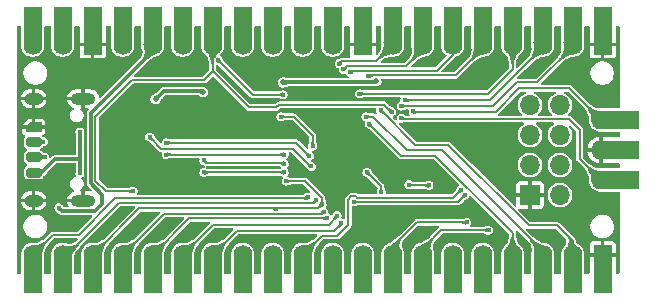
<source format=gbr>
%TF.GenerationSoftware,KiCad,Pcbnew,9.0.1*%
%TF.CreationDate,2025-04-27T12:11:08+05:30*%
%TF.ProjectId,Mitayi-Pico-D1,4d697461-7969-42d5-9069-636f2d44312e,0.6*%
%TF.SameCoordinates,PX73df160PY5f2d3c0*%
%TF.FileFunction,Copper,L2,Bot*%
%TF.FilePolarity,Positive*%
%FSLAX46Y46*%
G04 Gerber Fmt 4.6, Leading zero omitted, Abs format (unit mm)*
G04 Created by KiCad (PCBNEW 9.0.1) date 2025-04-27 12:11:08*
%MOMM*%
%LPD*%
G01*
G04 APERTURE LIST*
G04 Aperture macros list*
%AMRoundRect*
0 Rectangle with rounded corners*
0 $1 Rounding radius*
0 $2 $3 $4 $5 $6 $7 $8 $9 X,Y pos of 4 corners*
0 Add a 4 corners polygon primitive as box body*
4,1,4,$2,$3,$4,$5,$6,$7,$8,$9,$2,$3,0*
0 Add four circle primitives for the rounded corners*
1,1,$1+$1,$2,$3*
1,1,$1+$1,$4,$5*
1,1,$1+$1,$6,$7*
1,1,$1+$1,$8,$9*
0 Add four rect primitives between the rounded corners*
20,1,$1+$1,$2,$3,$4,$5,0*
20,1,$1+$1,$4,$5,$6,$7,0*
20,1,$1+$1,$6,$7,$8,$9,0*
20,1,$1+$1,$8,$9,$2,$3,0*%
%AMOutline5P*
0 Free polygon, 5 corners , with rotation*
0 The origin of the aperture is its center*
0 number of corners: always 5*
0 $1 to $10 corner X, Y*
0 $11 Rotation angle, in degrees counterclockwise*
0 create outline with 5 corners*
4,1,5,$1,$2,$3,$4,$5,$6,$7,$8,$9,$10,$1,$2,$11*%
%AMOutline6P*
0 Free polygon, 6 corners , with rotation*
0 The origin of the aperture is its center*
0 number of corners: always 6*
0 $1 to $12 corner X, Y*
0 $13 Rotation angle, in degrees counterclockwise*
0 create outline with 6 corners*
4,1,6,$1,$2,$3,$4,$5,$6,$7,$8,$9,$10,$11,$12,$1,$2,$13*%
%AMOutline7P*
0 Free polygon, 7 corners , with rotation*
0 The origin of the aperture is its center*
0 number of corners: always 7*
0 $1 to $14 corner X, Y*
0 $15 Rotation angle, in degrees counterclockwise*
0 create outline with 7 corners*
4,1,7,$1,$2,$3,$4,$5,$6,$7,$8,$9,$10,$11,$12,$13,$14,$1,$2,$15*%
%AMOutline8P*
0 Free polygon, 8 corners , with rotation*
0 The origin of the aperture is its center*
0 number of corners: always 8*
0 $1 to $16 corner X, Y*
0 $17 Rotation angle, in degrees counterclockwise*
0 create outline with 8 corners*
4,1,8,$1,$2,$3,$4,$5,$6,$7,$8,$9,$10,$11,$12,$13,$14,$15,$16,$1,$2,$17*%
G04 Aperture macros list end*
%TA.AperFunction,ComponentPad*%
%ADD10C,0.600000*%
%TD*%
%TA.AperFunction,ComponentPad*%
%ADD11R,3.200000X1.600000*%
%TD*%
%TA.AperFunction,ComponentPad*%
%ADD12O,1.700000X1.600000*%
%TD*%
%TA.AperFunction,ComponentPad*%
%ADD13O,2.100000X1.000000*%
%TD*%
%TA.AperFunction,ComponentPad*%
%ADD14O,1.600000X1.000000*%
%TD*%
%TA.AperFunction,ComponentPad*%
%ADD15R,1.600000X3.200000*%
%TD*%
%TA.AperFunction,ComponentPad*%
%ADD16O,1.600000X1.700000*%
%TD*%
%TA.AperFunction,ComponentPad*%
%ADD17R,1.600000X1.700000*%
%TD*%
%TA.AperFunction,SMDPad,CuDef*%
%ADD18RoundRect,0.200000X-0.450000X0.200000X-0.450000X-0.200000X0.450000X-0.200000X0.450000X0.200000X0*%
%TD*%
%TA.AperFunction,ComponentPad*%
%ADD19R,1.700000X1.700000*%
%TD*%
%TA.AperFunction,ComponentPad*%
%ADD20O,1.700000X1.700000*%
%TD*%
%TA.AperFunction,SMDPad,CuDef*%
%ADD21Outline5P,-0.400000X0.650000X0.400000X0.650000X0.400000X-0.650000X-0.080000X-0.650000X-0.400000X-0.330000X270.000000*%
%TD*%
%TA.AperFunction,ViaPad*%
%ADD22C,0.400000*%
%TD*%
%TA.AperFunction,ViaPad*%
%ADD23C,0.508000*%
%TD*%
%TA.AperFunction,Conductor*%
%ADD24C,0.200000*%
%TD*%
%TA.AperFunction,Conductor*%
%ADD25C,0.300000*%
%TD*%
G04 APERTURE END LIST*
D10*
X26095000Y9545000D03*
X27370000Y9545000D03*
X28645000Y9545000D03*
X26095000Y10820000D03*
X27370000Y10820000D03*
X28645000Y10820000D03*
X26095000Y12095000D03*
X27370000Y12095000D03*
X28645000Y12095000D03*
D11*
X51010000Y7950000D03*
D12*
X49400000Y7950000D03*
D11*
X51010000Y10490000D03*
D12*
X49400000Y10490000D03*
D11*
X51010000Y13030000D03*
D12*
X49400000Y13030000D03*
D13*
X5560000Y14830000D03*
D14*
X1380000Y14830000D03*
D13*
X5560000Y6190000D03*
D14*
X1380000Y6190000D03*
D15*
X1300000Y-10000D03*
D16*
X1300000Y1600000D03*
D15*
X3840000Y-10000D03*
D16*
X3840000Y1600000D03*
D15*
X6380000Y-10000D03*
D16*
X6380000Y1600000D03*
D15*
X8920000Y-10000D03*
D16*
X8920000Y1600000D03*
D15*
X11460000Y-10000D03*
D16*
X11460000Y1600000D03*
D15*
X14000000Y-10000D03*
D16*
X14000000Y1600000D03*
D15*
X16540000Y-10000D03*
D16*
X16540000Y1600000D03*
D15*
X19080000Y-10000D03*
D16*
X19080000Y1600000D03*
D15*
X21620000Y-10000D03*
D16*
X21620000Y1600000D03*
D15*
X24160000Y-10000D03*
D16*
X24160000Y1600000D03*
D15*
X26700000Y-10000D03*
D16*
X26700000Y1600000D03*
D15*
X29240000Y-10000D03*
D16*
X29240000Y1600000D03*
D15*
X31780000Y-10000D03*
D16*
X31780000Y1600000D03*
D15*
X34320000Y-10000D03*
D16*
X34320000Y1600000D03*
D15*
X36860000Y-10000D03*
D16*
X36860000Y1600000D03*
D15*
X39400000Y-10000D03*
D16*
X39400000Y1600000D03*
D15*
X41940000Y-10000D03*
D16*
X41940000Y1600000D03*
D15*
X44480000Y-10000D03*
D16*
X44480000Y1600000D03*
D15*
X47020000Y-10000D03*
D16*
X47020000Y1600000D03*
D15*
X49560000Y-10000D03*
D17*
X49560000Y1600000D03*
D18*
X1375000Y9858334D03*
D19*
X43400000Y6675000D03*
D20*
X45940000Y6675000D03*
X43400000Y9215000D03*
X45940000Y9215000D03*
X43400000Y11755000D03*
X45940000Y11755000D03*
X43400000Y14295000D03*
X45940000Y14295000D03*
D15*
X1300000Y21010000D03*
D16*
X1300000Y19400000D03*
D15*
X3840000Y21010000D03*
D16*
X3840000Y19400000D03*
D15*
X6380000Y21010000D03*
D17*
X6380000Y19400000D03*
D15*
X8920000Y21010000D03*
D16*
X8920000Y19400000D03*
D15*
X11460000Y21010000D03*
D16*
X11460000Y19400000D03*
D15*
X14000000Y21010000D03*
D16*
X14000000Y19400000D03*
D15*
X16540000Y21010000D03*
D16*
X16540000Y19400000D03*
D15*
X19080000Y21010000D03*
D16*
X19080000Y19400000D03*
D15*
X21620000Y21010000D03*
D16*
X21620000Y19400000D03*
D15*
X24160000Y21010000D03*
D16*
X24160000Y19400000D03*
D15*
X26700000Y21010000D03*
D16*
X26700000Y19400000D03*
D15*
X29240000Y21010000D03*
D17*
X29240000Y19400000D03*
D15*
X31780000Y21010000D03*
D16*
X31780000Y19400000D03*
D15*
X34320000Y21010000D03*
D16*
X34320000Y19400000D03*
D15*
X36860000Y21010000D03*
D16*
X36860000Y19400000D03*
D15*
X39400000Y21010000D03*
D16*
X39400000Y19400000D03*
D15*
X41940000Y21010000D03*
D16*
X41940000Y19400000D03*
D15*
X44480000Y21010000D03*
D16*
X44480000Y19400000D03*
D15*
X47020000Y21010000D03*
D16*
X47020000Y19400000D03*
D15*
X49560000Y21010000D03*
D17*
X49560000Y19400000D03*
D18*
X1375000Y11141667D03*
X1375000Y8575000D03*
D21*
X1375000Y12425000D03*
D22*
X22300000Y13300000D03*
X25000000Y10800000D03*
X49200000Y15300000D03*
X24200000Y15700000D03*
X39300000Y9800000D03*
X10100000Y18600000D03*
X50100000Y5600000D03*
X12700000Y15000000D03*
X21900000Y14700000D03*
X41600000Y13900000D03*
X14700000Y14900000D03*
X23000000Y13800000D03*
X20100000Y17000000D03*
X40500000Y12400000D03*
X14400000Y11800000D03*
X17600000Y7100000D03*
X27900000Y18600000D03*
X13200000Y8200000D03*
X47100000Y13500000D03*
X44700000Y13700000D03*
X12700000Y4200000D03*
X35600000Y18500000D03*
X45700000Y2500000D03*
X21300000Y14700000D03*
X6500000Y3000000D03*
X33100000Y2600000D03*
X50100000Y15300000D03*
X35800000Y2600000D03*
X37700000Y16100000D03*
X33743750Y12156250D03*
X14700000Y13900000D03*
X45800000Y18900000D03*
X48500000Y11800000D03*
X10700000Y14800000D03*
X16600000Y3100000D03*
X14700000Y14400000D03*
X33000000Y18600000D03*
X12500000Y8200000D03*
X42900000Y2600000D03*
X38000000Y2600000D03*
X35600000Y8500000D03*
X18700000Y11800000D03*
X14700000Y13400000D03*
X30600000Y2600000D03*
X7700000Y18600000D03*
X13900000Y8200000D03*
X44675000Y10575000D03*
X49200000Y5600000D03*
X40700000Y18500000D03*
X48300000Y15300000D03*
X48300000Y5600000D03*
X14400000Y3100000D03*
X12000000Y11800000D03*
X12700000Y14500000D03*
X32300000Y7000000D03*
X48200000Y18300000D03*
X40700000Y2600000D03*
X24600000Y15300000D03*
X3500000Y5600000D03*
X29600000Y8600000D03*
D23*
X30400000Y16296500D03*
D22*
X30800000Y6900000D03*
D23*
X22500000Y16200000D03*
D22*
X5300000Y8500000D03*
X5300000Y12000000D03*
X9800000Y7000000D03*
X31682094Y13711781D03*
X2300000Y9900000D03*
X2200000Y11200000D03*
X24600000Y6500000D03*
X25300000Y6250000D03*
X21865002Y5530500D03*
X22759290Y7850000D03*
X25800000Y5900000D03*
X25939713Y5260287D03*
X26250000Y4750000D03*
X27070500Y4934529D03*
X27401576Y4297924D03*
X28469500Y6100000D03*
X37900000Y6700000D03*
X37546319Y7120551D03*
X38050000Y4350000D03*
X39900000Y3700000D03*
X33150000Y7550000D03*
X34850000Y7500000D03*
X29800000Y12700000D03*
X29500000Y13300000D03*
X30750000Y13869500D03*
X22513898Y15163000D03*
X17000000Y18100000D03*
X27250000Y17800000D03*
X27600000Y17300000D03*
X28200000Y17050500D03*
X29700000Y16719500D03*
X28967186Y15247114D03*
X32800000Y14700000D03*
X32500000Y14200000D03*
X32507101Y13185709D03*
X33500000Y13750500D03*
X15800000Y8600000D03*
X22600000Y8600000D03*
X22600000Y9300000D03*
X15800000Y9600500D03*
X24900000Y9100000D03*
X11200000Y11600000D03*
X24730312Y9986439D03*
X12600000Y11100000D03*
X22600000Y10100000D03*
X12600000Y10100000D03*
D23*
X15700000Y15400000D03*
X11700000Y14800000D03*
D24*
X25000000Y11700000D02*
X25000000Y10800000D01*
X22300000Y13300000D02*
X23400000Y13300000D01*
X23400000Y13300000D02*
X25000000Y11700000D01*
X30800000Y7400000D02*
X29600000Y8600000D01*
D25*
X3800000Y5300000D02*
X6600000Y5300000D01*
X22520000Y16220000D02*
X22500000Y16200000D01*
X6200000Y13600000D02*
X11460000Y18860000D01*
X30323500Y16220000D02*
X22520000Y16220000D01*
D24*
X30800000Y6900000D02*
X30800000Y7400000D01*
D25*
X6200000Y7700000D02*
X6200000Y13600000D01*
X7200000Y5900000D02*
X7200000Y6700000D01*
X7200000Y6700000D02*
X6200000Y7700000D01*
X6600000Y5300000D02*
X7200000Y5900000D01*
X3500000Y5600000D02*
X3800000Y5300000D01*
X11460000Y18860000D02*
X11460000Y19400000D01*
X30400000Y16296500D02*
X30323500Y16220000D01*
X2025000Y8575000D02*
X1375000Y8575000D01*
X5300000Y8500000D02*
X5300000Y9700000D01*
X3150000Y9700000D02*
X2025000Y8575000D01*
X5300000Y9700000D02*
X5300000Y9900000D01*
X5300000Y9900000D02*
X5300000Y12000000D01*
X5300000Y9700000D02*
X3150000Y9700000D01*
D24*
X9700000Y16400000D02*
X15800000Y16400000D01*
X9800000Y7000000D02*
X7500000Y7000000D01*
X22155897Y14319500D02*
X21936397Y14100000D01*
X6600000Y7900000D02*
X6600000Y13300000D01*
X31682094Y13711781D02*
X31074375Y14319500D01*
X7500000Y7000000D02*
X6600000Y7900000D01*
X15800000Y16400000D02*
X16540000Y17140000D01*
X31074375Y14319500D02*
X22155897Y14319500D01*
X16540000Y17140000D02*
X16540000Y19400000D01*
X6600000Y13300000D02*
X9700000Y16400000D01*
X21936397Y14100000D02*
X19580000Y14100000D01*
X19580000Y14100000D02*
X16540000Y17140000D01*
X2300000Y9900000D02*
X2258334Y9858334D01*
X2258334Y9858334D02*
X1375000Y9858334D01*
X2141667Y11141667D02*
X1375000Y11141667D01*
X2200000Y11200000D02*
X2141667Y11141667D01*
X3000000Y3300000D02*
X1300000Y1600000D01*
X24500000Y6400000D02*
X8300000Y6400000D01*
X8300000Y6400000D02*
X5200000Y3300000D01*
X5200000Y3300000D02*
X3000000Y3300000D01*
X24600000Y6500000D02*
X24500000Y6400000D01*
X8620500Y6020500D02*
X4200000Y1600000D01*
X25070500Y6020500D02*
X8620500Y6020500D01*
X4200000Y1600000D02*
X3840000Y1600000D01*
X25300000Y6250000D02*
X25070500Y6020500D01*
X10330000Y5550000D02*
X6380000Y1600000D01*
X22759290Y7850000D02*
X24336397Y7850000D01*
X24336397Y7850000D02*
X25800000Y6386397D01*
X25800000Y5900000D02*
X25450000Y5550000D01*
X25450000Y5550000D02*
X10330000Y5550000D01*
X25800000Y6386397D02*
X25800000Y5900000D01*
X25759926Y5080500D02*
X12400500Y5080500D01*
X25939713Y5260287D02*
X25759926Y5080500D01*
X12400500Y5080500D02*
X8920000Y1600000D01*
X14560000Y4700000D02*
X11460000Y1600000D01*
X26250000Y4750000D02*
X26200000Y4700000D01*
X26200000Y4700000D02*
X14560000Y4700000D01*
X16550000Y4150000D02*
X14000000Y1600000D01*
X27070500Y4934529D02*
X27070500Y4870500D01*
X26350000Y4150000D02*
X16550000Y4150000D01*
X27070500Y4870500D02*
X26350000Y4150000D01*
X26850000Y3650000D02*
X18590000Y3650000D01*
X27401576Y4297924D02*
X27401576Y4201576D01*
X27401576Y4201576D02*
X26850000Y3650000D01*
X18590000Y3650000D02*
X16540000Y1600000D01*
X37900000Y6700000D02*
X37300000Y6100000D01*
X37300000Y6100000D02*
X28469500Y6100000D01*
X36875768Y6450000D02*
X28755897Y6450000D01*
X28655897Y6550000D02*
X28283103Y6550000D01*
X25760000Y3200000D02*
X24160000Y1600000D01*
X27100000Y3200000D02*
X25760000Y3200000D01*
X37546319Y7120551D02*
X36875768Y6450000D01*
X28755897Y6450000D02*
X28655897Y6550000D01*
X28283103Y6550000D02*
X28019500Y6286397D01*
X28019500Y6286397D02*
X28019500Y4119500D01*
X28019500Y4119500D02*
X27100000Y3200000D01*
X31780000Y2330000D02*
X31780000Y1600000D01*
X33800000Y4350000D02*
X31780000Y2330000D01*
X38050000Y4350000D02*
X33800000Y4350000D01*
X34320000Y2120000D02*
X34320000Y1600000D01*
X39900000Y3700000D02*
X35900000Y3700000D01*
X35900000Y3700000D02*
X34320000Y2120000D01*
X33200000Y7500000D02*
X33150000Y7550000D01*
X34850000Y7500000D02*
X33200000Y7500000D01*
X35400000Y10000000D02*
X41940000Y3460000D01*
X32500000Y10000000D02*
X35400000Y10000000D01*
X41940000Y3460000D02*
X41940000Y1600000D01*
X29800000Y12700000D02*
X32500000Y10000000D01*
X30153553Y13300000D02*
X33003553Y10450000D01*
X29500000Y13300000D02*
X30153553Y13300000D01*
X44480000Y1910000D02*
X44480000Y1600000D01*
X35940000Y10450000D02*
X44480000Y1910000D01*
X33003553Y10450000D02*
X35940000Y10450000D01*
X45700000Y4100000D02*
X47020000Y2780000D01*
X30750000Y13869500D02*
X30750000Y13850000D01*
X47020000Y2780000D02*
X47020000Y1600000D01*
X36500000Y10900000D02*
X43300000Y4100000D01*
X33700000Y10900000D02*
X36500000Y10900000D01*
X30750000Y13850000D02*
X33700000Y10900000D01*
X43300000Y4100000D02*
X45700000Y4100000D01*
X22513898Y15163000D02*
X19937000Y15163000D01*
X19937000Y15163000D02*
X17000000Y18100000D01*
X27250000Y17800000D02*
X27450000Y18000000D01*
X27450000Y18000000D02*
X30380000Y18000000D01*
X30380000Y18000000D02*
X31780000Y19400000D01*
X34320000Y19020000D02*
X34320000Y19400000D01*
X27900000Y17600000D02*
X32900000Y17600000D01*
X32900000Y17600000D02*
X34320000Y19020000D01*
X27600000Y17300000D02*
X27900000Y17600000D01*
X28200000Y17050500D02*
X28349500Y17200000D01*
X35500000Y17200000D02*
X36860000Y18560000D01*
X36860000Y18560000D02*
X36860000Y19400000D01*
X28349500Y17200000D02*
X35500000Y17200000D01*
X37100000Y16800000D02*
X39400000Y19100000D01*
X29700000Y16719500D02*
X29780500Y16800000D01*
X29780500Y16800000D02*
X37100000Y16800000D01*
X39400000Y19100000D02*
X39400000Y19400000D01*
X28967186Y15247114D02*
X39847114Y15247114D01*
X41940000Y17340000D02*
X41940000Y19400000D01*
X39847114Y15247114D02*
X41940000Y17340000D01*
X44480000Y19180000D02*
X44480000Y19400000D01*
X32800000Y14700000D02*
X40000000Y14700000D01*
X40000000Y14700000D02*
X44480000Y19180000D01*
X44000000Y16200000D02*
X47020000Y19220000D01*
X40300000Y14200000D02*
X42300000Y16200000D01*
X47020000Y19220000D02*
X47020000Y19400000D01*
X32500000Y14200000D02*
X40300000Y14200000D01*
X42300000Y16200000D02*
X44000000Y16200000D01*
X47600000Y9750000D02*
X49400000Y7950000D01*
X32507101Y13185709D02*
X32592810Y13100000D01*
X47600000Y12200000D02*
X47600000Y9750000D01*
X32592810Y13100000D02*
X46700000Y13100000D01*
X46700000Y13100000D02*
X47600000Y12200000D01*
X33500000Y13750500D02*
X33550500Y13700000D01*
X42500000Y15700000D02*
X46730000Y15700000D01*
X40500000Y13700000D02*
X42500000Y15700000D01*
X46730000Y15700000D02*
X49400000Y13030000D01*
X33550500Y13700000D02*
X40500000Y13700000D01*
X22596800Y8603200D02*
X15803200Y8603200D01*
X15803200Y8603200D02*
X15800000Y8600000D01*
X22600000Y8600000D02*
X22596800Y8603200D01*
X22600000Y9300000D02*
X22500000Y9400000D01*
X22500000Y9400000D02*
X16000500Y9400000D01*
X16000500Y9400000D02*
X15800000Y9600500D01*
X24800000Y9100000D02*
X23300000Y10600000D01*
X24900000Y9100000D02*
X24800000Y9100000D01*
X12200000Y10600000D02*
X11200000Y11600000D01*
X23300000Y10600000D02*
X12200000Y10600000D01*
X23600000Y11100000D02*
X24713561Y9986439D01*
X24713561Y9986439D02*
X24730312Y9986439D01*
X12600000Y11100000D02*
X23600000Y11100000D01*
X12600000Y10100000D02*
X22600000Y10100000D01*
D25*
X11700000Y14800000D02*
X12400000Y15500000D01*
X12400000Y15500000D02*
X15600000Y15500000D01*
X15600000Y15500000D02*
X15700000Y15400000D01*
%TA.AperFunction,Conductor*%
G36*
X287709Y20978678D02*
G01*
X318149Y20925955D01*
X319501Y20910500D01*
X319500Y19546576D01*
X319500Y19253425D01*
X349644Y19101885D01*
X357179Y19064002D01*
X357180Y19064000D01*
X357181Y19063994D01*
X410996Y18934075D01*
X431092Y18885559D01*
X538396Y18724968D01*
X674968Y18588396D01*
X835559Y18481092D01*
X862135Y18470084D01*
X1013993Y18407182D01*
X1013994Y18407182D01*
X1013999Y18407180D01*
X1203429Y18369500D01*
X1203433Y18369500D01*
X1396567Y18369500D01*
X1396571Y18369500D01*
X1586001Y18407180D01*
X1764441Y18481092D01*
X1925032Y18588396D01*
X2061604Y18724968D01*
X2168908Y18885559D01*
X2238546Y19053680D01*
X2242818Y19063994D01*
X2242818Y19063995D01*
X2242820Y19063999D01*
X2280500Y19253429D01*
X2280500Y19546571D01*
X2280500Y19564271D01*
X2280499Y19564277D01*
X2280500Y20910500D01*
X2301322Y20967708D01*
X2354045Y20998148D01*
X2369500Y20999500D01*
X2770501Y20999500D01*
X2827709Y20978678D01*
X2858149Y20925955D01*
X2859501Y20910500D01*
X2859500Y19546576D01*
X2859500Y19253425D01*
X2889644Y19101885D01*
X2897179Y19064002D01*
X2897180Y19064000D01*
X2897181Y19063994D01*
X2950996Y18934075D01*
X2971092Y18885559D01*
X3078396Y18724968D01*
X3214968Y18588396D01*
X3375559Y18481092D01*
X3402135Y18470084D01*
X3553993Y18407182D01*
X3553994Y18407182D01*
X3553999Y18407180D01*
X3743429Y18369500D01*
X3743433Y18369500D01*
X3936567Y18369500D01*
X3936571Y18369500D01*
X4126001Y18407180D01*
X4304441Y18481092D01*
X4465032Y18588396D01*
X4601604Y18724968D01*
X4708908Y18885559D01*
X4778546Y19053680D01*
X4782818Y19063994D01*
X4782818Y19063995D01*
X4782820Y19063999D01*
X4820500Y19253429D01*
X4820500Y19546571D01*
X4820500Y19564271D01*
X4820499Y19564277D01*
X4820500Y20910500D01*
X4841322Y20967708D01*
X4894045Y20998148D01*
X4909500Y20999500D01*
X5191001Y20999500D01*
X5248209Y20978678D01*
X5278649Y20925955D01*
X5280001Y20910500D01*
X5280000Y20294800D01*
X5280000Y19550001D01*
X5280001Y19550000D01*
X5902555Y19550000D01*
X5880000Y19465826D01*
X5880000Y19334174D01*
X5902555Y19250000D01*
X5280002Y19250000D01*
X5280001Y19249999D01*
X5280001Y18505217D01*
X5282910Y18480125D01*
X5282911Y18480122D01*
X5328211Y18377525D01*
X5407523Y18298213D01*
X5510127Y18252910D01*
X5510125Y18252910D01*
X5535207Y18250001D01*
X6229998Y18250001D01*
X6230000Y18250002D01*
X6230000Y18922555D01*
X6314174Y18900000D01*
X6445826Y18900000D01*
X6530000Y18922555D01*
X6530000Y18250002D01*
X6530001Y18250001D01*
X7224784Y18250001D01*
X7249875Y18252911D01*
X7249878Y18252912D01*
X7352475Y18298212D01*
X7431787Y18377524D01*
X7477090Y18480127D01*
X7480000Y18505208D01*
X7480000Y19249999D01*
X7479999Y19250000D01*
X6857445Y19250000D01*
X6880000Y19334174D01*
X6880000Y19465826D01*
X6857445Y19550000D01*
X7479999Y19550000D01*
X7480000Y19550001D01*
X7480000Y20910500D01*
X7500822Y20967708D01*
X7553545Y20998148D01*
X7569000Y20999500D01*
X7850501Y20999500D01*
X7907709Y20978678D01*
X7938149Y20925955D01*
X7939501Y20910500D01*
X7939500Y19546576D01*
X7939500Y19253425D01*
X7969644Y19101885D01*
X7977179Y19064002D01*
X7977180Y19064000D01*
X7977181Y19063994D01*
X8030996Y18934075D01*
X8051092Y18885559D01*
X8158396Y18724968D01*
X8294968Y18588396D01*
X8455559Y18481092D01*
X8482135Y18470084D01*
X8633993Y18407182D01*
X8633994Y18407182D01*
X8633999Y18407180D01*
X8823429Y18369500D01*
X8823433Y18369500D01*
X9016567Y18369500D01*
X9016571Y18369500D01*
X9206001Y18407180D01*
X9384441Y18481092D01*
X9545032Y18588396D01*
X9681604Y18724968D01*
X9788908Y18885559D01*
X9858546Y19053680D01*
X9862818Y19063994D01*
X9862818Y19063995D01*
X9862820Y19063999D01*
X9900500Y19253429D01*
X9900500Y19546571D01*
X9900500Y19564271D01*
X9900499Y19564277D01*
X9900500Y20910500D01*
X9921322Y20967708D01*
X9974045Y20998148D01*
X9989500Y20999500D01*
X10390501Y20999500D01*
X10447709Y20978678D01*
X10478149Y20925955D01*
X10479501Y20910500D01*
X10479500Y19546576D01*
X10479500Y19253425D01*
X10509644Y19101885D01*
X10517179Y19064002D01*
X10517180Y19064000D01*
X10517181Y19063994D01*
X10591091Y18885560D01*
X10591096Y18885551D01*
X10592206Y18883890D01*
X10592402Y18883107D01*
X10593156Y18881697D01*
X10592804Y18881509D01*
X10595961Y18868944D01*
X10604384Y18856669D01*
X10606787Y18825854D01*
X10597171Y18726741D01*
X10594572Y18712364D01*
X10545903Y18530187D01*
X10542198Y18519232D01*
X10512176Y18446419D01*
X10508512Y18438626D01*
X10477190Y18379602D01*
X10469385Y18367408D01*
X10392814Y18266852D01*
X10392808Y18266843D01*
X10391539Y18264453D01*
X10375875Y18243275D01*
X7049538Y14916938D01*
X6994362Y14891210D01*
X6935557Y14906966D01*
X6900638Y14956836D01*
X6899315Y14962509D01*
X6879257Y15063347D01*
X6879256Y15063351D01*
X6818952Y15208939D01*
X6818950Y15208942D01*
X6731402Y15339968D01*
X6619967Y15451403D01*
X6488941Y15538951D01*
X6488938Y15538953D01*
X6343350Y15599257D01*
X6343348Y15599258D01*
X6188797Y15630000D01*
X5710001Y15630000D01*
X5710000Y15629999D01*
X5710000Y15130000D01*
X5410000Y15130000D01*
X5410000Y15629999D01*
X5409999Y15630000D01*
X4931202Y15630000D01*
X4776651Y15599258D01*
X4776649Y15599257D01*
X4631061Y15538953D01*
X4631058Y15538951D01*
X4500032Y15451403D01*
X4388597Y15339968D01*
X4301049Y15208942D01*
X4301047Y15208938D01*
X4240744Y15063357D01*
X4240743Y15063351D01*
X4224163Y14980001D01*
X4224164Y14980000D01*
X4750192Y14980000D01*
X4730444Y14945796D01*
X4710000Y14869496D01*
X4710000Y14790504D01*
X4730444Y14714204D01*
X4750192Y14680000D01*
X4224164Y14680000D01*
X4240743Y14596650D01*
X4240744Y14596644D01*
X4301047Y14451063D01*
X4301049Y14451059D01*
X4388597Y14320033D01*
X4500032Y14208598D01*
X4631058Y14121050D01*
X4631065Y14121046D01*
X4753609Y14070287D01*
X4798495Y14029158D01*
X4806441Y13968799D01*
X4773731Y13917454D01*
X4764051Y13910986D01*
X4676639Y13860519D01*
X4569481Y13753361D01*
X4493720Y13622138D01*
X4493719Y13622136D01*
X4484794Y13588826D01*
X4454500Y13475766D01*
X4454500Y13324234D01*
X4492125Y13183814D01*
X4493719Y13177865D01*
X4493720Y13177863D01*
X4569481Y13046640D01*
X4569483Y13046638D01*
X4569485Y13046635D01*
X4676635Y12939485D01*
X4676637Y12939484D01*
X4676639Y12939482D01*
X4753900Y12894876D01*
X4807865Y12863719D01*
X4954234Y12824500D01*
X4954236Y12824500D01*
X5105764Y12824500D01*
X5105766Y12824500D01*
X5252135Y12863719D01*
X5373227Y12933632D01*
X5383360Y12939482D01*
X5383360Y12939483D01*
X5383365Y12939485D01*
X5490515Y13046635D01*
X5566281Y13177865D01*
X5605500Y13324234D01*
X5605500Y13475766D01*
X5566281Y13622135D01*
X5536394Y13673901D01*
X5490518Y13753361D01*
X5490516Y13753363D01*
X5490515Y13753365D01*
X5383365Y13860515D01*
X5383362Y13860517D01*
X5377461Y13863924D01*
X5338329Y13910561D01*
X5338330Y13971441D01*
X5377463Y14018077D01*
X5405620Y14025622D01*
X5410000Y14030001D01*
X5410000Y14530000D01*
X5710000Y14530000D01*
X5710000Y14030001D01*
X5710001Y14030000D01*
X5947736Y14030000D01*
X6004944Y14009178D01*
X6035384Y13956455D01*
X6024812Y13896500D01*
X6010672Y13878072D01*
X5997068Y13864467D01*
X5997068Y13864466D01*
X5997067Y13864467D01*
X5935533Y13802932D01*
X5906914Y13753361D01*
X5892023Y13727568D01*
X5869500Y13643511D01*
X5869500Y7743511D01*
X5869500Y7656489D01*
X5892023Y7572432D01*
X5911833Y7538119D01*
X5935531Y7497072D01*
X5935532Y7497071D01*
X5935534Y7497068D01*
X6298162Y7134440D01*
X6323890Y7079265D01*
X6308134Y7020460D01*
X6258264Y6985541D01*
X6217868Y6984218D01*
X6188802Y6989999D01*
X6188789Y6990000D01*
X5710001Y6990000D01*
X5710000Y6989999D01*
X5710000Y6490000D01*
X5410000Y6490000D01*
X5410000Y6989999D01*
X5403153Y6996846D01*
X5364754Y7010822D01*
X5334314Y7063545D01*
X5344886Y7123500D01*
X5377461Y7156076D01*
X5379214Y7157089D01*
X5383365Y7159485D01*
X5490515Y7266635D01*
X5566281Y7397865D01*
X5605500Y7544234D01*
X5605500Y7695766D01*
X5566281Y7842135D01*
X5530234Y7904570D01*
X5490518Y7973361D01*
X5490516Y7973363D01*
X5490515Y7973365D01*
X5447467Y8016413D01*
X5421740Y8071587D01*
X5437496Y8130392D01*
X5465901Y8156421D01*
X5533632Y8195524D01*
X5604476Y8266368D01*
X5654569Y8353133D01*
X5680500Y8449906D01*
X5680500Y8550094D01*
X5678432Y8557809D01*
X5676754Y8565380D01*
X5675476Y8572622D01*
X5675320Y8588502D01*
X5658464Y8669096D01*
X5641803Y8760358D01*
X5640426Y8772867D01*
X5635797Y8892107D01*
X5635797Y8892108D01*
X5632752Y8905386D01*
X5630500Y8925280D01*
X5630500Y11575310D01*
X5630695Y11581198D01*
X5631192Y11588705D01*
X5635796Y11607940D01*
X5640426Y11727976D01*
X5640508Y11729199D01*
X5640695Y11729624D01*
X5641750Y11739237D01*
X5657948Y11828297D01*
X5658377Y11830494D01*
X5675332Y11911554D01*
X5675392Y11919776D01*
X5678423Y11942157D01*
X5678432Y11942189D01*
X5680500Y11949906D01*
X5680500Y12050094D01*
X5679264Y12054705D01*
X5654569Y12146866D01*
X5654569Y12146867D01*
X5604476Y12233632D01*
X5533632Y12304476D01*
X5446867Y12354569D01*
X5446866Y12354570D01*
X5446865Y12354570D01*
X5350094Y12380500D01*
X5249906Y12380500D01*
X5153134Y12354570D01*
X5066368Y12304476D01*
X4995524Y12233632D01*
X4945430Y12146866D01*
X4919500Y12050095D01*
X4919500Y11949905D01*
X4921567Y11942189D01*
X4923244Y11934623D01*
X4924521Y11927381D01*
X4924679Y11911498D01*
X4941542Y11830870D01*
X4941771Y11829611D01*
X4941790Y11829508D01*
X4952067Y11773212D01*
X4957355Y11744243D01*
X4958192Y11739661D01*
X4959572Y11727132D01*
X4964202Y11607894D01*
X4967248Y11594616D01*
X4969500Y11574720D01*
X4969500Y10119500D01*
X4948678Y10062292D01*
X4895955Y10031852D01*
X4880500Y10030500D01*
X3193511Y10030500D01*
X3106489Y10030500D01*
X3050450Y10015485D01*
X3022430Y10007977D01*
X3022428Y10007976D01*
X2947070Y9964469D01*
X2832432Y9849831D01*
X2777256Y9824103D01*
X2718451Y9839860D01*
X2683533Y9889729D01*
X2680500Y9912764D01*
X2680500Y9950095D01*
X2664990Y10007977D01*
X2654569Y10046867D01*
X2604476Y10133632D01*
X2533632Y10204476D01*
X2446867Y10254569D01*
X2446866Y10254570D01*
X2446865Y10254570D01*
X2350094Y10280500D01*
X2249906Y10280500D01*
X2232015Y10275707D01*
X2216091Y10272960D01*
X2215561Y10272918D01*
X2200135Y10271838D01*
X2199323Y10271617D01*
X2194470Y10271228D01*
X2168669Y10278345D01*
X2142340Y10283172D01*
X2137439Y10286959D01*
X2135782Y10287416D01*
X2134567Y10289178D01*
X2124434Y10297008D01*
X2049157Y10372285D01*
X1951463Y10420045D01*
X1909214Y10463876D01*
X1905023Y10524611D01*
X1940853Y10573831D01*
X1951454Y10579953D01*
X2049157Y10627716D01*
X2138951Y10717510D01*
X2164411Y10769589D01*
X2208244Y10811839D01*
X2244368Y10819500D01*
X2250094Y10819500D01*
X2346867Y10845431D01*
X2433632Y10895524D01*
X2504476Y10966368D01*
X2554569Y11053133D01*
X2580500Y11149906D01*
X2580500Y11250094D01*
X2576882Y11263595D01*
X2554569Y11346866D01*
X2554569Y11346867D01*
X2504476Y11433632D01*
X2433632Y11504476D01*
X2346867Y11554569D01*
X2346866Y11554570D01*
X2346865Y11554570D01*
X2250094Y11580500D01*
X2182930Y11580500D01*
X2125722Y11601322D01*
X2095282Y11654045D01*
X2105854Y11714000D01*
X2146982Y11750917D01*
X2197475Y11773212D01*
X2276787Y11852524D01*
X2322090Y11955127D01*
X2325000Y11980208D01*
X2325000Y12274999D01*
X2324999Y12275000D01*
X425000Y12275000D01*
X425000Y11980216D01*
X427910Y11955125D01*
X427911Y11955122D01*
X473211Y11852525D01*
X552524Y11773212D01*
X618133Y11744243D01*
X662057Y11702088D01*
X668607Y11641562D01*
X645118Y11599894D01*
X611047Y11565823D01*
X555275Y11451739D01*
X555274Y11451735D01*
X544500Y11377781D01*
X544500Y10905554D01*
X555274Y10831600D01*
X555275Y10831596D01*
X611047Y10717513D01*
X611048Y10717512D01*
X611049Y10717510D01*
X700843Y10627716D01*
X700845Y10627715D01*
X700844Y10627715D01*
X732518Y10612231D01*
X798534Y10579958D01*
X840785Y10536126D01*
X844976Y10475391D01*
X809147Y10426171D01*
X798535Y10420044D01*
X700844Y10372286D01*
X611047Y10282489D01*
X555275Y10168406D01*
X555274Y10168402D01*
X544500Y10094448D01*
X544500Y9622221D01*
X555274Y9548267D01*
X555275Y9548263D01*
X611047Y9434180D01*
X611048Y9434179D01*
X611049Y9434177D01*
X700843Y9344383D01*
X798536Y9296624D01*
X840786Y9252792D01*
X844977Y9192057D01*
X809147Y9142837D01*
X798540Y9136713D01*
X759447Y9117601D01*
X700844Y9088952D01*
X611047Y8999155D01*
X555275Y8885072D01*
X555274Y8885068D01*
X544500Y8811114D01*
X544500Y8338887D01*
X555274Y8264933D01*
X555275Y8264929D01*
X611047Y8150846D01*
X611048Y8150845D01*
X611049Y8150843D01*
X700843Y8061049D01*
X700845Y8061048D01*
X700844Y8061048D01*
X814928Y8005276D01*
X814932Y8005275D01*
X851909Y7999888D01*
X888890Y7994500D01*
X888896Y7994500D01*
X1861104Y7994500D01*
X1861110Y7994500D01*
X1911002Y8001770D01*
X1935067Y8005275D01*
X1935069Y8005276D01*
X1935072Y8005276D01*
X2049157Y8061049D01*
X2138951Y8150843D01*
X2194724Y8264928D01*
X2194724Y8264930D01*
X2197760Y8271139D01*
X2198924Y8270570D01*
X2223840Y8306374D01*
X2223806Y8306408D01*
X2223997Y8306600D01*
X2225366Y8308566D01*
X2227924Y8310530D01*
X2227932Y8310534D01*
X2492654Y8575257D01*
X2524374Y8602216D01*
X2530012Y8607209D01*
X2530708Y8607851D01*
X2543311Y8625914D01*
X3260831Y9343433D01*
X3316006Y9369161D01*
X3323763Y9369500D01*
X4880500Y9369500D01*
X4937708Y9348678D01*
X4968148Y9295955D01*
X4969500Y9280500D01*
X4969500Y8924693D01*
X4969305Y8918803D01*
X4968807Y8911296D01*
X4964204Y8892060D01*
X4959574Y8772079D01*
X4959490Y8770811D01*
X4959303Y8770387D01*
X4958249Y8760776D01*
X4942058Y8671750D01*
X4941609Y8669456D01*
X4924668Y8588454D01*
X4924667Y8588445D01*
X4924606Y8580216D01*
X4921576Y8557845D01*
X4919500Y8550097D01*
X4919500Y8449906D01*
X4945431Y8353133D01*
X4967433Y8315023D01*
X4978004Y8255068D01*
X4947563Y8202345D01*
X4913391Y8184557D01*
X4807870Y8156283D01*
X4807862Y8156280D01*
X4676639Y8080519D01*
X4569481Y7973361D01*
X4493720Y7842138D01*
X4493719Y7842136D01*
X4485998Y7813319D01*
X4454500Y7695766D01*
X4454500Y7544234D01*
X4479775Y7449906D01*
X4493719Y7397865D01*
X4493720Y7397863D01*
X4569481Y7266640D01*
X4569483Y7266638D01*
X4569485Y7266635D01*
X4676635Y7159485D01*
X4676637Y7159484D01*
X4676639Y7159482D01*
X4764051Y7109015D01*
X4803184Y7062379D01*
X4803184Y7001499D01*
X4764051Y6954863D01*
X4753610Y6949714D01*
X4631062Y6898953D01*
X4631058Y6898951D01*
X4500032Y6811403D01*
X4388597Y6699968D01*
X4301049Y6568942D01*
X4301047Y6568938D01*
X4240744Y6423357D01*
X4240743Y6423351D01*
X4224163Y6340001D01*
X4224164Y6340000D01*
X4750192Y6340000D01*
X4730444Y6305796D01*
X4710000Y6229496D01*
X4710000Y6150504D01*
X4730444Y6074204D01*
X4750192Y6040000D01*
X4224164Y6040000D01*
X4240743Y5956650D01*
X4240744Y5956644D01*
X4301047Y5811063D01*
X4301049Y5811059D01*
X4329188Y5768946D01*
X4343658Y5709811D01*
X4316732Y5655210D01*
X4261008Y5630691D01*
X4255187Y5630500D01*
X3991205Y5630500D01*
X3965822Y5639739D01*
X3939765Y5646871D01*
X3936129Y5650546D01*
X3933997Y5651322D01*
X3918027Y5668845D01*
X3874553Y5731649D01*
X3873248Y5733588D01*
X3827942Y5802857D01*
X3827937Y5802863D01*
X3822168Y5808718D01*
X3808484Y5826689D01*
X3804477Y5833630D01*
X3804476Y5833632D01*
X3733632Y5904476D01*
X3646867Y5954569D01*
X3646866Y5954570D01*
X3646865Y5954570D01*
X3550094Y5980500D01*
X3449906Y5980500D01*
X3353134Y5954570D01*
X3266368Y5904476D01*
X3195524Y5833632D01*
X3145430Y5746866D01*
X3120871Y5655210D01*
X3119500Y5650094D01*
X3119500Y5549906D01*
X3145431Y5453133D01*
X3195524Y5366368D01*
X3266368Y5295524D01*
X3273286Y5291530D01*
X3279825Y5287364D01*
X3285850Y5283146D01*
X3297190Y5272027D01*
X3366135Y5226934D01*
X3442398Y5174215D01*
X3452224Y5166338D01*
X3539819Y5085293D01*
X3551351Y5078064D01*
X3567012Y5065589D01*
X3597068Y5035534D01*
X3672432Y4992023D01*
X3756489Y4969500D01*
X3843511Y4969500D01*
X6257948Y4969500D01*
X6315156Y4948678D01*
X6345596Y4895955D01*
X6335024Y4836000D01*
X6320881Y4817567D01*
X5109881Y3606567D01*
X5054705Y3580839D01*
X5046948Y3580500D01*
X3036929Y3580500D01*
X2963071Y3580500D01*
X2917422Y3568268D01*
X2907453Y3565597D01*
X2891732Y3561385D01*
X2891730Y3561384D01*
X2827769Y3524457D01*
X2775543Y3472232D01*
X2775544Y3472231D01*
X2775542Y3472229D01*
X2775541Y3472229D01*
X2274821Y2971510D01*
X2266775Y2964382D01*
X2260362Y2959359D01*
X2250184Y2954032D01*
X2133912Y2860296D01*
X2133353Y2859858D01*
X2133043Y2859758D01*
X2122583Y2852622D01*
X1931632Y2743641D01*
X1923288Y2739444D01*
X1814165Y2691544D01*
X1808125Y2689151D01*
X1690101Y2647320D01*
X1683515Y2645269D01*
X1576472Y2616439D01*
X1568923Y2614754D01*
X1536254Y2608939D01*
X1503294Y2609272D01*
X1396574Y2630500D01*
X1396571Y2630500D01*
X1203429Y2630500D01*
X1203424Y2630500D01*
X1013999Y2592820D01*
X1013993Y2592819D01*
X835562Y2518910D01*
X835559Y2518908D01*
X674970Y2411606D01*
X538394Y2275030D01*
X431092Y2114441D01*
X431090Y2114438D01*
X357181Y1936007D01*
X357180Y1936001D01*
X319500Y1746576D01*
X319500Y89500D01*
X311591Y67771D01*
X307576Y45000D01*
X301424Y39839D01*
X298678Y32292D01*
X278653Y20731D01*
X260940Y5867D01*
X249378Y3829D01*
X245955Y1852D01*
X230500Y500D01*
X89500Y500D01*
X32292Y21322D01*
X1852Y74045D01*
X500Y89500D01*
X500Y4098546D01*
X509500Y4098546D01*
X509500Y3901455D01*
X547948Y3708166D01*
X547950Y3708159D01*
X612236Y3552961D01*
X623368Y3526086D01*
X732861Y3362218D01*
X872218Y3222861D01*
X1036086Y3113368D01*
X1069113Y3099688D01*
X1218158Y3037951D01*
X1218165Y3037949D01*
X1411459Y2999500D01*
X1411463Y2999500D01*
X1608537Y2999500D01*
X1608541Y2999500D01*
X1801835Y3037949D01*
X1801837Y3037950D01*
X1801841Y3037951D01*
X1907419Y3081683D01*
X1983914Y3113368D01*
X2147782Y3222861D01*
X2287139Y3362218D01*
X2396632Y3526086D01*
X2452913Y3661962D01*
X2472049Y3708159D01*
X2472051Y3708166D01*
X2477588Y3736000D01*
X2510500Y3901459D01*
X2510500Y4098541D01*
X2472051Y4291835D01*
X2472049Y4291842D01*
X2396633Y4473911D01*
X2396632Y4473914D01*
X2287139Y4637782D01*
X2147782Y4777139D01*
X1983914Y4886632D01*
X1983911Y4886634D01*
X1983910Y4886634D01*
X1801841Y4962050D01*
X1801834Y4962052D01*
X1608545Y5000500D01*
X1608541Y5000500D01*
X1411459Y5000500D01*
X1411454Y5000500D01*
X1218165Y4962052D01*
X1218158Y4962050D01*
X1036089Y4886634D01*
X1036086Y4886632D01*
X872220Y4777141D01*
X732859Y4637780D01*
X623368Y4473914D01*
X623366Y4473911D01*
X547950Y4291842D01*
X547948Y4291835D01*
X509500Y4098546D01*
X500Y4098546D01*
X500Y6340001D01*
X294163Y6340001D01*
X294164Y6340000D01*
X820192Y6340000D01*
X800444Y6305796D01*
X780000Y6229496D01*
X780000Y6150504D01*
X800444Y6074204D01*
X820192Y6040000D01*
X294164Y6040000D01*
X310743Y5956650D01*
X310744Y5956644D01*
X371047Y5811063D01*
X371049Y5811059D01*
X458597Y5680033D01*
X570032Y5568598D01*
X701058Y5481050D01*
X701061Y5481048D01*
X846649Y5420744D01*
X846651Y5420743D01*
X1001202Y5390001D01*
X1001211Y5390000D01*
X1229999Y5390000D01*
X1230000Y5390001D01*
X1230000Y5890000D01*
X1530000Y5890000D01*
X1530000Y5390001D01*
X1530001Y5390000D01*
X1758789Y5390000D01*
X1758797Y5390001D01*
X1913348Y5420743D01*
X1913350Y5420744D01*
X2058938Y5481048D01*
X2058941Y5481050D01*
X2189967Y5568598D01*
X2301402Y5680033D01*
X2388950Y5811059D01*
X2388952Y5811063D01*
X2449255Y5956644D01*
X2449256Y5956650D01*
X2465836Y6040000D01*
X1939808Y6040000D01*
X1959556Y6074204D01*
X1980000Y6150504D01*
X1980000Y6229496D01*
X1959556Y6305796D01*
X1939808Y6340000D01*
X2465836Y6340000D01*
X2465836Y6340001D01*
X2449256Y6423351D01*
X2449255Y6423357D01*
X2388952Y6568938D01*
X2388950Y6568942D01*
X2301402Y6699968D01*
X2189967Y6811403D01*
X2058941Y6898951D01*
X2058938Y6898953D01*
X1913350Y6959257D01*
X1913348Y6959258D01*
X1758797Y6990000D01*
X1530001Y6990000D01*
X1530000Y6989999D01*
X1530000Y6490000D01*
X1230000Y6490000D01*
X1230000Y6989999D01*
X1229999Y6990000D01*
X1001202Y6990000D01*
X846651Y6959258D01*
X846649Y6959257D01*
X701061Y6898953D01*
X701058Y6898951D01*
X570032Y6811403D01*
X458597Y6699968D01*
X371049Y6568942D01*
X371047Y6568938D01*
X310744Y6423357D01*
X310743Y6423351D01*
X294163Y6340001D01*
X500Y6340001D01*
X500Y12575000D01*
X429276Y12575000D01*
X1224999Y12575000D01*
X1225000Y12575001D01*
X1225000Y13124999D01*
X1525000Y13124999D01*
X1525000Y12575001D01*
X1525001Y12575000D01*
X2324998Y12575000D01*
X2324999Y12575001D01*
X2324999Y12869784D01*
X2322089Y12894876D01*
X2322088Y12894879D01*
X2276788Y12997476D01*
X2197476Y13076788D01*
X2094872Y13122091D01*
X2094874Y13122091D01*
X2069793Y13125000D01*
X1525001Y13125000D01*
X1525000Y13124999D01*
X1225000Y13124999D01*
X1224999Y13125000D01*
X995180Y13125000D01*
X982007Y13123625D01*
X878384Y13080704D01*
X878382Y13080703D01*
X868099Y13072364D01*
X477647Y12681910D01*
X477640Y12681903D01*
X469296Y12671617D01*
X469295Y12671615D01*
X429276Y12575000D01*
X500Y12575000D01*
X500Y14980001D01*
X294163Y14980001D01*
X294164Y14980000D01*
X820192Y14980000D01*
X800444Y14945796D01*
X780000Y14869496D01*
X780000Y14790504D01*
X800444Y14714204D01*
X820192Y14680000D01*
X294164Y14680000D01*
X310743Y14596650D01*
X310744Y14596644D01*
X371047Y14451063D01*
X371049Y14451059D01*
X458597Y14320033D01*
X570032Y14208598D01*
X701058Y14121050D01*
X701061Y14121048D01*
X846649Y14060744D01*
X846651Y14060743D01*
X1001202Y14030001D01*
X1001211Y14030000D01*
X1229999Y14030000D01*
X1230000Y14030001D01*
X1230000Y14530000D01*
X1530000Y14530000D01*
X1530000Y14030001D01*
X1530001Y14030000D01*
X1758789Y14030000D01*
X1758797Y14030001D01*
X1913348Y14060743D01*
X1913350Y14060744D01*
X2058938Y14121048D01*
X2058941Y14121050D01*
X2189967Y14208598D01*
X2301402Y14320033D01*
X2388950Y14451059D01*
X2388952Y14451063D01*
X2449255Y14596644D01*
X2449256Y14596650D01*
X2465836Y14680000D01*
X1939808Y14680000D01*
X1959556Y14714204D01*
X1980000Y14790504D01*
X1980000Y14869496D01*
X1959556Y14945796D01*
X1939808Y14980000D01*
X2465836Y14980000D01*
X2465836Y14980001D01*
X2449256Y15063351D01*
X2449255Y15063357D01*
X2388952Y15208938D01*
X2388950Y15208942D01*
X2301402Y15339968D01*
X2189967Y15451403D01*
X2058941Y15538951D01*
X2058938Y15538953D01*
X1913350Y15599257D01*
X1913348Y15599258D01*
X1758797Y15630000D01*
X1530001Y15630000D01*
X1530000Y15629999D01*
X1530000Y15130000D01*
X1230000Y15130000D01*
X1230000Y15629999D01*
X1229999Y15630000D01*
X1001202Y15630000D01*
X846651Y15599258D01*
X846649Y15599257D01*
X701061Y15538953D01*
X701058Y15538951D01*
X570032Y15451403D01*
X458597Y15339968D01*
X371049Y15208942D01*
X371047Y15208938D01*
X310744Y15063357D01*
X310743Y15063351D01*
X294163Y14980001D01*
X500Y14980001D01*
X500Y17098546D01*
X509500Y17098546D01*
X509500Y16901455D01*
X547948Y16708166D01*
X547950Y16708159D01*
X623366Y16526090D01*
X623368Y16526086D01*
X732861Y16362218D01*
X872218Y16222861D01*
X1036086Y16113368D01*
X1074768Y16097346D01*
X1218158Y16037951D01*
X1218165Y16037949D01*
X1411459Y15999500D01*
X1411463Y15999500D01*
X1608537Y15999500D01*
X1608541Y15999500D01*
X1801835Y16037949D01*
X1801837Y16037950D01*
X1801841Y16037951D01*
X1879199Y16069995D01*
X1983914Y16113368D01*
X2147782Y16222861D01*
X2287139Y16362218D01*
X2396632Y16526086D01*
X2440682Y16632432D01*
X2472049Y16708159D01*
X2472051Y16708166D01*
X2510500Y16901459D01*
X2510500Y17098541D01*
X2472051Y17291835D01*
X2472049Y17291842D01*
X2412401Y17435844D01*
X2396632Y17473914D01*
X2287139Y17637782D01*
X2147782Y17777139D01*
X1983914Y17886632D01*
X1983911Y17886634D01*
X1983910Y17886634D01*
X1801841Y17962050D01*
X1801834Y17962052D01*
X1608545Y18000500D01*
X1608541Y18000500D01*
X1411459Y18000500D01*
X1411454Y18000500D01*
X1218165Y17962052D01*
X1218158Y17962050D01*
X1036089Y17886634D01*
X1036086Y17886632D01*
X872220Y17777141D01*
X732859Y17637780D01*
X623368Y17473914D01*
X623366Y17473911D01*
X547950Y17291842D01*
X547948Y17291835D01*
X509500Y17098546D01*
X500Y17098546D01*
X500Y20910500D01*
X8408Y20932230D01*
X12424Y20955000D01*
X18575Y20960162D01*
X21322Y20967708D01*
X41346Y20979270D01*
X59060Y20994133D01*
X70621Y20996172D01*
X74045Y20998148D01*
X89500Y20999500D01*
X230501Y20999500D01*
X287709Y20978678D01*
G37*
%TD.AperFunction*%
%TA.AperFunction,Conductor*%
G36*
X9965656Y5719178D02*
G01*
X9996096Y5666455D01*
X9985524Y5606500D01*
X9971380Y5588067D01*
X7354820Y2971509D01*
X7346774Y2964381D01*
X7340364Y2959360D01*
X7330184Y2954032D01*
X7213912Y2860296D01*
X7213353Y2859858D01*
X7213046Y2859758D01*
X7202583Y2852622D01*
X7011632Y2743641D01*
X7003288Y2739444D01*
X6894165Y2691544D01*
X6888125Y2689151D01*
X6770101Y2647320D01*
X6763515Y2645269D01*
X6656472Y2616439D01*
X6648923Y2614754D01*
X6616254Y2608939D01*
X6583294Y2609272D01*
X6476574Y2630500D01*
X6476571Y2630500D01*
X6283429Y2630500D01*
X6283424Y2630500D01*
X6093999Y2592820D01*
X6093993Y2592819D01*
X5915562Y2518910D01*
X5915559Y2518908D01*
X5754970Y2411606D01*
X5618394Y2275030D01*
X5511092Y2114441D01*
X5511090Y2114438D01*
X5437181Y1936007D01*
X5437180Y1936001D01*
X5399500Y1746576D01*
X5399500Y89500D01*
X5378678Y32292D01*
X5325955Y1852D01*
X5310500Y500D01*
X4909499Y500D01*
X4852291Y21322D01*
X4821851Y74045D01*
X4820499Y89500D01*
X4820499Y1447964D01*
X4820499Y1453426D01*
X4820500Y1453429D01*
X4820500Y1513682D01*
X4828930Y1551487D01*
X4882585Y1665826D01*
X4912235Y1729010D01*
X4916559Y1737107D01*
X5088665Y2022709D01*
X5092555Y2028617D01*
X5182905Y2154550D01*
X5186311Y2158992D01*
X5274122Y2266287D01*
X5277985Y2270696D01*
X5324649Y2320508D01*
X5332245Y2332504D01*
X5344497Y2347813D01*
X8710619Y5713933D01*
X8765794Y5739661D01*
X8773551Y5740000D01*
X9908448Y5740000D01*
X9965656Y5719178D01*
G37*
%TD.AperFunction*%
%TA.AperFunction,Conductor*%
G36*
X14105657Y4779178D02*
G01*
X14136097Y4726455D01*
X14125525Y4666500D01*
X14111381Y4648067D01*
X12434823Y2971511D01*
X12426777Y2964383D01*
X12420364Y2959360D01*
X12410184Y2954032D01*
X12293911Y2860296D01*
X12293353Y2859858D01*
X12293043Y2859758D01*
X12282583Y2852622D01*
X12091632Y2743641D01*
X12083288Y2739444D01*
X11974165Y2691544D01*
X11968125Y2689151D01*
X11850101Y2647320D01*
X11843515Y2645269D01*
X11736472Y2616439D01*
X11728923Y2614754D01*
X11696254Y2608939D01*
X11663294Y2609272D01*
X11556574Y2630500D01*
X11556571Y2630500D01*
X11363429Y2630500D01*
X11363424Y2630500D01*
X11173999Y2592820D01*
X11173993Y2592819D01*
X10995562Y2518910D01*
X10995559Y2518908D01*
X10834970Y2411606D01*
X10698394Y2275030D01*
X10591092Y2114441D01*
X10591090Y2114438D01*
X10517181Y1936007D01*
X10517180Y1936001D01*
X10479500Y1746576D01*
X10479500Y89500D01*
X10458678Y32292D01*
X10405955Y1852D01*
X10390500Y500D01*
X9989499Y500D01*
X9932291Y21322D01*
X9901851Y74045D01*
X9900499Y89500D01*
X9900499Y1447963D01*
X9900500Y1447980D01*
X9900500Y1746569D01*
X9900499Y1746579D01*
X9899090Y1753659D01*
X9899165Y1758175D01*
X9898007Y1760467D01*
X9899723Y1791325D01*
X9928446Y1913938D01*
X9931995Y1925489D01*
X10018268Y2150499D01*
X10023140Y2161075D01*
X10142246Y2380559D01*
X10147546Y2389126D01*
X10201960Y2466874D01*
X10207248Y2473698D01*
X10209588Y2476433D01*
X10269170Y2546071D01*
X10269169Y2546072D01*
X10287585Y2567595D01*
X10288200Y2569805D01*
X10297680Y2580996D01*
X12490620Y4773933D01*
X12545795Y4799661D01*
X12553552Y4800000D01*
X14048449Y4800000D01*
X14105657Y4779178D01*
G37*
%TD.AperFunction*%
%TA.AperFunction,Conductor*%
G36*
X16265156Y4398678D02*
G01*
X16295596Y4345955D01*
X16285024Y4286000D01*
X16270880Y4267567D01*
X14974820Y2971509D01*
X14966774Y2964381D01*
X14960362Y2959358D01*
X14950184Y2954032D01*
X14833912Y2860296D01*
X14833353Y2859858D01*
X14833043Y2859758D01*
X14822583Y2852622D01*
X14631632Y2743641D01*
X14623288Y2739444D01*
X14514165Y2691544D01*
X14508125Y2689151D01*
X14390101Y2647320D01*
X14383515Y2645269D01*
X14276472Y2616439D01*
X14268923Y2614754D01*
X14236254Y2608939D01*
X14203294Y2609272D01*
X14096574Y2630500D01*
X14096571Y2630500D01*
X13903429Y2630500D01*
X13903424Y2630500D01*
X13713999Y2592820D01*
X13713993Y2592819D01*
X13535562Y2518910D01*
X13535559Y2518908D01*
X13374970Y2411606D01*
X13238394Y2275030D01*
X13131092Y2114441D01*
X13131090Y2114438D01*
X13057181Y1936007D01*
X13057180Y1936001D01*
X13019500Y1746576D01*
X13019500Y89500D01*
X12998678Y32292D01*
X12945955Y1852D01*
X12930500Y500D01*
X12529499Y500D01*
X12472291Y21322D01*
X12441851Y74045D01*
X12440499Y89500D01*
X12440499Y1447963D01*
X12440500Y1447980D01*
X12440500Y1746569D01*
X12440499Y1746579D01*
X12439090Y1753659D01*
X12439165Y1758175D01*
X12438007Y1760467D01*
X12439723Y1791325D01*
X12468446Y1913938D01*
X12471995Y1925489D01*
X12558268Y2150499D01*
X12563140Y2161075D01*
X12682246Y2380559D01*
X12687546Y2389126D01*
X12741960Y2466874D01*
X12747248Y2473698D01*
X12749588Y2476433D01*
X12809170Y2546071D01*
X12809169Y2546072D01*
X12827585Y2567595D01*
X12828200Y2569805D01*
X12837680Y2580996D01*
X14650119Y4393433D01*
X14705294Y4419161D01*
X14713051Y4419500D01*
X16207948Y4419500D01*
X16265156Y4398678D01*
G37*
%TD.AperFunction*%
%TA.AperFunction,Conductor*%
G36*
X18255155Y3848678D02*
G01*
X18285595Y3795955D01*
X18275023Y3736000D01*
X18260879Y3717567D01*
X17514820Y2971509D01*
X17506774Y2964381D01*
X17500362Y2959358D01*
X17490184Y2954032D01*
X17373912Y2860296D01*
X17373353Y2859858D01*
X17373043Y2859758D01*
X17362583Y2852622D01*
X17171632Y2743641D01*
X17163288Y2739444D01*
X17054165Y2691544D01*
X17048125Y2689151D01*
X16930101Y2647320D01*
X16923515Y2645269D01*
X16816472Y2616439D01*
X16808923Y2614754D01*
X16776254Y2608939D01*
X16743294Y2609272D01*
X16636574Y2630500D01*
X16636571Y2630500D01*
X16443429Y2630500D01*
X16443424Y2630500D01*
X16253999Y2592820D01*
X16253993Y2592819D01*
X16075562Y2518910D01*
X16075559Y2518908D01*
X15914970Y2411606D01*
X15778394Y2275030D01*
X15671092Y2114441D01*
X15671090Y2114438D01*
X15597181Y1936007D01*
X15597180Y1936001D01*
X15559500Y1746576D01*
X15559500Y89500D01*
X15538678Y32292D01*
X15485955Y1852D01*
X15470500Y500D01*
X15069499Y500D01*
X15012291Y21322D01*
X14981851Y74045D01*
X14980499Y89500D01*
X14980499Y1447963D01*
X14980500Y1447980D01*
X14980500Y1746569D01*
X14980499Y1746579D01*
X14979090Y1753659D01*
X14979165Y1758175D01*
X14978007Y1760467D01*
X14979723Y1791325D01*
X15008446Y1913938D01*
X15011995Y1925489D01*
X15098268Y2150499D01*
X15103140Y2161075D01*
X15222246Y2380559D01*
X15227546Y2389126D01*
X15281960Y2466874D01*
X15287248Y2473698D01*
X15289588Y2476433D01*
X15349170Y2546071D01*
X15349169Y2546072D01*
X15367582Y2567592D01*
X15368197Y2569801D01*
X15377680Y2580995D01*
X16640120Y3843433D01*
X16695295Y3869161D01*
X16703052Y3869500D01*
X18197947Y3869500D01*
X18255155Y3848678D01*
G37*
%TD.AperFunction*%
%TA.AperFunction,Conductor*%
G36*
X38404902Y6598411D02*
G01*
X38404908Y6598406D01*
X41633433Y3369881D01*
X41641644Y3352272D01*
X41654133Y3337388D01*
X41657506Y3318253D01*
X41659161Y3314705D01*
X41659500Y3306948D01*
X41659500Y3273236D01*
X41655530Y3246952D01*
X41654403Y3243308D01*
X41638320Y3088504D01*
X41635866Y3075051D01*
X41576959Y2851202D01*
X41574186Y2842505D01*
X41530888Y2727450D01*
X41528384Y2721468D01*
X41474875Y2605654D01*
X41471692Y2599420D01*
X41418318Y2504332D01*
X41414109Y2497564D01*
X41398859Y2475324D01*
X41374906Y2451656D01*
X41314971Y2411607D01*
X41178394Y2275030D01*
X41071092Y2114441D01*
X41071090Y2114438D01*
X40997181Y1936007D01*
X40997180Y1936001D01*
X40959500Y1746576D01*
X40959500Y89500D01*
X40938678Y32292D01*
X40885955Y1852D01*
X40870500Y500D01*
X40469499Y500D01*
X40412291Y21322D01*
X40381851Y74045D01*
X40380499Y89500D01*
X40380499Y1447963D01*
X40380500Y1447980D01*
X40380500Y1746568D01*
X40380499Y1746576D01*
X40371266Y1792993D01*
X40342820Y1936001D01*
X40312201Y2009921D01*
X40279515Y2088834D01*
X40268908Y2114441D01*
X40161604Y2275032D01*
X40025032Y2411604D01*
X39864441Y2518908D01*
X39864438Y2518910D01*
X39864437Y2518910D01*
X39686006Y2592819D01*
X39686001Y2592820D01*
X39648115Y2600356D01*
X39496575Y2630500D01*
X39496571Y2630500D01*
X39303429Y2630500D01*
X39303424Y2630500D01*
X39113999Y2592820D01*
X39113993Y2592819D01*
X38935562Y2518910D01*
X38935559Y2518908D01*
X38774970Y2411606D01*
X38638394Y2275030D01*
X38531092Y2114441D01*
X38531090Y2114438D01*
X38457181Y1936007D01*
X38457180Y1936001D01*
X38419500Y1746576D01*
X38419500Y89500D01*
X38398678Y32292D01*
X38345955Y1852D01*
X38330500Y500D01*
X37929499Y500D01*
X37872291Y21322D01*
X37841851Y74045D01*
X37840499Y89500D01*
X37840499Y1447963D01*
X37840500Y1447980D01*
X37840500Y1746568D01*
X37840499Y1746576D01*
X37831266Y1792993D01*
X37802820Y1936001D01*
X37772201Y2009921D01*
X37739515Y2088834D01*
X37728908Y2114441D01*
X37621604Y2275032D01*
X37485032Y2411604D01*
X37324441Y2518908D01*
X37324438Y2518910D01*
X37324437Y2518910D01*
X37146006Y2592819D01*
X37146001Y2592820D01*
X37108115Y2600356D01*
X36956575Y2630500D01*
X36956571Y2630500D01*
X36763429Y2630500D01*
X36763424Y2630500D01*
X36573999Y2592820D01*
X36573993Y2592819D01*
X36395562Y2518910D01*
X36395559Y2518908D01*
X36234970Y2411606D01*
X36098394Y2275030D01*
X35991092Y2114441D01*
X35991090Y2114438D01*
X35917181Y1936007D01*
X35917180Y1936001D01*
X35879500Y1746576D01*
X35879500Y89500D01*
X35858678Y32292D01*
X35805955Y1852D01*
X35790500Y500D01*
X35389499Y500D01*
X35332291Y21322D01*
X35301851Y74045D01*
X35300499Y89500D01*
X35300499Y1447963D01*
X35300500Y1447980D01*
X35300500Y1746568D01*
X35300499Y1746576D01*
X35291266Y1792993D01*
X35262820Y1936001D01*
X35232201Y2009921D01*
X35199515Y2088834D01*
X35188908Y2114441D01*
X35180242Y2127411D01*
X35176468Y2141919D01*
X35168440Y2153213D01*
X35165528Y2183983D01*
X35175574Y2309006D01*
X35177879Y2323191D01*
X35224291Y2511184D01*
X35227862Y2522395D01*
X35255784Y2593385D01*
X35259486Y2601555D01*
X35288559Y2657924D01*
X35296621Y2670740D01*
X35366482Y2763251D01*
X35367492Y2765170D01*
X35383296Y2786612D01*
X35990120Y3393433D01*
X36045295Y3419161D01*
X36053052Y3419500D01*
X39472078Y3419500D01*
X39481716Y3418977D01*
X39488225Y3418268D01*
X39503905Y3414173D01*
X39551805Y3411343D01*
X39553982Y3411105D01*
X39554646Y3410778D01*
X39563276Y3409591D01*
X39575413Y3406948D01*
X39590145Y3402370D01*
X39630911Y3385695D01*
X39631638Y3385392D01*
X39693702Y3359048D01*
X39705375Y3354551D01*
X39705381Y3354549D01*
X39705386Y3354547D01*
X39706483Y3354167D01*
X39706868Y3354033D01*
X39718875Y3350318D01*
X39800138Y3328161D01*
X39805958Y3326675D01*
X39805970Y3326672D01*
X39806210Y3326615D01*
X39806697Y3326499D01*
X39814488Y3326335D01*
X39835645Y3323322D01*
X39849906Y3319500D01*
X39849909Y3319500D01*
X39950094Y3319500D01*
X40046867Y3345431D01*
X40133632Y3395524D01*
X40204476Y3466368D01*
X40254569Y3553133D01*
X40280500Y3649906D01*
X40280500Y3750094D01*
X40254569Y3846867D01*
X40204476Y3933632D01*
X40133632Y4004476D01*
X40046867Y4054569D01*
X40046866Y4054570D01*
X40046865Y4054570D01*
X39950094Y4080500D01*
X39849906Y4080500D01*
X39825499Y4073961D01*
X39811688Y4071408D01*
X39793794Y4069545D01*
X39675285Y4032864D01*
X39664237Y4029058D01*
X39662869Y4028538D01*
X39651838Y4023934D01*
X39632985Y4015343D01*
X39628174Y4013319D01*
X39590813Y3998876D01*
X39568140Y3993389D01*
X39494684Y3985573D01*
X39493286Y3985178D01*
X39488641Y3983863D01*
X39464409Y3980500D01*
X38430185Y3980500D01*
X38372977Y4001322D01*
X38342537Y4054045D01*
X38353108Y4114000D01*
X38354473Y4116366D01*
X38354476Y4116368D01*
X38404569Y4203133D01*
X38430500Y4299906D01*
X38430500Y4400094D01*
X38427025Y4413061D01*
X38410719Y4473914D01*
X38404569Y4496867D01*
X38354476Y4583632D01*
X38283632Y4654476D01*
X38196867Y4704569D01*
X38196866Y4704570D01*
X38196865Y4704570D01*
X38100094Y4730500D01*
X37999906Y4730500D01*
X37975499Y4723961D01*
X37961688Y4721408D01*
X37943794Y4719545D01*
X37825285Y4682864D01*
X37814237Y4679058D01*
X37812869Y4678538D01*
X37801838Y4673934D01*
X37782985Y4665343D01*
X37778174Y4663319D01*
X37740813Y4648876D01*
X37718140Y4643389D01*
X37644684Y4635573D01*
X37643286Y4635178D01*
X37638641Y4633863D01*
X37614409Y4630500D01*
X33836928Y4630500D01*
X33763071Y4630500D01*
X33718258Y4618492D01*
X33707964Y4615734D01*
X33691732Y4611385D01*
X33691730Y4611384D01*
X33627769Y4574457D01*
X33627760Y4574448D01*
X32270671Y3217360D01*
X32255276Y3205052D01*
X32243570Y3197657D01*
X32243563Y3197651D01*
X32106584Y3067514D01*
X32103845Y3065017D01*
X31922838Y2906856D01*
X31919879Y2904382D01*
X31738353Y2759142D01*
X31734320Y2756099D01*
X31555048Y2628649D01*
X31549555Y2625042D01*
X31507099Y2599351D01*
X31495082Y2593270D01*
X31315563Y2518910D01*
X31315561Y2518909D01*
X31315559Y2518908D01*
X31269564Y2488177D01*
X31266316Y2486005D01*
X31266314Y2486004D01*
X31266313Y2486005D01*
X31261665Y2482900D01*
X31258562Y2481347D01*
X31256120Y2479193D01*
X31251990Y2476433D01*
X31251162Y2475880D01*
X31251160Y2475880D01*
X31154972Y2411608D01*
X31018394Y2275030D01*
X30911092Y2114441D01*
X30911090Y2114438D01*
X30837181Y1936007D01*
X30837180Y1936001D01*
X30799500Y1746576D01*
X30799500Y89500D01*
X30778678Y32292D01*
X30725955Y1852D01*
X30710500Y500D01*
X30309499Y500D01*
X30252291Y21322D01*
X30221851Y74045D01*
X30220499Y89500D01*
X30220499Y1447963D01*
X30220500Y1447980D01*
X30220500Y1746568D01*
X30220499Y1746576D01*
X30211266Y1792993D01*
X30182820Y1936001D01*
X30152201Y2009921D01*
X30119515Y2088834D01*
X30108908Y2114441D01*
X30001604Y2275032D01*
X29865032Y2411604D01*
X29704441Y2518908D01*
X29704438Y2518910D01*
X29704437Y2518910D01*
X29526006Y2592819D01*
X29526001Y2592820D01*
X29488115Y2600356D01*
X29336575Y2630500D01*
X29336571Y2630500D01*
X29143429Y2630500D01*
X29143424Y2630500D01*
X28953999Y2592820D01*
X28953993Y2592819D01*
X28775562Y2518910D01*
X28775559Y2518908D01*
X28614970Y2411606D01*
X28478394Y2275030D01*
X28371092Y2114441D01*
X28371090Y2114438D01*
X28297181Y1936007D01*
X28297180Y1936001D01*
X28259500Y1746576D01*
X28259500Y89500D01*
X28238678Y32292D01*
X28185955Y1852D01*
X28170500Y500D01*
X27769499Y500D01*
X27712291Y21322D01*
X27681851Y74045D01*
X27680499Y89500D01*
X27680499Y1447963D01*
X27680500Y1447980D01*
X27680500Y1746568D01*
X27680499Y1746576D01*
X27671266Y1792993D01*
X27642820Y1936001D01*
X27612201Y2009921D01*
X27579515Y2088834D01*
X27568908Y2114441D01*
X27461604Y2275032D01*
X27325032Y2411604D01*
X27164441Y2518908D01*
X27164438Y2518910D01*
X27164437Y2518910D01*
X26986006Y2592819D01*
X26986001Y2592820D01*
X26948115Y2600356D01*
X26796575Y2630500D01*
X26796571Y2630500D01*
X26603429Y2630500D01*
X26603424Y2630500D01*
X26413999Y2592820D01*
X26413993Y2592819D01*
X26235562Y2518910D01*
X26235559Y2518908D01*
X26074970Y2411606D01*
X25938394Y2275030D01*
X25831092Y2114441D01*
X25831090Y2114438D01*
X25757181Y1936007D01*
X25757180Y1936001D01*
X25719500Y1746576D01*
X25719500Y89500D01*
X25698678Y32292D01*
X25645955Y1852D01*
X25630500Y500D01*
X25229499Y500D01*
X25172291Y21322D01*
X25141851Y74045D01*
X25140499Y89500D01*
X25140499Y1447963D01*
X25140500Y1447980D01*
X25140500Y1746569D01*
X25140499Y1746579D01*
X25139090Y1753659D01*
X25139165Y1758175D01*
X25138007Y1760467D01*
X25139723Y1791325D01*
X25168446Y1913938D01*
X25171995Y1925489D01*
X25258268Y2150499D01*
X25263140Y2161075D01*
X25382246Y2380559D01*
X25387546Y2389126D01*
X25441960Y2466874D01*
X25447248Y2473698D01*
X25449588Y2476433D01*
X25509170Y2546071D01*
X25509169Y2546072D01*
X25527585Y2567595D01*
X25528200Y2569805D01*
X25537679Y2580995D01*
X25850120Y2893433D01*
X25905296Y2919161D01*
X25913052Y2919500D01*
X27136929Y2919500D01*
X27208269Y2938616D01*
X27233323Y2953081D01*
X27272231Y2975544D01*
X27324456Y3027769D01*
X27324457Y3027772D01*
X28243955Y3947268D01*
X28261936Y3978411D01*
X28280884Y4011231D01*
X28286272Y4031339D01*
X28300000Y4082571D01*
X28300000Y4156428D01*
X28300000Y5635508D01*
X28320822Y5692716D01*
X28373545Y5723156D01*
X28386718Y5724479D01*
X28399592Y5724810D01*
X28419406Y5719500D01*
X28519594Y5719500D01*
X28550809Y5727865D01*
X28575709Y5730458D01*
X28575717Y5730461D01*
X28575720Y5730461D01*
X28694193Y5767132D01*
X28694938Y5767390D01*
X28705387Y5770992D01*
X28706778Y5771522D01*
X28717643Y5776062D01*
X28736495Y5784654D01*
X28741285Y5786669D01*
X28778690Y5801129D01*
X28801358Y5806615D01*
X28874819Y5814429D01*
X28880851Y5816137D01*
X28905086Y5819500D01*
X37336930Y5819500D01*
X37389669Y5833632D01*
X37408269Y5838616D01*
X37408271Y5838618D01*
X37408273Y5838618D01*
X37411799Y5840654D01*
X37470523Y5874558D01*
X37472231Y5875544D01*
X37524456Y5927769D01*
X37524456Y5927771D01*
X37531783Y5935097D01*
X37531784Y5935100D01*
X37795762Y6199077D01*
X37802938Y6205513D01*
X37808037Y6209611D01*
X37822033Y6217811D01*
X37857905Y6249682D01*
X37859609Y6251050D01*
X37860309Y6251289D01*
X37867248Y6256549D01*
X37877709Y6263268D01*
X37891371Y6270451D01*
X37931911Y6287454D01*
X37932684Y6287773D01*
X37995219Y6313038D01*
X38006751Y6318160D01*
X38008170Y6318849D01*
X38019189Y6324664D01*
X38020726Y6325542D01*
X38046025Y6340001D01*
X38092317Y6366457D01*
X38097576Y6369579D01*
X38098222Y6369977D01*
X38103818Y6375345D01*
X38120921Y6388186D01*
X38133632Y6395524D01*
X38204476Y6466368D01*
X38254569Y6553133D01*
X38256008Y6558505D01*
X38290920Y6608373D01*
X38349723Y6624135D01*
X38404902Y6598411D01*
G37*
%TD.AperFunction*%
%TA.AperFunction,Conductor*%
G36*
X35715155Y4048678D02*
G01*
X35745595Y3995955D01*
X35735023Y3936000D01*
X35720879Y3917567D01*
X34978921Y3175610D01*
X34960331Y3161376D01*
X34952902Y3157108D01*
X34952899Y3157106D01*
X34749108Y2979112D01*
X34743851Y2974861D01*
X34599115Y2866661D01*
X34595381Y2864016D01*
X34434556Y2756212D01*
X34430425Y2753605D01*
X34281230Y2665056D01*
X34276159Y2662265D01*
X34218429Y2632898D01*
X34195440Y2624934D01*
X34034000Y2592821D01*
X33855562Y2518910D01*
X33855559Y2518908D01*
X33694970Y2411606D01*
X33558394Y2275030D01*
X33451092Y2114441D01*
X33451090Y2114438D01*
X33377181Y1936007D01*
X33377180Y1936001D01*
X33339500Y1746576D01*
X33339500Y89500D01*
X33318678Y32292D01*
X33265955Y1852D01*
X33250500Y500D01*
X32849499Y500D01*
X32792291Y21322D01*
X32761851Y74045D01*
X32760499Y89500D01*
X32760499Y1447963D01*
X32760500Y1447980D01*
X32760500Y1746568D01*
X32760499Y1746576D01*
X32751266Y1792993D01*
X32722820Y1936001D01*
X32692201Y2009921D01*
X32659515Y2088834D01*
X32648908Y2114441D01*
X32541604Y2275032D01*
X32541603Y2275033D01*
X32540182Y2277160D01*
X32537048Y2286514D01*
X32532441Y2291402D01*
X32525331Y2321483D01*
X32523812Y2347818D01*
X32522363Y2372956D01*
X32522858Y2388757D01*
X32525619Y2411604D01*
X32543078Y2556071D01*
X32545545Y2568708D01*
X32552057Y2592692D01*
X32562476Y2631065D01*
X32565504Y2640221D01*
X32587943Y2697416D01*
X32592515Y2707253D01*
X32613798Y2746557D01*
X32620624Y2757258D01*
X32644080Y2788806D01*
X32646009Y2791113D01*
X32646001Y2791119D01*
X32648569Y2794436D01*
X32648574Y2794440D01*
X32648577Y2794446D01*
X32648588Y2794459D01*
X32652297Y2799859D01*
X32653424Y2801373D01*
X32653422Y2801374D01*
X32665113Y2817092D01*
X32673588Y2826904D01*
X33890120Y4043433D01*
X33945295Y4069161D01*
X33953052Y4069500D01*
X35657947Y4069500D01*
X35715155Y4048678D01*
G37*
%TD.AperFunction*%
%TA.AperFunction,Conductor*%
G36*
X42354384Y3638929D02*
G01*
X42817703Y3175610D01*
X43270329Y2722984D01*
X43278123Y2714076D01*
X43283064Y2707608D01*
X43287520Y2698835D01*
X43366142Y2598843D01*
X43366568Y2598286D01*
X43366688Y2597901D01*
X43374833Y2585264D01*
X43453042Y2434592D01*
X43458437Y2421871D01*
X43529977Y2208408D01*
X43532559Y2199030D01*
X43556510Y2088834D01*
X43557684Y2082254D01*
X43564442Y2033917D01*
X43558525Y1987537D01*
X43537181Y1936007D01*
X43537180Y1936001D01*
X43499500Y1746576D01*
X43499500Y89500D01*
X43478678Y32292D01*
X43425955Y1852D01*
X43410500Y500D01*
X43009499Y500D01*
X42952291Y21322D01*
X42921851Y74045D01*
X42920499Y89500D01*
X42920499Y1447963D01*
X42920500Y1447980D01*
X42920500Y1746568D01*
X42920499Y1746576D01*
X42911266Y1792993D01*
X42882820Y1936001D01*
X42852201Y2009921D01*
X42819515Y2088834D01*
X42808908Y2114441D01*
X42701604Y2275032D01*
X42565032Y2411604D01*
X42565028Y2411607D01*
X42565026Y2411609D01*
X42511107Y2447637D01*
X42508248Y2450572D01*
X42506055Y2451274D01*
X42485276Y2474157D01*
X42483840Y2476433D01*
X42422906Y2573040D01*
X42416912Y2584244D01*
X42413084Y2592821D01*
X42324843Y2790521D01*
X42320759Y2801595D01*
X42262617Y2998678D01*
X42251876Y3035087D01*
X42249583Y3044864D01*
X42233247Y3137809D01*
X42232164Y3146410D01*
X42225154Y3237984D01*
X42224296Y3241293D01*
X42223348Y3244952D01*
X42220500Y3267285D01*
X42220500Y3496926D01*
X42220500Y3496928D01*
X42205486Y3552961D01*
X42210793Y3613609D01*
X42253842Y3656657D01*
X42314490Y3661962D01*
X42354384Y3638929D01*
G37*
%TD.AperFunction*%
%TA.AperFunction,Conductor*%
G36*
X43189152Y3839685D02*
G01*
X43191725Y3838619D01*
X43191731Y3838616D01*
X43263071Y3819500D01*
X43263072Y3819500D01*
X45546948Y3819500D01*
X45604156Y3798678D01*
X45609881Y3793433D01*
X46445839Y2957475D01*
X46449676Y2951147D01*
X46453551Y2948674D01*
X46467805Y2921247D01*
X46481452Y2877861D01*
X46485337Y2857353D01*
X46493282Y2743521D01*
X46492826Y2726410D01*
X46472359Y2560765D01*
X46470194Y2549387D01*
X46451319Y2476433D01*
X46416831Y2426264D01*
X46414605Y2424726D01*
X46394970Y2411606D01*
X46258394Y2275030D01*
X46151092Y2114441D01*
X46151090Y2114438D01*
X46077181Y1936007D01*
X46077180Y1936001D01*
X46039500Y1746576D01*
X46039500Y89500D01*
X46018678Y32292D01*
X45965955Y1852D01*
X45950500Y500D01*
X45549499Y500D01*
X45492291Y21322D01*
X45461851Y74045D01*
X45460499Y89500D01*
X45460499Y1447963D01*
X45460500Y1447980D01*
X45460500Y1746568D01*
X45460499Y1746576D01*
X45451266Y1792993D01*
X45422820Y1936001D01*
X45392201Y2009921D01*
X45359515Y2088834D01*
X45348908Y2114441D01*
X45241604Y2275032D01*
X45105032Y2411604D01*
X44944441Y2518908D01*
X44944438Y2518910D01*
X44944437Y2518910D01*
X44766006Y2592819D01*
X44766001Y2592820D01*
X44728115Y2600356D01*
X44576575Y2630500D01*
X44576571Y2630500D01*
X44461162Y2630500D01*
X44458145Y2631114D01*
X44456535Y2630620D01*
X44426416Y2637563D01*
X44311044Y2686488D01*
X44302361Y2690740D01*
X44025344Y2845605D01*
X44019060Y2849469D01*
X43895159Y2932907D01*
X43890524Y2936249D01*
X43784091Y3018323D01*
X43778694Y3022836D01*
X43713432Y3081944D01*
X43701124Y3093091D01*
X43690412Y3099688D01*
X43674153Y3112534D01*
X43092158Y3694529D01*
X43086325Y3707039D01*
X43076147Y3716365D01*
X43073854Y3733784D01*
X43066431Y3749703D01*
X43070003Y3763037D01*
X43068202Y3776724D01*
X43077640Y3791540D01*
X43082187Y3808508D01*
X43093495Y3816427D01*
X43100913Y3828069D01*
X43117667Y3833352D01*
X43132057Y3843427D01*
X43146601Y3842474D01*
X43158975Y3846375D01*
X43189152Y3839685D01*
G37*
%TD.AperFunction*%
%TA.AperFunction,Conductor*%
G36*
X32748006Y12819404D02*
G01*
X32748291Y12819390D01*
X32750555Y12819293D01*
X32864950Y12815074D01*
X32868344Y12814980D01*
X32868775Y12814972D01*
X32892696Y12819500D01*
X42844892Y12819500D01*
X42902100Y12798678D01*
X42932540Y12745955D01*
X42921968Y12686000D01*
X42894338Y12656499D01*
X42743097Y12555444D01*
X42599556Y12411903D01*
X42486783Y12243125D01*
X42486781Y12243122D01*
X42409102Y12055586D01*
X42409101Y12055584D01*
X42369500Y11856500D01*
X42369500Y11653501D01*
X42405338Y11473337D01*
X42409102Y11454414D01*
X42418881Y11430806D01*
X42480145Y11282899D01*
X42486783Y11266875D01*
X42599558Y11098095D01*
X42743095Y10954558D01*
X42911875Y10841783D01*
X43099414Y10764102D01*
X43298505Y10724500D01*
X43298509Y10724500D01*
X43501491Y10724500D01*
X43501495Y10724500D01*
X43700586Y10764102D01*
X43888125Y10841783D01*
X44056905Y10954558D01*
X44200442Y11098095D01*
X44313217Y11266875D01*
X44390898Y11454414D01*
X44430500Y11653505D01*
X44430500Y11856495D01*
X44390898Y12055586D01*
X44313217Y12243125D01*
X44200442Y12411905D01*
X44056905Y12555442D01*
X43905661Y12656500D01*
X43869664Y12705595D01*
X43873645Y12766344D01*
X43915744Y12810322D01*
X43955108Y12819500D01*
X45384892Y12819500D01*
X45442100Y12798678D01*
X45472540Y12745955D01*
X45461968Y12686000D01*
X45434338Y12656499D01*
X45283097Y12555444D01*
X45139556Y12411903D01*
X45026783Y12243125D01*
X45026781Y12243122D01*
X44949102Y12055586D01*
X44949101Y12055584D01*
X44909500Y11856500D01*
X44909500Y11653501D01*
X44945338Y11473337D01*
X44949102Y11454414D01*
X44958881Y11430806D01*
X45020145Y11282899D01*
X45026783Y11266875D01*
X45139558Y11098095D01*
X45283095Y10954558D01*
X45451875Y10841783D01*
X45639414Y10764102D01*
X45838505Y10724500D01*
X45838509Y10724500D01*
X46041491Y10724500D01*
X46041495Y10724500D01*
X46240586Y10764102D01*
X46428125Y10841783D01*
X46596905Y10954558D01*
X46740442Y11098095D01*
X46853217Y11266875D01*
X46930898Y11454414D01*
X46970500Y11653505D01*
X46970500Y11856495D01*
X46930898Y12055586D01*
X46853217Y12243125D01*
X46740442Y12411905D01*
X46740441Y12411906D01*
X46738013Y12415540D01*
X46739280Y12416387D01*
X46720968Y12468453D01*
X46742411Y12525431D01*
X46795463Y12555296D01*
X46855299Y12544073D01*
X46872896Y12530418D01*
X47293433Y12109881D01*
X47319161Y12054705D01*
X47319500Y12046948D01*
X47319500Y9713075D01*
X47319501Y9713065D01*
X47332887Y9663108D01*
X47332888Y9663108D01*
X47338616Y9641730D01*
X47375541Y9577773D01*
X47375542Y9577772D01*
X47375544Y9577769D01*
X47427769Y9525544D01*
X47427771Y9525543D01*
X47432843Y9520471D01*
X47432842Y9520471D01*
X47432846Y9520468D01*
X48028491Y8924822D01*
X48035619Y8916776D01*
X48040638Y8910369D01*
X48045968Y8900185D01*
X48139731Y8783879D01*
X48140142Y8783355D01*
X48140242Y8783046D01*
X48147378Y8772585D01*
X48150815Y8766563D01*
X48252466Y8588454D01*
X48256359Y8581634D01*
X48260556Y8573290D01*
X48308456Y8464167D01*
X48310849Y8458127D01*
X48352677Y8340112D01*
X48354727Y8333526D01*
X48383561Y8226471D01*
X48385247Y8218921D01*
X48391061Y8186256D01*
X48390728Y8153298D01*
X48369501Y8046578D01*
X48369500Y8046566D01*
X48369500Y7853425D01*
X48407180Y7664000D01*
X48407181Y7663994D01*
X48477003Y7495431D01*
X48481092Y7485559D01*
X48588396Y7324968D01*
X48724968Y7188396D01*
X48885559Y7081092D01*
X48930736Y7062379D01*
X49063993Y7007182D01*
X49063994Y7007182D01*
X49063999Y7007180D01*
X49253429Y6969500D01*
X49253433Y6969500D01*
X49583414Y6969500D01*
X49583437Y6969501D01*
X50910500Y6969501D01*
X50967708Y6948679D01*
X50998148Y6895956D01*
X50999500Y6880501D01*
X50999500Y89500D01*
X50991591Y67771D01*
X50987576Y45000D01*
X50981424Y39839D01*
X50978678Y32292D01*
X50958653Y20731D01*
X50940940Y5867D01*
X50929378Y3829D01*
X50925955Y1852D01*
X50910500Y500D01*
X50748999Y500D01*
X50691791Y21322D01*
X50661351Y74045D01*
X50659999Y89500D01*
X50659999Y701518D01*
X50660000Y701543D01*
X50660000Y1449999D01*
X50659999Y1450000D01*
X50037445Y1450000D01*
X50060000Y1534174D01*
X50060000Y1665826D01*
X50037445Y1750000D01*
X50659998Y1750000D01*
X50659999Y1750001D01*
X50659999Y2494784D01*
X50657089Y2519876D01*
X50657088Y2519879D01*
X50611788Y2622476D01*
X50532476Y2701788D01*
X50429872Y2747091D01*
X50429874Y2747091D01*
X50404793Y2750000D01*
X49710001Y2750000D01*
X49710000Y2749999D01*
X49710000Y2077446D01*
X49625826Y2100000D01*
X49494174Y2100000D01*
X49410000Y2077446D01*
X49410000Y2749999D01*
X49409999Y2750000D01*
X48715215Y2750000D01*
X48690124Y2747090D01*
X48690121Y2747089D01*
X48587524Y2701789D01*
X48508212Y2622477D01*
X48462909Y2519874D01*
X48460000Y2494793D01*
X48460000Y1750001D01*
X48460001Y1750000D01*
X49082555Y1750000D01*
X49060000Y1665826D01*
X49060000Y1534174D01*
X49082555Y1450000D01*
X48460001Y1450000D01*
X48460000Y1449999D01*
X48460000Y89500D01*
X48439178Y32292D01*
X48386455Y1852D01*
X48371000Y500D01*
X48089499Y500D01*
X48032291Y21322D01*
X48001851Y74045D01*
X48000499Y89500D01*
X48000499Y1447963D01*
X48000500Y1447980D01*
X48000500Y1746568D01*
X48000499Y1746576D01*
X47991266Y1792993D01*
X47962820Y1936001D01*
X47932201Y2009921D01*
X47899515Y2088834D01*
X47888908Y2114441D01*
X47781604Y2275032D01*
X47645032Y2411604D01*
X47645028Y2411607D01*
X47645027Y2411608D01*
X47627434Y2423363D01*
X47627433Y2423363D01*
X47625393Y2424726D01*
X47484441Y2518908D01*
X47484439Y2518909D01*
X47484437Y2518910D01*
X47464986Y2526967D01*
X47459852Y2530653D01*
X47456107Y2531235D01*
X47432034Y2550622D01*
X47322489Y2675954D01*
X47300518Y2732730D01*
X47300500Y2734524D01*
X47300500Y2816925D01*
X47300499Y2816932D01*
X47298834Y2823145D01*
X47298832Y2823150D01*
X47281384Y2888269D01*
X47244456Y2952231D01*
X46920823Y3275863D01*
X46913290Y3284970D01*
X46907874Y3288813D01*
X46902572Y3294115D01*
X46902566Y3294120D01*
X46098140Y4098546D01*
X48509500Y4098546D01*
X48509500Y3901455D01*
X48547948Y3708166D01*
X48547950Y3708159D01*
X48612236Y3552961D01*
X48623368Y3526086D01*
X48732861Y3362218D01*
X48872218Y3222861D01*
X49036086Y3113368D01*
X49069113Y3099688D01*
X49218158Y3037951D01*
X49218165Y3037949D01*
X49411459Y2999500D01*
X49411463Y2999500D01*
X49608537Y2999500D01*
X49608541Y2999500D01*
X49801835Y3037949D01*
X49801837Y3037950D01*
X49801841Y3037951D01*
X49907419Y3081683D01*
X49983914Y3113368D01*
X50147782Y3222861D01*
X50287139Y3362218D01*
X50396632Y3526086D01*
X50452913Y3661962D01*
X50472049Y3708159D01*
X50472051Y3708166D01*
X50477588Y3736000D01*
X50510500Y3901459D01*
X50510500Y4098541D01*
X50472051Y4291835D01*
X50472049Y4291842D01*
X50396633Y4473911D01*
X50396632Y4473914D01*
X50287139Y4637782D01*
X50147782Y4777139D01*
X49983914Y4886632D01*
X49983911Y4886634D01*
X49983910Y4886634D01*
X49801841Y4962050D01*
X49801834Y4962052D01*
X49608545Y5000500D01*
X49608541Y5000500D01*
X49411459Y5000500D01*
X49411454Y5000500D01*
X49218165Y4962052D01*
X49218158Y4962050D01*
X49036089Y4886634D01*
X49036086Y4886632D01*
X48872220Y4777141D01*
X48732859Y4637780D01*
X48623368Y4473914D01*
X48623366Y4473911D01*
X48547950Y4291842D01*
X48547948Y4291835D01*
X48509500Y4098546D01*
X46098140Y4098546D01*
X45924457Y4272229D01*
X45924456Y4272231D01*
X45872231Y4324456D01*
X45872228Y4324458D01*
X45872227Y4324459D01*
X45808269Y4361384D01*
X45808265Y4361386D01*
X45784955Y4367631D01*
X45777981Y4369500D01*
X45777980Y4369501D01*
X45777980Y4369500D01*
X45736929Y4380500D01*
X45736928Y4380500D01*
X43453052Y4380500D01*
X43395844Y4401322D01*
X43390130Y4406557D01*
X42421844Y5374843D01*
X42396117Y5430017D01*
X42411873Y5488822D01*
X42461743Y5523741D01*
X42495039Y5526181D01*
X42505214Y5525001D01*
X43249998Y5525001D01*
X43250000Y5525002D01*
X43250000Y6197555D01*
X43334174Y6175000D01*
X43465826Y6175000D01*
X43550000Y6197555D01*
X43550000Y5525002D01*
X43550001Y5525001D01*
X44294784Y5525001D01*
X44319875Y5527911D01*
X44319878Y5527912D01*
X44422475Y5573212D01*
X44501787Y5652524D01*
X44547090Y5755127D01*
X44550000Y5780208D01*
X44550000Y6524999D01*
X44549999Y6525000D01*
X43877445Y6525000D01*
X43900000Y6609174D01*
X43900000Y6740826D01*
X43890441Y6776500D01*
X44909500Y6776500D01*
X44909500Y6573501D01*
X44948917Y6375342D01*
X44949102Y6374414D01*
X44985054Y6287618D01*
X45025488Y6190000D01*
X45026783Y6186875D01*
X45139558Y6018095D01*
X45283095Y5874558D01*
X45451875Y5761783D01*
X45639414Y5684102D01*
X45838505Y5644500D01*
X45838509Y5644500D01*
X46041491Y5644500D01*
X46041495Y5644500D01*
X46240586Y5684102D01*
X46428125Y5761783D01*
X46596905Y5874558D01*
X46740442Y6018095D01*
X46853217Y6186875D01*
X46930898Y6374414D01*
X46970500Y6573505D01*
X46970500Y6776495D01*
X46930898Y6975586D01*
X46853217Y7163125D01*
X46740442Y7331905D01*
X46596905Y7475442D01*
X46428125Y7588217D01*
X46428122Y7588219D01*
X46428121Y7588219D01*
X46343151Y7623415D01*
X46240586Y7665898D01*
X46240584Y7665899D01*
X46240583Y7665899D01*
X46041499Y7705500D01*
X46041495Y7705500D01*
X45838505Y7705500D01*
X45838500Y7705500D01*
X45639416Y7665899D01*
X45639414Y7665898D01*
X45451878Y7588219D01*
X45451875Y7588217D01*
X45283097Y7475444D01*
X45139556Y7331903D01*
X45026783Y7163125D01*
X45026781Y7163122D01*
X44949102Y6975586D01*
X44949101Y6975584D01*
X44909500Y6776500D01*
X43890441Y6776500D01*
X43877445Y6825000D01*
X44549998Y6825000D01*
X44549999Y6825001D01*
X44549999Y7569784D01*
X44547089Y7594876D01*
X44547088Y7594879D01*
X44501788Y7697476D01*
X44422476Y7776788D01*
X44319872Y7822091D01*
X44319874Y7822091D01*
X44294793Y7825000D01*
X43550001Y7825000D01*
X43550000Y7824999D01*
X43550000Y7152446D01*
X43465826Y7175000D01*
X43334174Y7175000D01*
X43250000Y7152446D01*
X43250000Y7824999D01*
X43249999Y7825000D01*
X42505215Y7825000D01*
X42480124Y7822090D01*
X42480121Y7822089D01*
X42377524Y7776789D01*
X42298212Y7697477D01*
X42252909Y7594874D01*
X42250000Y7569793D01*
X42250000Y6825001D01*
X42250001Y6825000D01*
X42922555Y6825000D01*
X42900000Y6740826D01*
X42900000Y6609174D01*
X42922555Y6525000D01*
X42250002Y6525000D01*
X42250001Y6524999D01*
X42250001Y5780215D01*
X42251182Y5770029D01*
X42237087Y5710803D01*
X42188221Y5674493D01*
X42127447Y5678089D01*
X42099843Y5696844D01*
X38538751Y9257935D01*
X38538751Y9257936D01*
X38480187Y9316500D01*
X42369500Y9316500D01*
X42369500Y9113501D01*
X42409101Y8914417D01*
X42409102Y8914414D01*
X42429003Y8866369D01*
X42459671Y8792328D01*
X42486783Y8726875D01*
X42599558Y8558095D01*
X42743095Y8414558D01*
X42911875Y8301783D01*
X43099414Y8224102D01*
X43298505Y8184500D01*
X43298509Y8184500D01*
X43501491Y8184500D01*
X43501495Y8184500D01*
X43700586Y8224102D01*
X43888125Y8301783D01*
X44056905Y8414558D01*
X44200442Y8558095D01*
X44313217Y8726875D01*
X44390898Y8914414D01*
X44430500Y9113505D01*
X44430500Y9316495D01*
X44430499Y9316500D01*
X44909500Y9316500D01*
X44909500Y9113501D01*
X44949101Y8914417D01*
X44949102Y8914414D01*
X44969003Y8866369D01*
X44999671Y8792328D01*
X45026783Y8726875D01*
X45139558Y8558095D01*
X45283095Y8414558D01*
X45451875Y8301783D01*
X45639414Y8224102D01*
X45838505Y8184500D01*
X45838509Y8184500D01*
X46041491Y8184500D01*
X46041495Y8184500D01*
X46240586Y8224102D01*
X46428125Y8301783D01*
X46596905Y8414558D01*
X46740442Y8558095D01*
X46853217Y8726875D01*
X46930898Y8914414D01*
X46970500Y9113505D01*
X46970500Y9316495D01*
X46930898Y9515586D01*
X46853217Y9703125D01*
X46740442Y9871905D01*
X46596905Y10015442D01*
X46428125Y10128217D01*
X46428122Y10128219D01*
X46428121Y10128219D01*
X46343151Y10163415D01*
X46240586Y10205898D01*
X46240584Y10205899D01*
X46240583Y10205899D01*
X46041499Y10245500D01*
X46041495Y10245500D01*
X45838505Y10245500D01*
X45838500Y10245500D01*
X45639416Y10205899D01*
X45639414Y10205898D01*
X45451878Y10128219D01*
X45451875Y10128217D01*
X45283097Y10015444D01*
X45139556Y9871903D01*
X45026783Y9703125D01*
X45026781Y9703122D01*
X44949102Y9515586D01*
X44949101Y9515584D01*
X44909500Y9316500D01*
X44430499Y9316500D01*
X44390898Y9515586D01*
X44313217Y9703125D01*
X44200442Y9871905D01*
X44056905Y10015442D01*
X43888125Y10128217D01*
X43888122Y10128219D01*
X43888121Y10128219D01*
X43803151Y10163415D01*
X43700586Y10205898D01*
X43700584Y10205899D01*
X43700583Y10205899D01*
X43501499Y10245500D01*
X43501495Y10245500D01*
X43298505Y10245500D01*
X43298500Y10245500D01*
X43099416Y10205899D01*
X43099414Y10205898D01*
X42911878Y10128219D01*
X42911875Y10128217D01*
X42743097Y10015444D01*
X42599556Y9871903D01*
X42486783Y9703125D01*
X42486781Y9703122D01*
X42409102Y9515586D01*
X42409101Y9515584D01*
X42369500Y9316500D01*
X38480187Y9316500D01*
X36729532Y11067154D01*
X36729529Y11067158D01*
X36729529Y11067157D01*
X36724457Y11072229D01*
X36724456Y11072231D01*
X36672231Y11124456D01*
X36672228Y11124458D01*
X36672227Y11124459D01*
X36608269Y11161384D01*
X36603634Y11162626D01*
X36593748Y11165275D01*
X36536929Y11180500D01*
X33853052Y11180500D01*
X33795844Y11201322D01*
X33790119Y11206567D01*
X32329153Y12667533D01*
X32303425Y12722709D01*
X32319181Y12781514D01*
X32369051Y12816433D01*
X32415120Y12816433D01*
X32457007Y12805209D01*
X32457008Y12805209D01*
X32557192Y12805209D01*
X32557195Y12805209D01*
X32557197Y12805210D01*
X32562980Y12805971D01*
X32563013Y12805721D01*
X32583420Y12807948D01*
X32585176Y12807869D01*
X32641158Y12816433D01*
X32654520Y12818477D01*
X32667978Y12819500D01*
X32746273Y12819500D01*
X32748006Y12819404D01*
G37*
%TD.AperFunction*%
%TA.AperFunction,Conductor*%
G36*
X16591047Y16690352D02*
G01*
X16602932Y16680381D01*
X19355544Y13927769D01*
X19355543Y13927769D01*
X19382186Y13901127D01*
X19407769Y13875544D01*
X19455865Y13847776D01*
X19471731Y13838616D01*
X19471736Y13838615D01*
X19471738Y13838614D01*
X19543070Y13819500D01*
X19543071Y13819500D01*
X21973326Y13819500D01*
X22044666Y13838616D01*
X22059307Y13847069D01*
X22108628Y13875544D01*
X22160853Y13927769D01*
X22160854Y13927771D01*
X22246017Y14012933D01*
X22301193Y14038661D01*
X22308949Y14039000D01*
X30285508Y14039000D01*
X30342716Y14018178D01*
X30373156Y13965455D01*
X30371475Y13926963D01*
X30369500Y13919593D01*
X30369500Y13819406D01*
X30395431Y13722633D01*
X30435804Y13652704D01*
X30436590Y13648243D01*
X30439762Y13645007D01*
X30441796Y13618719D01*
X30446375Y13592750D01*
X30444109Y13588826D01*
X30444459Y13584308D01*
X30429118Y13562862D01*
X30415935Y13540027D01*
X30411676Y13538478D01*
X30409041Y13534792D01*
X30383503Y13528224D01*
X30358726Y13519205D01*
X30353263Y13520445D01*
X30350081Y13519626D01*
X30333659Y13524895D01*
X30320306Y13527925D01*
X30317204Y13529410D01*
X30261822Y13561384D01*
X30243815Y13566209D01*
X30190482Y13580500D01*
X29927927Y13580500D01*
X29918286Y13581024D01*
X29911775Y13581734D01*
X29896092Y13585828D01*
X29848227Y13588658D01*
X29846015Y13588899D01*
X29845353Y13589225D01*
X29836718Y13590413D01*
X29825987Y13592750D01*
X29824589Y13593055D01*
X29809834Y13597641D01*
X29769293Y13614224D01*
X29768216Y13614673D01*
X29706303Y13640951D01*
X29694611Y13645455D01*
X29693137Y13645966D01*
X29687139Y13647822D01*
X29681148Y13649676D01*
X29674550Y13651476D01*
X29674522Y13651483D01*
X29599846Y13671843D01*
X29593995Y13673337D01*
X29593268Y13673510D01*
X29576392Y13673866D01*
X29567534Y13675890D01*
X29566859Y13676326D01*
X29564325Y13676687D01*
X29550094Y13680500D01*
X29449906Y13680500D01*
X29353134Y13654570D01*
X29266368Y13604476D01*
X29195524Y13533632D01*
X29145430Y13446866D01*
X29119500Y13350095D01*
X29119500Y13249906D01*
X29137209Y13183814D01*
X29145431Y13153133D01*
X29195524Y13066368D01*
X29266368Y12995524D01*
X29353133Y12945431D01*
X29377922Y12938789D01*
X29427791Y12903870D01*
X29443548Y12845065D01*
X29440854Y12829786D01*
X29419500Y12750095D01*
X29419500Y12649906D01*
X29444811Y12555444D01*
X29445431Y12553133D01*
X29495524Y12466368D01*
X29566368Y12395524D01*
X29588239Y12382897D01*
X29599812Y12374936D01*
X29613789Y12363597D01*
X29613791Y12363595D01*
X29613793Y12363594D01*
X29723498Y12305749D01*
X29734056Y12300602D01*
X29735415Y12299992D01*
X29746407Y12295476D01*
X29765784Y12288231D01*
X29770605Y12286266D01*
X29807294Y12270035D01*
X29827205Y12257882D01*
X29884666Y12211472D01*
X29884668Y12211471D01*
X29884673Y12211467D01*
X29890151Y12208406D01*
X29909667Y12193647D01*
X32275543Y9827770D01*
X32275545Y9827767D01*
X32302186Y9801127D01*
X32327769Y9775544D01*
X32391731Y9738616D01*
X32463072Y9719500D01*
X32536929Y9719500D01*
X35246948Y9719500D01*
X35304156Y9698678D01*
X35309881Y9693433D01*
X37399055Y7604259D01*
X37424783Y7549083D01*
X37409027Y7490278D01*
X37380622Y7464250D01*
X37312689Y7425029D01*
X37241842Y7354182D01*
X37229212Y7332308D01*
X37221256Y7320743D01*
X37209917Y7306766D01*
X37152054Y7197031D01*
X37146909Y7186475D01*
X37146300Y7185117D01*
X37141797Y7174156D01*
X37134535Y7154735D01*
X37132564Y7149901D01*
X37116355Y7113263D01*
X37104202Y7093350D01*
X37057779Y7035874D01*
X37054721Y7030399D01*
X37039962Y7010882D01*
X36785650Y6756568D01*
X36730474Y6730839D01*
X36722717Y6730500D01*
X31264492Y6730500D01*
X31207284Y6751322D01*
X31176844Y6804045D01*
X31175521Y6817218D01*
X31175190Y6830093D01*
X31180500Y6849906D01*
X31180500Y6950094D01*
X31172136Y6981306D01*
X31169543Y7006208D01*
X31169540Y7006216D01*
X31169540Y7006220D01*
X31132874Y7124678D01*
X31132246Y7126500D01*
X31129023Y7135847D01*
X31128493Y7137239D01*
X31125072Y7145431D01*
X31123944Y7148132D01*
X31120324Y7156076D01*
X31115329Y7167038D01*
X31113334Y7171779D01*
X31098870Y7209196D01*
X31093386Y7231862D01*
X31092942Y7236035D01*
X31085572Y7305319D01*
X31083863Y7311354D01*
X31080500Y7335593D01*
X31080500Y7436925D01*
X31080499Y7436932D01*
X31080057Y7438580D01*
X31080052Y7438597D01*
X31077022Y7449906D01*
X31061384Y7508269D01*
X31061383Y7508271D01*
X31061383Y7508272D01*
X31039517Y7546144D01*
X31039516Y7546145D01*
X31037236Y7550094D01*
X31024456Y7572231D01*
X31001808Y7594879D01*
X30996592Y7600095D01*
X32769500Y7600095D01*
X32769500Y7499906D01*
X32789563Y7425029D01*
X32795431Y7403133D01*
X32845524Y7316368D01*
X32916368Y7245524D01*
X33003133Y7195431D01*
X33099906Y7169500D01*
X33200094Y7169500D01*
X33207956Y7171607D01*
X33215426Y7173269D01*
X33222676Y7174558D01*
X33238687Y7174730D01*
X33320817Y7191991D01*
X33408972Y7208205D01*
X33421525Y7209600D01*
X33537711Y7214200D01*
X33545367Y7215961D01*
X33550913Y7217236D01*
X33570859Y7219500D01*
X34422078Y7219500D01*
X34431716Y7218977D01*
X34438225Y7218268D01*
X34453905Y7214173D01*
X34501805Y7211343D01*
X34503982Y7211105D01*
X34504646Y7210778D01*
X34513276Y7209591D01*
X34525413Y7206948D01*
X34540145Y7202370D01*
X34580911Y7185695D01*
X34581638Y7185392D01*
X34643702Y7159048D01*
X34655375Y7154551D01*
X34655381Y7154549D01*
X34655386Y7154547D01*
X34656483Y7154167D01*
X34656868Y7154033D01*
X34668875Y7150318D01*
X34750138Y7128161D01*
X34755958Y7126675D01*
X34755970Y7126672D01*
X34756210Y7126615D01*
X34756697Y7126499D01*
X34764488Y7126335D01*
X34785645Y7123322D01*
X34799906Y7119500D01*
X34799909Y7119500D01*
X34900094Y7119500D01*
X34996867Y7145431D01*
X35083632Y7195524D01*
X35154476Y7266368D01*
X35204569Y7353133D01*
X35230500Y7449906D01*
X35230500Y7550094D01*
X35226201Y7566136D01*
X35204569Y7646866D01*
X35204569Y7646867D01*
X35154476Y7733632D01*
X35083632Y7804476D01*
X34996867Y7854569D01*
X34996866Y7854570D01*
X34996865Y7854570D01*
X34900094Y7880500D01*
X34799906Y7880500D01*
X34775499Y7873961D01*
X34761688Y7871408D01*
X34743794Y7869545D01*
X34625285Y7832864D01*
X34614237Y7829058D01*
X34612869Y7828538D01*
X34601838Y7823934D01*
X34582985Y7815343D01*
X34578174Y7813319D01*
X34540813Y7798876D01*
X34518140Y7793389D01*
X34444684Y7785573D01*
X34443286Y7785178D01*
X34438641Y7783863D01*
X34414409Y7780500D01*
X33573905Y7780500D01*
X33563341Y7781129D01*
X33557156Y7781869D01*
X33542208Y7785825D01*
X33504168Y7788203D01*
X33501655Y7788503D01*
X33494915Y7791911D01*
X33463979Y7802081D01*
X33433043Y7822034D01*
X33429917Y7824146D01*
X33377954Y7860871D01*
X33376518Y7861867D01*
X33375275Y7862730D01*
X33375090Y7862856D01*
X33364626Y7867271D01*
X33358008Y7870063D01*
X33348107Y7874986D01*
X33296867Y7904569D01*
X33200094Y7930500D01*
X33099906Y7930500D01*
X33003134Y7904570D01*
X32916368Y7854476D01*
X32845524Y7783632D01*
X32795430Y7696866D01*
X32769500Y7600095D01*
X30996592Y7600095D01*
X30972233Y7624455D01*
X30972230Y7624457D01*
X30543634Y8053053D01*
X30100932Y8495754D01*
X30094487Y8502939D01*
X30090388Y8508040D01*
X30082190Y8522031D01*
X30050330Y8557893D01*
X30048953Y8559607D01*
X30048714Y8560308D01*
X30043451Y8567251D01*
X30036733Y8577711D01*
X30029546Y8591381D01*
X30012616Y8631749D01*
X30012221Y8632705D01*
X29986960Y8695225D01*
X29981914Y8706599D01*
X29981231Y8708009D01*
X29975339Y8719186D01*
X29933537Y8792328D01*
X29930424Y8797572D01*
X29930031Y8798210D01*
X29924657Y8803814D01*
X29911820Y8820911D01*
X29904476Y8833632D01*
X29833632Y8904476D01*
X29746867Y8954569D01*
X29746866Y8954570D01*
X29746865Y8954570D01*
X29650094Y8980500D01*
X29549906Y8980500D01*
X29453134Y8954570D01*
X29366368Y8904476D01*
X29295524Y8833632D01*
X29245430Y8746866D01*
X29219500Y8650095D01*
X29219500Y8549906D01*
X29244092Y8458127D01*
X29245431Y8453133D01*
X29295524Y8366368D01*
X29366368Y8295524D01*
X29388239Y8282897D01*
X29399812Y8274936D01*
X29413789Y8263597D01*
X29413791Y8263595D01*
X29413793Y8263594D01*
X29523498Y8205749D01*
X29534056Y8200602D01*
X29535415Y8199992D01*
X29546407Y8195476D01*
X29565784Y8188231D01*
X29570605Y8186266D01*
X29607294Y8170035D01*
X29627205Y8157882D01*
X29684670Y8111469D01*
X29684671Y8111469D01*
X29684673Y8111467D01*
X29690144Y8108410D01*
X29709665Y8093649D01*
X30485409Y7317905D01*
X30497438Y7292108D01*
X30510670Y7266920D01*
X30510552Y7263982D01*
X30511137Y7262729D01*
X30509438Y7236035D01*
X30506947Y7224596D01*
X30502360Y7209838D01*
X30485777Y7169297D01*
X30485328Y7168220D01*
X30459046Y7106297D01*
X30454571Y7094686D01*
X30454046Y7093174D01*
X30450321Y7081140D01*
X30428148Y6999820D01*
X30426625Y6993842D01*
X30426457Y6993134D01*
X30426306Y6985841D01*
X30426305Y6985778D01*
X30426074Y6974632D01*
X30419500Y6950094D01*
X30419500Y6849906D01*
X30424634Y6830745D01*
X30424503Y6818541D01*
X30417822Y6800786D01*
X30416170Y6781889D01*
X30407421Y6773141D01*
X30403065Y6761560D01*
X30386536Y6752254D01*
X30373123Y6738839D01*
X30355950Y6735033D01*
X30350017Y6731691D01*
X30345066Y6732620D01*
X30335508Y6730500D01*
X28908949Y6730500D01*
X28851741Y6751322D01*
X28846027Y6756557D01*
X28828128Y6774456D01*
X28828125Y6774458D01*
X28828124Y6774459D01*
X28764166Y6811384D01*
X28764164Y6811385D01*
X28737456Y6818541D01*
X28707328Y6826614D01*
X28692826Y6830500D01*
X28692825Y6830500D01*
X28320032Y6830500D01*
X28246174Y6830500D01*
X28174833Y6811384D01*
X28110872Y6774457D01*
X27842196Y6505783D01*
X27842197Y6505782D01*
X27842194Y6505779D01*
X27842193Y6505780D01*
X27795043Y6458628D01*
X27765372Y6407234D01*
X27758116Y6394667D01*
X27753057Y6375788D01*
X27739595Y6325544D01*
X27739359Y6324664D01*
X27739000Y6323324D01*
X27739000Y4696628D01*
X27735585Y4687248D01*
X27736887Y4677348D01*
X27725453Y4659409D01*
X27718178Y4639420D01*
X27709531Y4634429D01*
X27704166Y4626009D01*
X27683877Y4619617D01*
X27665455Y4608980D01*
X27654078Y4610227D01*
X27646100Y4607713D01*
X27627479Y4613143D01*
X27615925Y4614409D01*
X27610546Y4616639D01*
X27548443Y4652493D01*
X27479381Y4670999D01*
X27473985Y4673235D01*
X27455590Y4690098D01*
X27435155Y4704407D01*
X27433583Y4710271D01*
X27429108Y4714374D01*
X27425855Y4739115D01*
X27419399Y4763212D01*
X27421538Y4771954D01*
X27421173Y4774734D01*
X27422871Y4777399D01*
X27423977Y4781916D01*
X27423559Y4782028D01*
X27438022Y4836000D01*
X27451000Y4884435D01*
X27451000Y4984623D01*
X27425069Y5081396D01*
X27374976Y5168161D01*
X27304132Y5239005D01*
X27217367Y5289098D01*
X27217366Y5289099D01*
X27217365Y5289099D01*
X27120594Y5315029D01*
X27020406Y5315029D01*
X26923634Y5289099D01*
X26836868Y5239005D01*
X26766022Y5168159D01*
X26757265Y5152992D01*
X26757253Y5152971D01*
X26752387Y5144542D01*
X26736838Y5126602D01*
X26712107Y5083190D01*
X26705328Y5070109D01*
X26704554Y5068458D01*
X26698882Y5055006D01*
X26686390Y5021786D01*
X26683516Y5016464D01*
X26665005Y5000017D01*
X26648889Y4981219D01*
X26642697Y4980195D01*
X26638006Y4976026D01*
X26613255Y4975325D01*
X26588826Y4971284D01*
X26582799Y4974463D01*
X26577151Y4974302D01*
X26565291Y4983695D01*
X26542279Y4995829D01*
X26483632Y5054476D01*
X26396867Y5104569D01*
X26384781Y5107808D01*
X26334913Y5142728D01*
X26319158Y5201533D01*
X26319581Y5205394D01*
X26320213Y5210194D01*
X26320213Y5310382D01*
X26302940Y5374841D01*
X26294282Y5407154D01*
X26244189Y5493919D01*
X26173345Y5564763D01*
X26154772Y5575486D01*
X26115640Y5622123D01*
X26115641Y5683002D01*
X26122197Y5697062D01*
X26141479Y5730460D01*
X26154569Y5753133D01*
X26180500Y5849906D01*
X26180500Y5950094D01*
X26173960Y5974500D01*
X26171407Y5988307D01*
X26169543Y6006208D01*
X26169540Y6006216D01*
X26169540Y6006220D01*
X26132874Y6124678D01*
X26131384Y6129000D01*
X26129023Y6135847D01*
X26128493Y6137239D01*
X26123937Y6148148D01*
X26115329Y6167038D01*
X26113334Y6171779D01*
X26098870Y6209196D01*
X26093386Y6231862D01*
X26091319Y6251289D01*
X26085572Y6305319D01*
X26083863Y6311354D01*
X26080500Y6335593D01*
X26080500Y6423324D01*
X26080491Y6423357D01*
X26078307Y6431508D01*
X26061384Y6494666D01*
X26053530Y6508269D01*
X26053529Y6508271D01*
X26053529Y6508270D01*
X26024456Y6558628D01*
X25972231Y6610853D01*
X25972231Y6610854D01*
X25972230Y6610854D01*
X25269765Y7313319D01*
X24565928Y8017155D01*
X24565926Y8017158D01*
X24565926Y8017157D01*
X24560854Y8022229D01*
X24560853Y8022231D01*
X24508628Y8074456D01*
X24508625Y8074458D01*
X24508624Y8074459D01*
X24449817Y8108410D01*
X24444666Y8111384D01*
X24436258Y8113637D01*
X24436256Y8113638D01*
X24373326Y8130500D01*
X24373325Y8130500D01*
X23187217Y8130500D01*
X23177576Y8131024D01*
X23171065Y8131734D01*
X23155382Y8135828D01*
X23107517Y8138658D01*
X23105305Y8138899D01*
X23104643Y8139225D01*
X23096008Y8140413D01*
X23090585Y8141594D01*
X23083879Y8143055D01*
X23069124Y8147641D01*
X23028583Y8164224D01*
X23027506Y8164673D01*
X22965593Y8190951D01*
X22953901Y8195455D01*
X22952427Y8195966D01*
X22946429Y8197822D01*
X22940438Y8199676D01*
X22933840Y8201476D01*
X22933834Y8201478D01*
X22932923Y8201726D01*
X22932923Y8201727D01*
X22932912Y8201729D01*
X22929159Y8202753D01*
X22879449Y8237899D01*
X22863961Y8296776D01*
X22889654Y8351547D01*
X22904476Y8366368D01*
X22954569Y8453133D01*
X22980500Y8549906D01*
X22980500Y8650094D01*
X22954569Y8746867D01*
X22904476Y8833632D01*
X22851039Y8887069D01*
X22825312Y8942243D01*
X22841068Y9001048D01*
X22851034Y9012927D01*
X22904476Y9066368D01*
X22954569Y9153133D01*
X22980500Y9249906D01*
X22980500Y9350094D01*
X22954569Y9446867D01*
X22904476Y9533632D01*
X22833632Y9604476D01*
X22801677Y9622925D01*
X22762546Y9669559D01*
X22762545Y9730438D01*
X22801677Y9777075D01*
X22801677Y9777076D01*
X22833632Y9795524D01*
X22904476Y9866368D01*
X22954569Y9953133D01*
X22980500Y10049906D01*
X22980500Y10150094D01*
X22980499Y10150096D01*
X22965547Y10205898D01*
X22965127Y10207465D01*
X22965481Y10211520D01*
X22963446Y10215045D01*
X22968097Y10241425D01*
X22970432Y10268112D01*
X22973311Y10270992D01*
X22974018Y10275000D01*
X22994538Y10292220D01*
X23013480Y10311161D01*
X23018416Y10312256D01*
X23020654Y10314133D01*
X23051094Y10319500D01*
X23146948Y10319500D01*
X23204156Y10298678D01*
X23209881Y10293433D01*
X24365909Y9137405D01*
X24376652Y9124400D01*
X24386523Y9109834D01*
X24386527Y9109829D01*
X24433335Y9063633D01*
X24434993Y9061954D01*
X24498816Y8995524D01*
X24499908Y8994388D01*
X24507901Y8984805D01*
X24529718Y8954570D01*
X24576222Y8890120D01*
X24576706Y8889450D01*
X24579527Y8886770D01*
X24591965Y8870987D01*
X24591975Y8870994D01*
X24592564Y8870227D01*
X24595303Y8866750D01*
X24595524Y8866368D01*
X24666368Y8795524D01*
X24753133Y8745431D01*
X24849906Y8719500D01*
X24950094Y8719500D01*
X25046867Y8745431D01*
X25133632Y8795524D01*
X25204476Y8866368D01*
X25254569Y8953133D01*
X25280500Y9049906D01*
X25280500Y9150094D01*
X25279051Y9155500D01*
X25267282Y9199422D01*
X25254569Y9246867D01*
X25204476Y9333632D01*
X25133632Y9404476D01*
X25046867Y9454569D01*
X25019555Y9461888D01*
X24969956Y9475179D01*
X24969939Y9475183D01*
X24966297Y9476159D01*
X24949187Y9481803D01*
X24934548Y9483603D01*
X24929727Y9484749D01*
X24908194Y9498938D01*
X24885226Y9510644D01*
X24883207Y9515403D01*
X24878891Y9518246D01*
X24871517Y9542951D01*
X24861446Y9566687D01*
X24862958Y9571631D01*
X24861480Y9576583D01*
X24871711Y9600247D01*
X24879254Y9624904D01*
X24884304Y9629372D01*
X24885641Y9632463D01*
X24890619Y9634959D01*
X24905823Y9648408D01*
X24963944Y9681963D01*
X25034788Y9752807D01*
X25084881Y9839572D01*
X25110812Y9936345D01*
X25110812Y10036533D01*
X25084881Y10133306D01*
X25034788Y10220071D01*
X24987290Y10267569D01*
X24961563Y10322743D01*
X24977319Y10381548D01*
X25027189Y10416467D01*
X25044312Y10418722D01*
X25044310Y10418738D01*
X25050091Y10419500D01*
X25050094Y10419500D01*
X25146867Y10445431D01*
X25233632Y10495524D01*
X25304476Y10566368D01*
X25354569Y10653133D01*
X25380500Y10749906D01*
X25380500Y10850094D01*
X25380498Y10850102D01*
X25373960Y10874500D01*
X25371407Y10888307D01*
X25369543Y10906208D01*
X25369540Y10906216D01*
X25369540Y10906220D01*
X25332874Y11024678D01*
X25332870Y11024690D01*
X25329023Y11035847D01*
X25328493Y11037239D01*
X25323937Y11048148D01*
X25315329Y11067038D01*
X25313334Y11071779D01*
X25298870Y11109196D01*
X25293386Y11131862D01*
X25292868Y11136727D01*
X25285572Y11205319D01*
X25283863Y11211354D01*
X25280500Y11235593D01*
X25280500Y11736926D01*
X25280500Y11736928D01*
X25261384Y11808269D01*
X25224456Y11872231D01*
X25172233Y11924455D01*
X25172230Y11924457D01*
X23629532Y13467154D01*
X23629529Y13467158D01*
X23629529Y13467157D01*
X23624457Y13472229D01*
X23624456Y13472231D01*
X23572231Y13524456D01*
X23572228Y13524458D01*
X23572227Y13524459D01*
X23508269Y13561384D01*
X23508264Y13561386D01*
X23494387Y13565104D01*
X23490264Y13566209D01*
X23490262Y13566210D01*
X23490262Y13566209D01*
X23436929Y13580500D01*
X23436928Y13580500D01*
X22727927Y13580500D01*
X22718286Y13581024D01*
X22711775Y13581734D01*
X22696092Y13585828D01*
X22648227Y13588658D01*
X22646015Y13588899D01*
X22645353Y13589225D01*
X22636718Y13590413D01*
X22625987Y13592750D01*
X22624589Y13593055D01*
X22609834Y13597641D01*
X22569293Y13614224D01*
X22568216Y13614673D01*
X22506303Y13640951D01*
X22494611Y13645455D01*
X22493137Y13645966D01*
X22487139Y13647822D01*
X22481148Y13649676D01*
X22474550Y13651476D01*
X22474522Y13651483D01*
X22399846Y13671843D01*
X22393995Y13673337D01*
X22393268Y13673510D01*
X22376392Y13673866D01*
X22367534Y13675890D01*
X22366859Y13676326D01*
X22364325Y13676687D01*
X22350094Y13680500D01*
X22249906Y13680500D01*
X22153134Y13654570D01*
X22066368Y13604476D01*
X21995524Y13533632D01*
X21945430Y13446866D01*
X21919500Y13350095D01*
X21919500Y13249906D01*
X21937209Y13183814D01*
X21945431Y13153133D01*
X21995524Y13066368D01*
X22066368Y12995524D01*
X22153133Y12945431D01*
X22249906Y12919500D01*
X22350091Y12919500D01*
X22350094Y12919500D01*
X22374503Y12926042D01*
X22388307Y12928594D01*
X22406209Y12930458D01*
X22406217Y12930461D01*
X22406220Y12930461D01*
X22524693Y12967132D01*
X22525438Y12967390D01*
X22535887Y12970992D01*
X22537278Y12971522D01*
X22548143Y12976062D01*
X22566995Y12984654D01*
X22571785Y12986669D01*
X22609190Y13001129D01*
X22631858Y13006615D01*
X22705319Y13014429D01*
X22711351Y13016137D01*
X22735586Y13019500D01*
X23246948Y13019500D01*
X23304156Y12998678D01*
X23309881Y12993433D01*
X24693433Y11609881D01*
X24719161Y11554705D01*
X24719500Y11546948D01*
X24719500Y11227927D01*
X24718976Y11218287D01*
X24718266Y11211776D01*
X24714172Y11196093D01*
X24711343Y11148241D01*
X24711102Y11146022D01*
X24710776Y11145361D01*
X24709588Y11136727D01*
X24706947Y11124598D01*
X24702360Y11109838D01*
X24685777Y11069297D01*
X24685328Y11068220D01*
X24659046Y11006297D01*
X24654571Y10994686D01*
X24654046Y10993174D01*
X24650321Y10981140D01*
X24628148Y10899820D01*
X24626625Y10893842D01*
X24626457Y10893134D01*
X24626297Y10885403D01*
X24623285Y10864224D01*
X24619500Y10850095D01*
X24619500Y10749906D01*
X24633355Y10698200D01*
X24628050Y10637552D01*
X24585002Y10594503D01*
X24524354Y10589196D01*
X24484455Y10612231D01*
X23824457Y11272229D01*
X23824456Y11272231D01*
X23772231Y11324456D01*
X23772228Y11324458D01*
X23772227Y11324459D01*
X23708269Y11361384D01*
X23689669Y11366368D01*
X23636929Y11380500D01*
X13027927Y11380500D01*
X13018286Y11381024D01*
X13011775Y11381734D01*
X12996092Y11385828D01*
X12948227Y11388658D01*
X12946015Y11388899D01*
X12945353Y11389225D01*
X12936718Y11390413D01*
X12931295Y11391594D01*
X12924589Y11393055D01*
X12909834Y11397641D01*
X12869293Y11414224D01*
X12868216Y11414673D01*
X12806303Y11440951D01*
X12794611Y11445455D01*
X12793137Y11445966D01*
X12787139Y11447822D01*
X12781148Y11449676D01*
X12774550Y11451476D01*
X12774522Y11451483D01*
X12699846Y11471843D01*
X12693995Y11473337D01*
X12693268Y11473510D01*
X12676392Y11473866D01*
X12667534Y11475890D01*
X12666859Y11476326D01*
X12664325Y11476687D01*
X12650094Y11480500D01*
X12549906Y11480500D01*
X12453134Y11454570D01*
X12366368Y11404476D01*
X12295524Y11333632D01*
X12245430Y11246866D01*
X12222858Y11162626D01*
X12187938Y11112757D01*
X12129133Y11097001D01*
X12073958Y11122729D01*
X11700930Y11495757D01*
X11694486Y11502942D01*
X11690386Y11508044D01*
X11682190Y11522031D01*
X11650333Y11557890D01*
X11648954Y11559606D01*
X11648716Y11560306D01*
X11643451Y11567251D01*
X11636733Y11577711D01*
X11629546Y11591381D01*
X11612616Y11631749D01*
X11612221Y11632705D01*
X11586960Y11695225D01*
X11581914Y11706599D01*
X11581231Y11708009D01*
X11575339Y11719186D01*
X11533537Y11792328D01*
X11530424Y11797572D01*
X11530031Y11798210D01*
X11524657Y11803814D01*
X11511820Y11820911D01*
X11504476Y11833632D01*
X11433632Y11904476D01*
X11346867Y11954569D01*
X11346866Y11954570D01*
X11346865Y11954570D01*
X11250094Y11980500D01*
X11149906Y11980500D01*
X11053134Y11954570D01*
X10966368Y11904476D01*
X10895524Y11833632D01*
X10845430Y11746866D01*
X10819500Y11650095D01*
X10819500Y11549906D01*
X10845087Y11454414D01*
X10845431Y11453133D01*
X10895524Y11366368D01*
X10966368Y11295524D01*
X10988239Y11282897D01*
X10999812Y11274936D01*
X11013789Y11263597D01*
X11013791Y11263595D01*
X11013793Y11263594D01*
X11123498Y11205749D01*
X11134056Y11200602D01*
X11135415Y11199992D01*
X11146407Y11195476D01*
X11165784Y11188231D01*
X11170605Y11186266D01*
X11207294Y11170035D01*
X11227205Y11157882D01*
X11284666Y11111472D01*
X11284668Y11111471D01*
X11284673Y11111467D01*
X11290151Y11108406D01*
X11309666Y11093648D01*
X11646746Y10756567D01*
X11975543Y10427770D01*
X11975545Y10427767D01*
X12003329Y10399984D01*
X12027769Y10375544D01*
X12091731Y10338616D01*
X12163072Y10319500D01*
X12163074Y10319500D01*
X12168706Y10317991D01*
X12168164Y10315969D01*
X12214806Y10291688D01*
X12238104Y10235443D01*
X12235156Y10208525D01*
X12219500Y10150096D01*
X12219500Y10049906D01*
X12226421Y10024075D01*
X12245431Y9953133D01*
X12295524Y9866368D01*
X12366368Y9795524D01*
X12453133Y9745431D01*
X12549906Y9719500D01*
X12650091Y9719500D01*
X12650094Y9719500D01*
X12674503Y9726042D01*
X12688307Y9728594D01*
X12706209Y9730458D01*
X12706217Y9730461D01*
X12706220Y9730461D01*
X12824693Y9767132D01*
X12825438Y9767390D01*
X12835887Y9770992D01*
X12837278Y9771522D01*
X12848143Y9776062D01*
X12866995Y9784654D01*
X12871785Y9786669D01*
X12909190Y9801129D01*
X12931858Y9806615D01*
X13005319Y9814429D01*
X13011351Y9816137D01*
X13035586Y9819500D01*
X15348771Y9819500D01*
X15405979Y9798678D01*
X15436419Y9745955D01*
X15434738Y9707465D01*
X15419500Y9650596D01*
X15419500Y9550406D01*
X15440895Y9470559D01*
X15445431Y9453633D01*
X15495524Y9366868D01*
X15566368Y9296024D01*
X15653133Y9245931D01*
X15685488Y9237262D01*
X15686089Y9237101D01*
X15693032Y9234933D01*
X15699890Y9232480D01*
X15714181Y9224544D01*
X15790939Y9199910D01*
X15792303Y9199422D01*
X15795740Y9196571D01*
X15825256Y9178557D01*
X15828269Y9175544D01*
X15828271Y9175543D01*
X15828272Y9175542D01*
X15878442Y9146577D01*
X15917575Y9099941D01*
X15917576Y9039061D01*
X15878444Y8992424D01*
X15833943Y8980500D01*
X15749906Y8980500D01*
X15653134Y8954570D01*
X15566368Y8904476D01*
X15495524Y8833632D01*
X15445430Y8746866D01*
X15419500Y8650095D01*
X15419500Y8549906D01*
X15444092Y8458127D01*
X15445431Y8453133D01*
X15495524Y8366368D01*
X15566368Y8295524D01*
X15653133Y8245431D01*
X15749906Y8219500D01*
X15850091Y8219500D01*
X15850094Y8219500D01*
X15875195Y8226227D01*
X15888697Y8228747D01*
X15906830Y8230697D01*
X16022842Y8267032D01*
X16034812Y8271236D01*
X16036304Y8271818D01*
X16045401Y8275732D01*
X16047991Y8276845D01*
X16060832Y8282899D01*
X16070231Y8287330D01*
X16074967Y8289397D01*
X16110928Y8303847D01*
X16134302Y8309720D01*
X16206159Y8317675D01*
X16211680Y8319257D01*
X16236196Y8322700D01*
X22171891Y8322700D01*
X22181719Y8322156D01*
X22188183Y8321438D01*
X22203675Y8317373D01*
X22235886Y8315431D01*
X22235886Y8315432D01*
X22249786Y8314593D01*
X22252009Y8314346D01*
X22252693Y8314008D01*
X22261412Y8312787D01*
X22271371Y8310583D01*
X22286758Y8305678D01*
X22327592Y8288435D01*
X22328753Y8287934D01*
X22390700Y8260679D01*
X22403054Y8255764D01*
X22403067Y8255760D01*
X22403068Y8255759D01*
X22404614Y8255207D01*
X22404620Y8255205D01*
X22404640Y8255198D01*
X22417423Y8251151D01*
X22430780Y8247448D01*
X22480344Y8212099D01*
X22495591Y8153160D01*
X22469934Y8098753D01*
X22454816Y8083635D01*
X22454814Y8083633D01*
X22454814Y8083632D01*
X22435378Y8049968D01*
X22404720Y7996866D01*
X22378790Y7900095D01*
X22378790Y7799906D01*
X22404086Y7705500D01*
X22404721Y7703133D01*
X22454814Y7616368D01*
X22525658Y7545524D01*
X22612423Y7495431D01*
X22709196Y7469500D01*
X22809381Y7469500D01*
X22809384Y7469500D01*
X22833793Y7476042D01*
X22847597Y7478594D01*
X22865499Y7480458D01*
X22865507Y7480461D01*
X22865510Y7480461D01*
X22983983Y7517132D01*
X22984728Y7517390D01*
X22995177Y7520992D01*
X22996568Y7521522D01*
X23007433Y7526062D01*
X23026285Y7534654D01*
X23031075Y7536669D01*
X23068480Y7551129D01*
X23091148Y7556615D01*
X23164609Y7564429D01*
X23170641Y7566137D01*
X23194876Y7569500D01*
X24183346Y7569500D01*
X24240554Y7548678D01*
X24246266Y7543445D01*
X24769188Y7020523D01*
X24794915Y6965349D01*
X24779159Y6906544D01*
X24729289Y6871625D01*
X24683220Y6871624D01*
X24664630Y6876605D01*
X24650094Y6880500D01*
X24549906Y6880500D01*
X24453131Y6854569D01*
X24366368Y6804477D01*
X24365011Y6803435D01*
X24360334Y6799192D01*
X24356658Y6797071D01*
X24285882Y6735063D01*
X24276776Y6726527D01*
X24275675Y6725423D01*
X24267111Y6716233D01*
X24260379Y6708503D01*
X24256497Y6704979D01*
X24243345Y6699608D01*
X24220093Y6685023D01*
X24216089Y6683932D01*
X24214983Y6683631D01*
X24191585Y6680500D01*
X10209052Y6680500D01*
X10151844Y6701322D01*
X10121404Y6754045D01*
X10131976Y6814000D01*
X10154568Y6853132D01*
X10154569Y6853133D01*
X10180500Y6949906D01*
X10180500Y7050094D01*
X10172683Y7079265D01*
X10159980Y7126672D01*
X10154569Y7146867D01*
X10104476Y7233632D01*
X10033632Y7304476D01*
X9946867Y7354569D01*
X9946866Y7354570D01*
X9946865Y7354570D01*
X9850094Y7380500D01*
X9749906Y7380500D01*
X9725499Y7373961D01*
X9711688Y7371408D01*
X9693794Y7369545D01*
X9575285Y7332864D01*
X9564237Y7329058D01*
X9562869Y7328538D01*
X9551838Y7323934D01*
X9532985Y7315343D01*
X9528174Y7313319D01*
X9490813Y7298876D01*
X9468140Y7293389D01*
X9394684Y7285573D01*
X9393286Y7285178D01*
X9388641Y7283863D01*
X9364409Y7280500D01*
X7653053Y7280500D01*
X7595845Y7301322D01*
X7590120Y7306567D01*
X6906567Y7990120D01*
X6880839Y8045296D01*
X6880500Y8053053D01*
X6880500Y13146948D01*
X6901322Y13204156D01*
X6906567Y13209881D01*
X8553886Y14857200D01*
X11265500Y14857200D01*
X11265500Y14742801D01*
X11265501Y14742791D01*
X11295108Y14632297D01*
X11295110Y14632291D01*
X11295111Y14632289D01*
X11352314Y14533211D01*
X11433211Y14452314D01*
X11532289Y14395111D01*
X11642797Y14365500D01*
X11642801Y14365500D01*
X11757199Y14365500D01*
X11757203Y14365500D01*
X11867711Y14395111D01*
X11966789Y14452314D01*
X12047686Y14533211D01*
X12059443Y14553576D01*
X12069097Y14567172D01*
X12078819Y14578452D01*
X12161253Y14724126D01*
X12164588Y14730289D01*
X12164998Y14731082D01*
X12168162Y14737502D01*
X12172683Y14747143D01*
X12174785Y14751333D01*
X12191463Y14782500D01*
X12209382Y14815987D01*
X12219995Y14831582D01*
X12296264Y14921427D01*
X12300865Y14929318D01*
X12314818Y14947422D01*
X12510830Y15143433D01*
X12566005Y15169161D01*
X12573762Y15169500D01*
X15185794Y15169500D01*
X15195841Y15168931D01*
X15202206Y15168208D01*
X15217570Y15164173D01*
X15260657Y15161567D01*
X15262990Y15161302D01*
X15268846Y15158385D01*
X15299550Y15148692D01*
X15323465Y15133990D01*
X15332867Y15127333D01*
X15336915Y15124054D01*
X15340393Y15121236D01*
X15342846Y15119285D01*
X15342901Y15119242D01*
X15342905Y15119239D01*
X15343193Y15119014D01*
X15345844Y15116981D01*
X15437477Y15048014D01*
X15439582Y15046473D01*
X15441427Y15045122D01*
X15441907Y15044780D01*
X15441917Y15044775D01*
X15454742Y15039212D01*
X15463823Y15034641D01*
X15499218Y15014205D01*
X15532285Y14995113D01*
X15532289Y14995111D01*
X15642797Y14965500D01*
X15642801Y14965500D01*
X15757199Y14965500D01*
X15757203Y14965500D01*
X15867711Y14995111D01*
X15966789Y15052314D01*
X16047686Y15133211D01*
X16104889Y15232289D01*
X16134500Y15342797D01*
X16134500Y15457203D01*
X16114312Y15532545D01*
X16104891Y15567704D01*
X16104890Y15567705D01*
X16104889Y15567711D01*
X16047686Y15666789D01*
X15966789Y15747686D01*
X15937724Y15764467D01*
X15867712Y15804889D01*
X15792945Y15824923D01*
X15785149Y15827401D01*
X15766668Y15834226D01*
X15659872Y15851180D01*
X15656170Y15851664D01*
X15649727Y15852505D01*
X15649551Y15852523D01*
X15648453Y15852636D01*
X15638503Y15853388D01*
X15552269Y15857564D01*
X15540336Y15857757D01*
X15538861Y15857733D01*
X15538841Y15857733D01*
X15538838Y15857732D01*
X15534234Y15857508D01*
X15526742Y15857143D01*
X15423798Y15848751D01*
X15422117Y15848630D01*
X15217178Y15835826D01*
X15206271Y15833119D01*
X15184840Y15830500D01*
X12356489Y15830500D01*
X12272432Y15807977D01*
X12197068Y15764467D01*
X12135533Y15702933D01*
X12135534Y15702932D01*
X12135532Y15702930D01*
X12135531Y15702930D01*
X11842982Y15410382D01*
X11837531Y15405367D01*
X11832136Y15400804D01*
X11816333Y15391249D01*
X11759783Y15339597D01*
X11758462Y15338479D01*
X11758039Y15338324D01*
X11752458Y15333824D01*
X11720885Y15311438D01*
X11710094Y15304885D01*
X11695160Y15297209D01*
X11649607Y15273796D01*
X11648356Y15273166D01*
X11631566Y15264882D01*
X11576171Y15237554D01*
X11569079Y15233864D01*
X11568227Y15233396D01*
X11561450Y15229493D01*
X11473322Y15176229D01*
X11469904Y15174112D01*
X11469504Y15173858D01*
X11469503Y15173858D01*
X11469500Y15173855D01*
X11464266Y15168763D01*
X11446707Y15155479D01*
X11433215Y15147689D01*
X11433213Y15147688D01*
X11352313Y15066788D01*
X11295112Y14967714D01*
X11295108Y14967704D01*
X11265501Y14857210D01*
X11265500Y14857200D01*
X8553886Y14857200D01*
X9790119Y16093433D01*
X9845295Y16119161D01*
X9853052Y16119500D01*
X15836929Y16119500D01*
X15908269Y16138616D01*
X15928508Y16150301D01*
X15972231Y16175544D01*
X16024456Y16227769D01*
X16024457Y16227772D01*
X16366500Y16569815D01*
X16477067Y16680381D01*
X16532242Y16706109D01*
X16591047Y16690352D01*
G37*
%TD.AperFunction*%
%TA.AperFunction,Conductor*%
G36*
X16065469Y9118873D02*
G01*
X16078022Y9117373D01*
X16088939Y9116395D01*
X16088941Y9116395D01*
X16088951Y9116394D01*
X16090307Y9116313D01*
X16091006Y9116273D01*
X16091009Y9116273D01*
X16091009Y9116274D01*
X16091010Y9116273D01*
X16102597Y9118242D01*
X16106105Y9117601D01*
X16117508Y9119500D01*
X22193430Y9119500D01*
X22218073Y9116021D01*
X22221514Y9115029D01*
X22262445Y9089682D01*
X22293455Y9055888D01*
X22303785Y9045439D01*
X22329198Y8990118D01*
X22313106Y8931403D01*
X22263038Y8896769D01*
X22249530Y8894327D01*
X22195525Y8888816D01*
X22188994Y8886989D01*
X22165022Y8883700D01*
X16227739Y8883700D01*
X16214976Y8884620D01*
X16210117Y8885325D01*
X16195857Y8889028D01*
X16179987Y8889947D01*
X16179974Y8889948D01*
X16177036Y8890118D01*
X16177022Y8890120D01*
X16148230Y8891785D01*
X16134728Y8893610D01*
X16120358Y8896688D01*
X16106245Y8900960D01*
X16066121Y8916841D01*
X16065181Y8917220D01*
X16003223Y8942563D01*
X16003211Y8942568D01*
X16003200Y8942572D01*
X15992164Y8946682D01*
X15992143Y8946689D01*
X15991053Y8947095D01*
X15944708Y8986573D01*
X15934581Y9046604D01*
X15965411Y9099100D01*
X16022112Y9119500D01*
X16054916Y9119500D01*
X16065469Y9118873D01*
G37*
%TD.AperFunction*%
%TA.AperFunction,Conductor*%
G36*
X18067709Y20978678D02*
G01*
X18098149Y20925955D01*
X18099501Y20910500D01*
X18099500Y19546576D01*
X18099500Y19253425D01*
X18129644Y19101885D01*
X18137179Y19064002D01*
X18137180Y19064000D01*
X18137181Y19063994D01*
X18190996Y18934075D01*
X18211092Y18885559D01*
X18318396Y18724968D01*
X18454968Y18588396D01*
X18615559Y18481092D01*
X18642135Y18470084D01*
X18793993Y18407182D01*
X18793994Y18407182D01*
X18793999Y18407180D01*
X18983429Y18369500D01*
X18983433Y18369500D01*
X19176567Y18369500D01*
X19176571Y18369500D01*
X19366001Y18407180D01*
X19544441Y18481092D01*
X19705032Y18588396D01*
X19841604Y18724968D01*
X19948908Y18885559D01*
X20018546Y19053680D01*
X20022818Y19063994D01*
X20022818Y19063995D01*
X20022820Y19063999D01*
X20060500Y19253429D01*
X20060500Y19546571D01*
X20060500Y19564271D01*
X20060499Y19564277D01*
X20060500Y20910500D01*
X20081322Y20967708D01*
X20134045Y20998148D01*
X20149500Y20999500D01*
X20550501Y20999500D01*
X20607709Y20978678D01*
X20638149Y20925955D01*
X20639501Y20910500D01*
X20639500Y19546576D01*
X20639500Y19253425D01*
X20669644Y19101885D01*
X20677179Y19064002D01*
X20677180Y19064000D01*
X20677181Y19063994D01*
X20730996Y18934075D01*
X20751092Y18885559D01*
X20858396Y18724968D01*
X20994968Y18588396D01*
X21155559Y18481092D01*
X21182135Y18470084D01*
X21333993Y18407182D01*
X21333994Y18407182D01*
X21333999Y18407180D01*
X21523429Y18369500D01*
X21523433Y18369500D01*
X21716567Y18369500D01*
X21716571Y18369500D01*
X21906001Y18407180D01*
X22084441Y18481092D01*
X22245032Y18588396D01*
X22381604Y18724968D01*
X22488908Y18885559D01*
X22558546Y19053680D01*
X22562818Y19063994D01*
X22562818Y19063995D01*
X22562820Y19063999D01*
X22600500Y19253429D01*
X22600500Y19546571D01*
X22600500Y19564271D01*
X22600499Y19564277D01*
X22600500Y20910500D01*
X22621322Y20967708D01*
X22674045Y20998148D01*
X22689500Y20999500D01*
X23090501Y20999500D01*
X23147709Y20978678D01*
X23178149Y20925955D01*
X23179501Y20910500D01*
X23179500Y19546576D01*
X23179500Y19253425D01*
X23209644Y19101885D01*
X23217179Y19064002D01*
X23217180Y19064000D01*
X23217181Y19063994D01*
X23270996Y18934075D01*
X23291092Y18885559D01*
X23398396Y18724968D01*
X23534968Y18588396D01*
X23695559Y18481092D01*
X23722135Y18470084D01*
X23873993Y18407182D01*
X23873994Y18407182D01*
X23873999Y18407180D01*
X24063429Y18369500D01*
X24063433Y18369500D01*
X24256567Y18369500D01*
X24256571Y18369500D01*
X24446001Y18407180D01*
X24624441Y18481092D01*
X24785032Y18588396D01*
X24921604Y18724968D01*
X25028908Y18885559D01*
X25098546Y19053680D01*
X25102818Y19063994D01*
X25102818Y19063995D01*
X25102820Y19063999D01*
X25140500Y19253429D01*
X25140500Y19546571D01*
X25140500Y19564271D01*
X25140499Y19564277D01*
X25140500Y20910500D01*
X25161322Y20967708D01*
X25214045Y20998148D01*
X25229500Y20999500D01*
X25630501Y20999500D01*
X25687709Y20978678D01*
X25718149Y20925955D01*
X25719501Y20910500D01*
X25719500Y19546576D01*
X25719500Y19253425D01*
X25749644Y19101885D01*
X25757179Y19064002D01*
X25757180Y19064000D01*
X25757181Y19063994D01*
X25810996Y18934075D01*
X25831092Y18885559D01*
X25938396Y18724968D01*
X26074968Y18588396D01*
X26235559Y18481092D01*
X26262135Y18470084D01*
X26413993Y18407182D01*
X26413994Y18407182D01*
X26413999Y18407180D01*
X26603429Y18369500D01*
X26603433Y18369500D01*
X26796567Y18369500D01*
X26796571Y18369500D01*
X26986001Y18407180D01*
X27164441Y18481092D01*
X27325032Y18588396D01*
X27461604Y18724968D01*
X27568908Y18885559D01*
X27638546Y19053680D01*
X27642818Y19063994D01*
X27642818Y19063995D01*
X27642820Y19063999D01*
X27680500Y19253429D01*
X27680500Y19546571D01*
X27680500Y19564271D01*
X27680499Y19564277D01*
X27680500Y20910500D01*
X27701322Y20967708D01*
X27754045Y20998148D01*
X27769500Y20999500D01*
X28051001Y20999500D01*
X28108209Y20978678D01*
X28138649Y20925955D01*
X28140001Y20910500D01*
X28140000Y20294800D01*
X28140000Y19550001D01*
X28140001Y19550000D01*
X28762555Y19550000D01*
X28740000Y19465826D01*
X28740000Y19334174D01*
X28762555Y19250000D01*
X28140002Y19250000D01*
X28140001Y19249999D01*
X28140001Y18505217D01*
X28142910Y18480125D01*
X28142911Y18480122D01*
X28175882Y18405448D01*
X28179941Y18344704D01*
X28144005Y18295562D01*
X28094465Y18280500D01*
X27567907Y18280500D01*
X27539236Y18284352D01*
X27479230Y18280578D01*
X27478478Y18280500D01*
X27413072Y18280500D01*
X27383391Y18272547D01*
X27341732Y18261385D01*
X27341728Y18261383D01*
X27313548Y18245113D01*
X27277771Y18224458D01*
X27277764Y18224452D01*
X27271269Y18217958D01*
X27265726Y18214533D01*
X27263668Y18211182D01*
X27243717Y18200932D01*
X27236488Y18196464D01*
X27234635Y18195847D01*
X27170315Y18177463D01*
X27150383Y18167761D01*
X27144830Y18165909D01*
X27143899Y18165935D01*
X27139722Y18164375D01*
X27103133Y18154569D01*
X27016368Y18104476D01*
X26945524Y18033632D01*
X26895430Y17946866D01*
X26869500Y17850095D01*
X26869500Y17749906D01*
X26890901Y17670036D01*
X26895431Y17653133D01*
X26945524Y17566368D01*
X27016368Y17495524D01*
X27103133Y17445431D01*
X27153536Y17431926D01*
X27203404Y17397007D01*
X27219500Y17345959D01*
X27219500Y17249906D01*
X27245186Y17154045D01*
X27245431Y17153133D01*
X27295524Y17066368D01*
X27366368Y16995524D01*
X27453133Y16945431D01*
X27549906Y16919500D01*
X27650094Y16919500D01*
X27745362Y16945028D01*
X27806008Y16939723D01*
X27845472Y16903561D01*
X27886206Y16833007D01*
X27895524Y16816868D01*
X27966368Y16746024D01*
X28017373Y16716577D01*
X28056506Y16669940D01*
X28056507Y16609061D01*
X28017375Y16562424D01*
X27972874Y16550500D01*
X23031636Y16550500D01*
X23025315Y16550725D01*
X23018032Y16551244D01*
X22999000Y16555796D01*
X22901307Y16559555D01*
X22899848Y16559658D01*
X22899502Y16559813D01*
X22892499Y16560489D01*
X22837016Y16569113D01*
X22828083Y16570975D01*
X22799836Y16578392D01*
X22769511Y16586355D01*
X22768981Y16586490D01*
X22766421Y16587138D01*
X22605301Y16626458D01*
X22601835Y16627269D01*
X22601440Y16627358D01*
X22601435Y16627358D01*
X22593989Y16627461D01*
X22572193Y16630484D01*
X22557203Y16634500D01*
X22442797Y16634500D01*
X22442794Y16634500D01*
X22442790Y16634499D01*
X22332296Y16604892D01*
X22332286Y16604888D01*
X22233212Y16547687D01*
X22152313Y16466788D01*
X22095112Y16367714D01*
X22095108Y16367704D01*
X22065501Y16257210D01*
X22065500Y16257200D01*
X22065500Y16142801D01*
X22065501Y16142791D01*
X22095108Y16032297D01*
X22095112Y16032287D01*
X22112990Y16001322D01*
X22152314Y15933211D01*
X22233211Y15852314D01*
X22332289Y15795111D01*
X22442797Y15765500D01*
X22442801Y15765500D01*
X22557200Y15765500D01*
X22557203Y15765500D01*
X22557211Y15765502D01*
X22560788Y15766461D01*
X22583265Y15772484D01*
X22598162Y15775143D01*
X22614450Y15776636D01*
X22756571Y15818705D01*
X22767580Y15822342D01*
X22768943Y15822840D01*
X22779547Y15827088D01*
X22808030Y15839533D01*
X22817332Y15843596D01*
X22821667Y15845356D01*
X22891613Y15871614D01*
X22907458Y15875941D01*
X22930972Y15880076D01*
X22942051Y15881315D01*
X23000990Y15884178D01*
X23013315Y15887101D01*
X23033845Y15889500D01*
X29889481Y15889500D01*
X29890503Y15889494D01*
X29897811Y15889411D01*
X29923877Y15884792D01*
X30056423Y15887572D01*
X30159154Y15887607D01*
X30172440Y15886614D01*
X30311805Y15865610D01*
X30314078Y15865688D01*
X30340165Y15862705D01*
X30342793Y15862001D01*
X30342797Y15862000D01*
X30457199Y15862000D01*
X30457203Y15862000D01*
X30567711Y15891611D01*
X30666789Y15948814D01*
X30747686Y16029711D01*
X30804889Y16128789D01*
X30834500Y16239297D01*
X30834500Y16353703D01*
X30830746Y16367714D01*
X30820095Y16407465D01*
X30825401Y16468113D01*
X30868449Y16511161D01*
X30906062Y16519500D01*
X37136930Y16519500D01*
X37183366Y16531944D01*
X37208269Y16538616D01*
X37208271Y16538618D01*
X37208273Y16538618D01*
X37212161Y16540863D01*
X37238026Y16555796D01*
X37272231Y16575544D01*
X37324456Y16627769D01*
X37324456Y16627771D01*
X37331783Y16635097D01*
X37331784Y16635100D01*
X38583890Y17887205D01*
X38603640Y17902092D01*
X38604060Y17902325D01*
X38609423Y17905301D01*
X38767954Y18039653D01*
X38776780Y18046238D01*
X39029097Y18211196D01*
X39035411Y18214959D01*
X39177684Y18291930D01*
X39182323Y18294266D01*
X39293207Y18346071D01*
X39325448Y18361134D01*
X39363120Y18369500D01*
X39496567Y18369500D01*
X39496571Y18369500D01*
X39686001Y18407180D01*
X39864441Y18481092D01*
X40025032Y18588396D01*
X40161604Y18724968D01*
X40268908Y18885559D01*
X40338546Y19053680D01*
X40342818Y19063994D01*
X40342818Y19063995D01*
X40342820Y19063999D01*
X40380500Y19253429D01*
X40380500Y19546571D01*
X40380500Y19564271D01*
X40380499Y19564277D01*
X40380500Y20910500D01*
X40401322Y20967708D01*
X40454045Y20998148D01*
X40469500Y20999500D01*
X40870501Y20999500D01*
X40927709Y20978678D01*
X40958149Y20925955D01*
X40959501Y20910500D01*
X40959500Y19546576D01*
X40959500Y19253425D01*
X40989644Y19101885D01*
X40997179Y19064002D01*
X40997180Y19064000D01*
X40997181Y19063994D01*
X41050996Y18934075D01*
X41071092Y18885559D01*
X41178396Y18724968D01*
X41314968Y18588396D01*
X41353254Y18562814D01*
X41368892Y18552365D01*
X41371751Y18549430D01*
X41373944Y18548727D01*
X41394723Y18525844D01*
X41457085Y18426973D01*
X41463080Y18415768D01*
X41529551Y18266843D01*
X41552704Y18214969D01*
X41555151Y18209488D01*
X41559242Y18198396D01*
X41628123Y17964912D01*
X41630416Y17955135D01*
X41646750Y17862198D01*
X41647834Y17853586D01*
X41653687Y17777141D01*
X41654845Y17762018D01*
X41656651Y17755051D01*
X41659500Y17732715D01*
X41659500Y17493052D01*
X41638678Y17435844D01*
X41633433Y17430120D01*
X39756996Y15553682D01*
X39701820Y15527953D01*
X39694063Y15527614D01*
X29395113Y15527614D01*
X29385472Y15528138D01*
X29378961Y15528848D01*
X29363278Y15532942D01*
X29315413Y15535772D01*
X29313201Y15536013D01*
X29312539Y15536339D01*
X29303904Y15537527D01*
X29297356Y15538953D01*
X29291775Y15540169D01*
X29277020Y15544755D01*
X29236479Y15561338D01*
X29235402Y15561787D01*
X29173489Y15588065D01*
X29161797Y15592569D01*
X29160323Y15593080D01*
X29154325Y15594936D01*
X29148334Y15596790D01*
X29141736Y15598590D01*
X29141708Y15598597D01*
X29067032Y15618957D01*
X29061181Y15620451D01*
X29060454Y15620624D01*
X29043578Y15620980D01*
X29034720Y15623004D01*
X29034045Y15623440D01*
X29031511Y15623801D01*
X29017280Y15627614D01*
X28917092Y15627614D01*
X28820320Y15601684D01*
X28733554Y15551590D01*
X28662710Y15480746D01*
X28612616Y15393980D01*
X28586686Y15297209D01*
X28586686Y15197020D01*
X28610122Y15109556D01*
X28612617Y15100247D01*
X28662710Y15013482D01*
X28733554Y14942638D01*
X28820319Y14892545D01*
X28917092Y14866614D01*
X29017277Y14866614D01*
X29017280Y14866614D01*
X29041689Y14873156D01*
X29055493Y14875708D01*
X29073395Y14877572D01*
X29073403Y14877575D01*
X29073406Y14877575D01*
X29191879Y14914246D01*
X29192624Y14914504D01*
X29203073Y14918106D01*
X29204464Y14918636D01*
X29215329Y14923176D01*
X29234181Y14931768D01*
X29238971Y14933783D01*
X29276376Y14948243D01*
X29299044Y14953729D01*
X29372505Y14961543D01*
X29378537Y14963251D01*
X29402772Y14966614D01*
X32361834Y14966614D01*
X32419042Y14945792D01*
X32449482Y14893069D01*
X32445096Y14852996D01*
X32446941Y14852501D01*
X32445431Y14846868D01*
X32445431Y14846867D01*
X32436442Y14813322D01*
X32419500Y14750095D01*
X32419500Y14644073D01*
X32417334Y14644073D01*
X32405997Y14592941D01*
X32357698Y14555880D01*
X32353996Y14554801D01*
X32353133Y14554569D01*
X32266368Y14504476D01*
X32195524Y14433632D01*
X32145430Y14346866D01*
X32119500Y14250095D01*
X32119500Y14149906D01*
X32143391Y14060743D01*
X32145431Y14053133D01*
X32195524Y13966368D01*
X32266368Y13895524D01*
X32353133Y13845431D01*
X32449906Y13819500D01*
X32550091Y13819500D01*
X32550094Y13819500D01*
X32574503Y13826042D01*
X32588307Y13828594D01*
X32606209Y13830458D01*
X32606217Y13830461D01*
X32606220Y13830461D01*
X32724693Y13867132D01*
X32725438Y13867390D01*
X32735887Y13870992D01*
X32737278Y13871522D01*
X32748143Y13876062D01*
X32766995Y13884654D01*
X32771785Y13886669D01*
X32809190Y13901129D01*
X32831858Y13906615D01*
X32905319Y13914429D01*
X32911351Y13916137D01*
X32935586Y13919500D01*
X33035374Y13919500D01*
X33092582Y13898678D01*
X33123022Y13845955D01*
X33121341Y13807465D01*
X33119500Y13800594D01*
X33119500Y13800593D01*
X33119500Y13700406D01*
X33145431Y13603632D01*
X33181967Y13540349D01*
X33191141Y13524459D01*
X33197180Y13514000D01*
X33207752Y13454045D01*
X33177312Y13401322D01*
X33120104Y13380500D01*
X32918703Y13380500D01*
X32898139Y13382908D01*
X32896344Y13383335D01*
X32887681Y13385777D01*
X32885253Y13385968D01*
X32878685Y13387528D01*
X32872795Y13391406D01*
X32843651Y13404623D01*
X32831226Y13414563D01*
X32829231Y13416207D01*
X32825351Y13419500D01*
X32748219Y13484969D01*
X32740189Y13491410D01*
X32739159Y13492191D01*
X32739155Y13492193D01*
X32734441Y13494323D01*
X32726592Y13498349D01*
X32699483Y13514000D01*
X32653968Y13540278D01*
X32557195Y13566209D01*
X32457007Y13566209D01*
X32360235Y13540279D01*
X32273469Y13490185D01*
X32202625Y13419341D01*
X32152531Y13332575D01*
X32126601Y13235804D01*
X32126601Y13135614D01*
X32137824Y13093730D01*
X32132519Y13033082D01*
X32089471Y12990034D01*
X32028823Y12984727D01*
X31988924Y13007762D01*
X31788519Y13208167D01*
X31762791Y13263343D01*
X31778547Y13322148D01*
X31823993Y13353970D01*
X31823575Y13354981D01*
X31828135Y13356870D01*
X31828415Y13357066D01*
X31828961Y13357212D01*
X31915726Y13407305D01*
X31986570Y13478149D01*
X32036663Y13564914D01*
X32062594Y13661687D01*
X32062594Y13761875D01*
X32051592Y13802932D01*
X32045400Y13826041D01*
X32036663Y13858648D01*
X31986570Y13945413D01*
X31915726Y14016257D01*
X31915723Y14016259D01*
X31915721Y14016261D01*
X31893850Y14028888D01*
X31882281Y14036846D01*
X31868300Y14048188D01*
X31868296Y14048190D01*
X31758602Y14106030D01*
X31758592Y14106035D01*
X31748023Y14111186D01*
X31746666Y14111795D01*
X31735683Y14116308D01*
X31730130Y14118385D01*
X31716278Y14123565D01*
X31711446Y14125535D01*
X31674799Y14141748D01*
X31654886Y14153902D01*
X31597426Y14200312D01*
X31597420Y14200316D01*
X31597418Y14200317D01*
X31591939Y14203379D01*
X31572426Y14218136D01*
X31303907Y14486654D01*
X31303904Y14486658D01*
X31303904Y14486657D01*
X31298832Y14491729D01*
X31298831Y14491731D01*
X31246606Y14543956D01*
X31246603Y14543958D01*
X31246602Y14543959D01*
X31182644Y14580884D01*
X31111304Y14600000D01*
X31111303Y14600000D01*
X22192826Y14600000D01*
X22118968Y14600000D01*
X22047627Y14580884D01*
X21983666Y14543957D01*
X21846279Y14406568D01*
X21791103Y14380839D01*
X21783346Y14380500D01*
X19733053Y14380500D01*
X19675845Y14401322D01*
X19670120Y14406567D01*
X16846567Y17230120D01*
X16820839Y17285296D01*
X16820500Y17293053D01*
X16820500Y17614421D01*
X16823467Y17622574D01*
X16822084Y17631138D01*
X16833621Y17650473D01*
X16841322Y17671629D01*
X16848835Y17675967D01*
X16853281Y17683417D01*
X16874547Y17690812D01*
X16894045Y17702069D01*
X16904163Y17701111D01*
X16910783Y17703412D01*
X16937373Y17697964D01*
X16941142Y17697606D01*
X16942228Y17697193D01*
X16946407Y17695476D01*
X16966050Y17688132D01*
X16966256Y17688053D01*
X16966287Y17688026D01*
X16970605Y17686266D01*
X17007294Y17670035D01*
X17027205Y17657882D01*
X17084666Y17611472D01*
X17084668Y17611471D01*
X17084673Y17611467D01*
X17090151Y17608406D01*
X17109666Y17593648D01*
X19712543Y14990770D01*
X19712544Y14990769D01*
X19764769Y14938544D01*
X19791388Y14923176D01*
X19828731Y14901616D01*
X19900071Y14882500D01*
X19900072Y14882500D01*
X22085976Y14882500D01*
X22095614Y14881977D01*
X22102123Y14881268D01*
X22117803Y14877173D01*
X22165703Y14874343D01*
X22167880Y14874105D01*
X22168544Y14873778D01*
X22177174Y14872591D01*
X22189311Y14869948D01*
X22204043Y14865370D01*
X22244809Y14848695D01*
X22245536Y14848392D01*
X22307600Y14822048D01*
X22319273Y14817551D01*
X22319279Y14817549D01*
X22319284Y14817547D01*
X22320381Y14817167D01*
X22320766Y14817033D01*
X22332773Y14813318D01*
X22414036Y14791161D01*
X22419856Y14789675D01*
X22419868Y14789672D01*
X22420108Y14789615D01*
X22420595Y14789499D01*
X22428386Y14789335D01*
X22449543Y14786322D01*
X22463804Y14782500D01*
X22463807Y14782500D01*
X22563992Y14782500D01*
X22660765Y14808431D01*
X22747530Y14858524D01*
X22818374Y14929368D01*
X22868467Y15016133D01*
X22894398Y15112906D01*
X22894398Y15213094D01*
X22889252Y15232297D01*
X22871859Y15297209D01*
X22868467Y15309867D01*
X22818374Y15396632D01*
X22747530Y15467476D01*
X22660765Y15517569D01*
X22660764Y15517570D01*
X22660763Y15517570D01*
X22563992Y15543500D01*
X22463804Y15543500D01*
X22439397Y15536961D01*
X22425586Y15534408D01*
X22407692Y15532545D01*
X22289183Y15495864D01*
X22278135Y15492058D01*
X22276767Y15491538D01*
X22265736Y15486934D01*
X22246883Y15478343D01*
X22242072Y15476319D01*
X22204711Y15461876D01*
X22182038Y15456389D01*
X22108582Y15448573D01*
X22107184Y15448178D01*
X22102539Y15446863D01*
X22078307Y15443500D01*
X20090052Y15443500D01*
X20032844Y15464322D01*
X20027120Y15469567D01*
X17500933Y17995753D01*
X17494487Y18002939D01*
X17490388Y18008040D01*
X17482190Y18022031D01*
X17450330Y18057893D01*
X17448953Y18059607D01*
X17448714Y18060308D01*
X17443451Y18067251D01*
X17436733Y18077711D01*
X17429546Y18091381D01*
X17412616Y18131749D01*
X17412221Y18132705D01*
X17386960Y18195225D01*
X17381914Y18206599D01*
X17381231Y18208009D01*
X17375339Y18219186D01*
X17333537Y18292328D01*
X17330424Y18297572D01*
X17330031Y18298210D01*
X17324657Y18303814D01*
X17311820Y18320911D01*
X17304476Y18333632D01*
X17233632Y18404476D01*
X17233629Y18404478D01*
X17173114Y18439416D01*
X17133981Y18486052D01*
X17133981Y18546932D01*
X17163058Y18583907D01*
X17161651Y18585621D01*
X17165025Y18588391D01*
X17165025Y18588392D01*
X17165032Y18588396D01*
X17301604Y18724968D01*
X17408908Y18885559D01*
X17478546Y19053680D01*
X17482818Y19063994D01*
X17482818Y19063995D01*
X17482820Y19063999D01*
X17520500Y19253429D01*
X17520500Y19546571D01*
X17520500Y19564271D01*
X17520499Y19564277D01*
X17520500Y20910500D01*
X17541322Y20967708D01*
X17594045Y20998148D01*
X17609500Y20999500D01*
X18010501Y20999500D01*
X18067709Y20978678D01*
G37*
%TD.AperFunction*%
%TA.AperFunction,Conductor*%
G36*
X42987496Y15414779D02*
G01*
X43001288Y15415381D01*
X43015225Y15404687D01*
X43031733Y15398678D01*
X43038634Y15386724D01*
X43049587Y15378320D01*
X43053389Y15361169D01*
X43062173Y15345955D01*
X43059775Y15332362D01*
X43062764Y15318883D01*
X43054651Y15303300D01*
X43051601Y15286000D01*
X43040642Y15276390D01*
X43034652Y15264882D01*
X43008584Y15248275D01*
X42911878Y15208219D01*
X42911875Y15208217D01*
X42743097Y15095444D01*
X42599556Y14951903D01*
X42486783Y14783125D01*
X42486781Y14783122D01*
X42409102Y14595586D01*
X42409101Y14595584D01*
X42369500Y14396500D01*
X42369500Y14193501D01*
X42407985Y14000027D01*
X42409102Y13994414D01*
X42445985Y13905370D01*
X42481592Y13819406D01*
X42486783Y13806875D01*
X42599558Y13638095D01*
X42705221Y13532432D01*
X42730949Y13477257D01*
X42715193Y13418452D01*
X42665323Y13383533D01*
X42642288Y13380500D01*
X40792052Y13380500D01*
X40734844Y13401322D01*
X40704404Y13454045D01*
X40714976Y13514000D01*
X40729119Y13532433D01*
X40731783Y13535097D01*
X40731784Y13535100D01*
X42590120Y15393433D01*
X42645295Y15419161D01*
X42653052Y15419500D01*
X42974525Y15419500D01*
X42987496Y15414779D01*
G37*
%TD.AperFunction*%
%TA.AperFunction,Conductor*%
G36*
X45571733Y15398678D02*
G01*
X45602173Y15345955D01*
X45591601Y15286000D01*
X45548584Y15248275D01*
X45451878Y15208219D01*
X45451875Y15208217D01*
X45283097Y15095444D01*
X45139556Y14951903D01*
X45026783Y14783125D01*
X45026781Y14783122D01*
X44949102Y14595586D01*
X44949101Y14595584D01*
X44909500Y14396500D01*
X44909500Y14193501D01*
X44947985Y14000027D01*
X44949102Y13994414D01*
X44985985Y13905370D01*
X45021592Y13819406D01*
X45026783Y13806875D01*
X45139558Y13638095D01*
X45245221Y13532432D01*
X45270949Y13477257D01*
X45255193Y13418452D01*
X45205323Y13383533D01*
X45182288Y13380500D01*
X44157712Y13380500D01*
X44100504Y13401322D01*
X44070064Y13454045D01*
X44080636Y13514000D01*
X44094775Y13532429D01*
X44200442Y13638095D01*
X44313217Y13806875D01*
X44390898Y13994414D01*
X44430500Y14193505D01*
X44430500Y14396495D01*
X44390898Y14595586D01*
X44313217Y14783125D01*
X44200442Y14951905D01*
X44056905Y15095442D01*
X43888125Y15208217D01*
X43888122Y15208219D01*
X43888121Y15208219D01*
X43791416Y15248275D01*
X43746531Y15289404D01*
X43738585Y15349763D01*
X43771295Y15401108D01*
X43825475Y15419500D01*
X45514525Y15419500D01*
X45571733Y15398678D01*
G37*
%TD.AperFunction*%
%TA.AperFunction,Conductor*%
G36*
X48428209Y20978678D02*
G01*
X48458649Y20925955D01*
X48460001Y20910500D01*
X48460000Y20294800D01*
X48460000Y19550001D01*
X48460001Y19550000D01*
X49082555Y19550000D01*
X49060000Y19465826D01*
X49060000Y19334174D01*
X49082555Y19250000D01*
X48460002Y19250000D01*
X48460001Y19249999D01*
X48460001Y18505217D01*
X48462910Y18480125D01*
X48462911Y18480122D01*
X48508211Y18377525D01*
X48587523Y18298213D01*
X48690127Y18252910D01*
X48690125Y18252910D01*
X48715207Y18250001D01*
X49409998Y18250001D01*
X49410000Y18250002D01*
X49410000Y18922555D01*
X49494174Y18900000D01*
X49625826Y18900000D01*
X49710000Y18922555D01*
X49710000Y18250002D01*
X49710001Y18250001D01*
X50404784Y18250001D01*
X50429875Y18252911D01*
X50429878Y18252912D01*
X50532475Y18298212D01*
X50611787Y18377524D01*
X50657090Y18480127D01*
X50660000Y18505208D01*
X50660000Y19249999D01*
X50659999Y19250000D01*
X50037445Y19250000D01*
X50060000Y19334174D01*
X50060000Y19465826D01*
X50037445Y19550000D01*
X50659999Y19550000D01*
X50660000Y19550001D01*
X50660000Y20910500D01*
X50667908Y20932230D01*
X50671924Y20955000D01*
X50678075Y20960162D01*
X50680822Y20967708D01*
X50700846Y20979270D01*
X50718560Y20994133D01*
X50730121Y20996172D01*
X50733545Y20998148D01*
X50749000Y20999500D01*
X50910500Y20999500D01*
X50967708Y20978678D01*
X50998148Y20925955D01*
X50999500Y20910500D01*
X50999500Y14099500D01*
X50978678Y14042292D01*
X50925955Y14011852D01*
X50910500Y14010500D01*
X49546575Y14010500D01*
X49546571Y14010500D01*
X49253429Y14010500D01*
X49248428Y14009506D01*
X49246722Y14009166D01*
X49246334Y14009089D01*
X49241825Y14009166D01*
X49239538Y14008009D01*
X49208677Y14009726D01*
X49086067Y14038448D01*
X49074504Y14042001D01*
X48849513Y14128266D01*
X48838925Y14133143D01*
X48619457Y14252241D01*
X48610875Y14257549D01*
X48533114Y14311972D01*
X48526298Y14317253D01*
X48453931Y14379168D01*
X48432364Y14397620D01*
X48430082Y14398261D01*
X48419082Y14407605D01*
X46959532Y15867154D01*
X46959529Y15867158D01*
X46959529Y15867157D01*
X46954457Y15872229D01*
X46954456Y15872231D01*
X46902231Y15924456D01*
X46902228Y15924458D01*
X46902227Y15924459D01*
X46838269Y15961384D01*
X46766929Y15980500D01*
X46766928Y15980500D01*
X44392050Y15980500D01*
X44334842Y16001322D01*
X44304402Y16054045D01*
X44314974Y16114000D01*
X44329113Y16132429D01*
X45295231Y17098546D01*
X48509500Y17098546D01*
X48509500Y16901455D01*
X48547948Y16708166D01*
X48547950Y16708159D01*
X48623366Y16526090D01*
X48623368Y16526086D01*
X48732861Y16362218D01*
X48872218Y16222861D01*
X49036086Y16113368D01*
X49074768Y16097346D01*
X49218158Y16037951D01*
X49218165Y16037949D01*
X49411459Y15999500D01*
X49411463Y15999500D01*
X49608537Y15999500D01*
X49608541Y15999500D01*
X49801835Y16037949D01*
X49801837Y16037950D01*
X49801841Y16037951D01*
X49879199Y16069995D01*
X49983914Y16113368D01*
X50147782Y16222861D01*
X50287139Y16362218D01*
X50396632Y16526086D01*
X50440682Y16632432D01*
X50472049Y16708159D01*
X50472051Y16708166D01*
X50510500Y16901459D01*
X50510500Y17098541D01*
X50472051Y17291835D01*
X50472049Y17291842D01*
X50412401Y17435844D01*
X50396632Y17473914D01*
X50287139Y17637782D01*
X50147782Y17777139D01*
X49983914Y17886632D01*
X49983911Y17886634D01*
X49983910Y17886634D01*
X49801841Y17962050D01*
X49801834Y17962052D01*
X49608545Y18000500D01*
X49608541Y18000500D01*
X49411459Y18000500D01*
X49411454Y18000500D01*
X49218165Y17962052D01*
X49218158Y17962050D01*
X49036089Y17886634D01*
X49036086Y17886632D01*
X48872220Y17777141D01*
X48732859Y17637780D01*
X48623368Y17473914D01*
X48623366Y17473911D01*
X48547950Y17291842D01*
X48547948Y17291835D01*
X48509500Y17098546D01*
X45295231Y17098546D01*
X46136627Y17939942D01*
X46157235Y17955298D01*
X46158905Y17956201D01*
X46161767Y17957748D01*
X46302775Y18074587D01*
X46310142Y18080073D01*
X46411630Y18147749D01*
X46416501Y18150773D01*
X46535230Y18219223D01*
X46540330Y18221944D01*
X46662547Y18282077D01*
X46668507Y18284741D01*
X46790759Y18334050D01*
X46797746Y18336533D01*
X46891931Y18365623D01*
X46919057Y18368351D01*
X46919057Y18369500D01*
X47116567Y18369500D01*
X47116571Y18369500D01*
X47306001Y18407180D01*
X47484441Y18481092D01*
X47645032Y18588396D01*
X47781604Y18724968D01*
X47888908Y18885559D01*
X47958546Y19053680D01*
X47962818Y19063994D01*
X47962818Y19063995D01*
X47962820Y19063999D01*
X48000500Y19253429D01*
X48000500Y19546571D01*
X48000500Y19564271D01*
X48000499Y19564277D01*
X48000500Y20910500D01*
X48021322Y20967708D01*
X48074045Y20998148D01*
X48089500Y20999500D01*
X48371001Y20999500D01*
X48428209Y20978678D01*
G37*
%TD.AperFunction*%
%TA.AperFunction,Conductor*%
G36*
X46007709Y20978678D02*
G01*
X46038149Y20925955D01*
X46039501Y20910500D01*
X46039500Y19546576D01*
X46039500Y19253425D01*
X46069967Y19100256D01*
X46070919Y19071301D01*
X46065610Y19030889D01*
X46063101Y19018587D01*
X45999789Y18791416D01*
X45996846Y18782649D01*
X45955121Y18676884D01*
X45952486Y18670864D01*
X45904584Y18571603D01*
X45901187Y18565238D01*
X45852660Y18482549D01*
X45847998Y18475411D01*
X45800205Y18409382D01*
X45794337Y18402111D01*
X45763160Y18367383D01*
X45756828Y18357025D01*
X45743827Y18340516D01*
X43909882Y16506568D01*
X43854706Y16480839D01*
X43846949Y16480500D01*
X42392051Y16480500D01*
X42334843Y16501322D01*
X42304403Y16554045D01*
X42314975Y16614000D01*
X42329118Y16632432D01*
X42952873Y17256187D01*
X43617298Y17920613D01*
X43637426Y17935710D01*
X43642663Y17938582D01*
X43790710Y18062816D01*
X43800187Y18069754D01*
X44035135Y18218979D01*
X44041785Y18222812D01*
X44134351Y18270940D01*
X44134350Y18270941D01*
X44160145Y18284352D01*
X44178616Y18293956D01*
X44183282Y18296209D01*
X44329762Y18361694D01*
X44334806Y18363764D01*
X44337936Y18364937D01*
X44378909Y18368251D01*
X44379075Y18369929D01*
X44383426Y18369501D01*
X44383429Y18369500D01*
X44383432Y18369500D01*
X44576567Y18369500D01*
X44576571Y18369500D01*
X44766001Y18407180D01*
X44944441Y18481092D01*
X45105032Y18588396D01*
X45241604Y18724968D01*
X45348908Y18885559D01*
X45418546Y19053680D01*
X45422818Y19063994D01*
X45422818Y19063995D01*
X45422820Y19063999D01*
X45460500Y19253429D01*
X45460500Y19546571D01*
X45460500Y19564271D01*
X45460499Y19564277D01*
X45460500Y20910500D01*
X45481322Y20967708D01*
X45534045Y20998148D01*
X45549500Y20999500D01*
X45950501Y20999500D01*
X46007709Y20978678D01*
G37*
%TD.AperFunction*%
%TA.AperFunction,Conductor*%
G36*
X12987709Y20978678D02*
G01*
X13018149Y20925955D01*
X13019501Y20910500D01*
X13019500Y19546576D01*
X13019500Y19253425D01*
X13049644Y19101885D01*
X13057179Y19064002D01*
X13057180Y19064000D01*
X13057181Y19063994D01*
X13110996Y18934075D01*
X13131092Y18885559D01*
X13238396Y18724968D01*
X13374968Y18588396D01*
X13535559Y18481092D01*
X13562135Y18470084D01*
X13713993Y18407182D01*
X13713994Y18407182D01*
X13713999Y18407180D01*
X13903429Y18369500D01*
X13903433Y18369500D01*
X14096567Y18369500D01*
X14096571Y18369500D01*
X14286001Y18407180D01*
X14464441Y18481092D01*
X14625032Y18588396D01*
X14761604Y18724968D01*
X14868908Y18885559D01*
X14938546Y19053680D01*
X14942818Y19063994D01*
X14942818Y19063995D01*
X14942820Y19063999D01*
X14980500Y19253429D01*
X14980500Y19546571D01*
X14980500Y19564271D01*
X14980499Y19564277D01*
X14980500Y20910500D01*
X15001322Y20967708D01*
X15054045Y20998148D01*
X15069500Y20999500D01*
X15470501Y20999500D01*
X15527709Y20978678D01*
X15558149Y20925955D01*
X15559501Y20910500D01*
X15559500Y19546576D01*
X15559500Y19253425D01*
X15589644Y19101885D01*
X15597179Y19064002D01*
X15597180Y19064000D01*
X15597181Y19063994D01*
X15650996Y18934075D01*
X15671092Y18885559D01*
X15778396Y18724968D01*
X15914968Y18588396D01*
X15953254Y18562814D01*
X15968892Y18552365D01*
X15971751Y18549430D01*
X15973944Y18548727D01*
X15994723Y18525844D01*
X16057085Y18426973D01*
X16063080Y18415768D01*
X16129551Y18266843D01*
X16152704Y18214969D01*
X16155151Y18209488D01*
X16159242Y18198396D01*
X16228123Y17964912D01*
X16230416Y17955135D01*
X16246750Y17862198D01*
X16247834Y17853586D01*
X16253687Y17777141D01*
X16254845Y17762018D01*
X16256651Y17755051D01*
X16259500Y17732715D01*
X16259500Y17293052D01*
X16238678Y17235844D01*
X16233433Y17230119D01*
X15709881Y16706567D01*
X15654705Y16680839D01*
X15646948Y16680500D01*
X9962762Y16680500D01*
X9905554Y16701322D01*
X9875114Y16754045D01*
X9885686Y16814000D01*
X9899829Y16832432D01*
X10133766Y17066369D01*
X10854927Y17787532D01*
X10870542Y17799978D01*
X10881967Y17807147D01*
X11003797Y17922207D01*
X11006952Y17925046D01*
X11166297Y18061600D01*
X11169553Y18064256D01*
X11334270Y18192172D01*
X11338300Y18195121D01*
X11509960Y18313380D01*
X11514931Y18316565D01*
X11614743Y18375883D01*
X11642843Y18386661D01*
X11746001Y18407180D01*
X11924441Y18481092D01*
X12085032Y18588396D01*
X12221604Y18724968D01*
X12328908Y18885559D01*
X12398546Y19053680D01*
X12402818Y19063994D01*
X12402818Y19063995D01*
X12402820Y19063999D01*
X12440500Y19253429D01*
X12440500Y19546571D01*
X12440500Y19564271D01*
X12440499Y19564277D01*
X12440500Y20910500D01*
X12461322Y20967708D01*
X12514045Y20998148D01*
X12529500Y20999500D01*
X12930501Y20999500D01*
X12987709Y20978678D01*
G37*
%TD.AperFunction*%
%TA.AperFunction,Conductor*%
G36*
X38387709Y20978678D02*
G01*
X38418149Y20925955D01*
X38419501Y20910500D01*
X38419500Y19546576D01*
X38419500Y19253425D01*
X38449968Y19100256D01*
X38457180Y19063999D01*
X38470895Y19030889D01*
X38474902Y19021215D01*
X38479717Y18968586D01*
X38434470Y18756518D01*
X38431971Y18747276D01*
X38397985Y18643971D01*
X38395608Y18637580D01*
X38354864Y18539705D01*
X38351723Y18532967D01*
X38309135Y18450765D01*
X38304819Y18443339D01*
X38275158Y18397533D01*
X38262900Y18378604D01*
X38256127Y18369480D01*
X38205224Y18309344D01*
X38205221Y18309340D01*
X38200701Y18301570D01*
X38186706Y18283394D01*
X37009882Y17106568D01*
X36954706Y17080839D01*
X36946949Y17080500D01*
X35992051Y17080500D01*
X35934843Y17101322D01*
X35904403Y17154045D01*
X35914975Y17214000D01*
X35929114Y17232429D01*
X37074319Y18377633D01*
X37119884Y18401986D01*
X37146001Y18407180D01*
X37146007Y18407183D01*
X37146009Y18407183D01*
X37218679Y18437284D01*
X37324441Y18481092D01*
X37485032Y18588396D01*
X37621604Y18724968D01*
X37728908Y18885559D01*
X37798546Y19053680D01*
X37802818Y19063994D01*
X37802818Y19063995D01*
X37802820Y19063999D01*
X37840500Y19253429D01*
X37840500Y19546571D01*
X37840500Y19564271D01*
X37840499Y19564277D01*
X37840500Y20910500D01*
X37861322Y20967708D01*
X37914045Y20998148D01*
X37929500Y20999500D01*
X38330501Y20999500D01*
X38387709Y20978678D01*
G37*
%TD.AperFunction*%
%TA.AperFunction,Conductor*%
G36*
X43467709Y20978678D02*
G01*
X43498149Y20925955D01*
X43499501Y20910500D01*
X43499500Y19546576D01*
X43499500Y19253425D01*
X43537976Y19059995D01*
X43539145Y19032838D01*
X43537493Y19017917D01*
X43535221Y19005510D01*
X43476678Y18778235D01*
X43473873Y18769316D01*
X43434655Y18664238D01*
X43432097Y18658096D01*
X43386506Y18559206D01*
X43383189Y18552722D01*
X43336547Y18470084D01*
X43331999Y18462859D01*
X43325753Y18453919D01*
X43286048Y18397088D01*
X43279878Y18389234D01*
X43241854Y18346071D01*
X43236098Y18336505D01*
X43222774Y18319463D01*
X42372433Y17469121D01*
X42317257Y17443392D01*
X42258452Y17459148D01*
X42223533Y17509018D01*
X42220500Y17532053D01*
X42220500Y17726766D01*
X42221113Y17737190D01*
X42222066Y17745278D01*
X42225597Y17756696D01*
X42241738Y17912081D01*
X42241814Y17912721D01*
X42241950Y17912992D01*
X42244129Y17924941D01*
X42303044Y18148819D01*
X42305809Y18157490D01*
X42349109Y18272554D01*
X42351611Y18278530D01*
X42366544Y18310851D01*
X42405132Y18394368D01*
X42408295Y18400563D01*
X42461694Y18495697D01*
X42465884Y18502435D01*
X42481136Y18524679D01*
X42505085Y18548342D01*
X42565032Y18588396D01*
X42701604Y18724968D01*
X42808908Y18885559D01*
X42878546Y19053680D01*
X42882818Y19063994D01*
X42882818Y19063995D01*
X42882820Y19063999D01*
X42920500Y19253429D01*
X42920500Y19546571D01*
X42920500Y19564271D01*
X42920499Y19564277D01*
X42920500Y20910500D01*
X42941322Y20967708D01*
X42994045Y20998148D01*
X43009500Y20999500D01*
X43410501Y20999500D01*
X43467709Y20978678D01*
G37*
%TD.AperFunction*%
%TA.AperFunction,Conductor*%
G36*
X35847709Y20978678D02*
G01*
X35878149Y20925955D01*
X35879501Y20910500D01*
X35879500Y19546576D01*
X35879500Y19253425D01*
X35909644Y19101885D01*
X35917179Y19064002D01*
X35917180Y19064000D01*
X35917181Y19063994D01*
X35970996Y18934075D01*
X35991092Y18885559D01*
X36098396Y18724968D01*
X36234968Y18588396D01*
X36294336Y18548727D01*
X36298701Y18545811D01*
X36334700Y18496715D01*
X36330719Y18435966D01*
X36312189Y18408878D01*
X35409882Y17506568D01*
X35354706Y17480839D01*
X35346949Y17480500D01*
X33392051Y17480500D01*
X33334843Y17501322D01*
X33304403Y17554045D01*
X33314975Y17614000D01*
X33329118Y17632432D01*
X33496668Y17799983D01*
X33560979Y17864295D01*
X33580350Y17878972D01*
X33586673Y17882519D01*
X33756881Y18028172D01*
X33765092Y18034409D01*
X34035838Y18216289D01*
X34041974Y18220059D01*
X34187558Y18301591D01*
X34192262Y18304043D01*
X34292810Y18352681D01*
X34309220Y18360619D01*
X34347976Y18369500D01*
X34416567Y18369500D01*
X34416571Y18369500D01*
X34606001Y18407180D01*
X34784441Y18481092D01*
X34945032Y18588396D01*
X35081604Y18724968D01*
X35188908Y18885559D01*
X35258546Y19053680D01*
X35262818Y19063994D01*
X35262818Y19063995D01*
X35262820Y19063999D01*
X35300500Y19253429D01*
X35300500Y19546571D01*
X35300500Y19564271D01*
X35300499Y19564277D01*
X35300500Y20910500D01*
X35321322Y20967708D01*
X35374045Y20998148D01*
X35389500Y20999500D01*
X35790501Y20999500D01*
X35847709Y20978678D01*
G37*
%TD.AperFunction*%
%TA.AperFunction,NonConductor*%
G36*
X30767709Y20978678D02*
G01*
X30798149Y20925955D01*
X30799501Y20910500D01*
X30799500Y19546576D01*
X30799500Y19253429D01*
X30800910Y19246339D01*
X30800833Y19241830D01*
X30801991Y19239540D01*
X30800274Y19208679D01*
X30771552Y19086069D01*
X30767999Y19074506D01*
X30681734Y18849515D01*
X30676857Y18838927D01*
X30557755Y18619452D01*
X30552446Y18610869D01*
X30501915Y18538671D01*
X30452053Y18503741D01*
X30391404Y18509035D01*
X30348347Y18552074D01*
X30340000Y18589704D01*
X30340000Y19249999D01*
X30339999Y19250000D01*
X29717445Y19250000D01*
X29740000Y19334174D01*
X29740000Y19465826D01*
X29717445Y19550000D01*
X30339999Y19550000D01*
X30340000Y19550001D01*
X30340000Y20910500D01*
X30360822Y20967708D01*
X30413545Y20998148D01*
X30429000Y20999500D01*
X30710501Y20999500D01*
X30767709Y20978678D01*
G37*
%TD.AperFunction*%
%TA.AperFunction,NonConductor*%
G36*
X33307709Y20978678D02*
G01*
X33338149Y20925955D01*
X33339501Y20910500D01*
X33339500Y19546576D01*
X33339500Y19253425D01*
X33377179Y19064002D01*
X33377181Y19063996D01*
X33421026Y18958144D01*
X33422280Y18947274D01*
X33426265Y18940552D01*
X33426622Y18909645D01*
X33399196Y18742861D01*
X33397065Y18733257D01*
X33368748Y18632341D01*
X33366592Y18625676D01*
X33354652Y18593199D01*
X33344373Y18565238D01*
X33343918Y18564001D01*
X33343869Y18563872D01*
X33331226Y18529485D01*
X33328297Y18522462D01*
X33290268Y18441235D01*
X33286196Y18433540D01*
X33248894Y18370704D01*
X33241530Y18360128D01*
X33178893Y18282775D01*
X33178884Y18282763D01*
X33175742Y18277152D01*
X33161029Y18257718D01*
X32809882Y17906568D01*
X32754706Y17880839D01*
X32746949Y17880500D01*
X30875503Y17880500D01*
X30874414Y17880897D01*
X30873318Y17880527D01*
X30845940Y17891260D01*
X30818295Y17901322D01*
X30817716Y17902325D01*
X30816639Y17902747D01*
X30802564Y17928568D01*
X30787855Y17954045D01*
X30788055Y17955185D01*
X30787502Y17956201D01*
X30793321Y17985047D01*
X30798427Y18014000D01*
X30799388Y18015118D01*
X30799542Y18015879D01*
X30804031Y18020515D01*
X30819986Y18039062D01*
X30826403Y18044184D01*
X30829817Y18045970D01*
X30945872Y18139533D01*
X30946020Y18139650D01*
X30946137Y18139690D01*
X30957418Y18147383D01*
X31148361Y18256358D01*
X31156696Y18260552D01*
X31265856Y18308469D01*
X31271846Y18310841D01*
X31389909Y18352687D01*
X31396469Y18354730D01*
X31503532Y18383565D01*
X31511060Y18385245D01*
X31543741Y18391063D01*
X31576694Y18390732D01*
X31683429Y18369500D01*
X31683433Y18369500D01*
X31876567Y18369500D01*
X31876571Y18369500D01*
X32066001Y18407180D01*
X32244441Y18481092D01*
X32405032Y18588396D01*
X32541604Y18724968D01*
X32648908Y18885559D01*
X32718546Y19053680D01*
X32722818Y19063994D01*
X32722818Y19063995D01*
X32722820Y19063999D01*
X32760500Y19253429D01*
X32760500Y19546571D01*
X32760500Y19564271D01*
X32760499Y19564277D01*
X32760500Y20910500D01*
X32781322Y20967708D01*
X32834045Y20998148D01*
X32849500Y20999500D01*
X33250501Y20999500D01*
X33307709Y20978678D01*
G37*
%TD.AperFunction*%
%TA.AperFunction,NonConductor*%
G36*
X46634156Y15398678D02*
G01*
X46639881Y15393433D01*
X48028491Y14004823D01*
X48044413Y13983156D01*
X48045967Y13980185D01*
X48045969Y13980182D01*
X48139369Y13864327D01*
X48147378Y13852585D01*
X48256359Y13661634D01*
X48260556Y13653290D01*
X48308456Y13544167D01*
X48310849Y13538127D01*
X48352677Y13420112D01*
X48354727Y13413526D01*
X48383561Y13306471D01*
X48385247Y13298921D01*
X48391061Y13266256D01*
X48390728Y13233298D01*
X48369501Y13126578D01*
X48369500Y13126566D01*
X48369500Y12933425D01*
X48398925Y12785500D01*
X48405967Y12750095D01*
X48407180Y12744000D01*
X48407181Y12743994D01*
X48477181Y12575001D01*
X48481092Y12565559D01*
X48588396Y12404968D01*
X48724968Y12268396D01*
X48885559Y12161092D01*
X48919904Y12146866D01*
X49063993Y12087182D01*
X49063994Y12087182D01*
X49063999Y12087180D01*
X49253429Y12049500D01*
X49253433Y12049500D01*
X49583414Y12049500D01*
X49583437Y12049501D01*
X50910500Y12049501D01*
X50967708Y12028679D01*
X50998148Y11975956D01*
X50999500Y11960501D01*
X50999500Y11679000D01*
X50978678Y11621792D01*
X50925955Y11591352D01*
X50910500Y11590000D01*
X49550001Y11590000D01*
X49550000Y11589999D01*
X49550000Y10967446D01*
X49465826Y10990000D01*
X49334174Y10990000D01*
X49250000Y10967446D01*
X49250000Y11587874D01*
X49249999Y11587875D01*
X49092414Y11562914D01*
X48927741Y11509408D01*
X48927737Y11509406D01*
X48773482Y11430809D01*
X48773477Y11430806D01*
X48633399Y11329034D01*
X48510966Y11206601D01*
X48409194Y11066523D01*
X48409191Y11066518D01*
X48330594Y10912263D01*
X48330592Y10912259D01*
X48277086Y10747586D01*
X48260045Y10640000D01*
X48922555Y10640000D01*
X48900000Y10555826D01*
X48900000Y10424174D01*
X48922555Y10340000D01*
X48260046Y10340000D01*
X48277086Y10232415D01*
X48330592Y10067742D01*
X48330594Y10067738D01*
X48409191Y9913483D01*
X48409194Y9913478D01*
X48510966Y9773400D01*
X48633399Y9650967D01*
X48773477Y9549195D01*
X48773482Y9549192D01*
X48927737Y9470595D01*
X48927741Y9470593D01*
X49092413Y9417087D01*
X49250000Y9392127D01*
X49250000Y10012555D01*
X49334174Y9990000D01*
X49465826Y9990000D01*
X49550000Y10012555D01*
X49550000Y9390002D01*
X49550001Y9390001D01*
X50910500Y9390001D01*
X50967708Y9369179D01*
X50998148Y9316456D01*
X50999500Y9301001D01*
X50999500Y9019500D01*
X50978678Y8962292D01*
X50925955Y8931852D01*
X50910500Y8930500D01*
X49546575Y8930500D01*
X49546571Y8930500D01*
X49253429Y8930500D01*
X49248428Y8929506D01*
X49246722Y8929166D01*
X49246334Y8929089D01*
X49241825Y8929166D01*
X49239538Y8928009D01*
X49208677Y8929726D01*
X49086067Y8958448D01*
X49074504Y8962001D01*
X48849513Y9048266D01*
X48838925Y9053143D01*
X48619457Y9172241D01*
X48610875Y9177549D01*
X48533114Y9231972D01*
X48526298Y9237253D01*
X48453931Y9299168D01*
X48432363Y9317621D01*
X48430078Y9318263D01*
X48419080Y9327606D01*
X47906567Y9840120D01*
X47880839Y9895295D01*
X47880500Y9903052D01*
X47880500Y12236925D01*
X47880500Y12236928D01*
X47878839Y12243125D01*
X47861384Y12308269D01*
X47839929Y12345431D01*
X47824456Y12372231D01*
X47801163Y12395524D01*
X47772233Y12424455D01*
X47772230Y12424457D01*
X47351622Y12845065D01*
X46929531Y13267155D01*
X46929529Y13267158D01*
X46929529Y13267157D01*
X46924457Y13272229D01*
X46924456Y13272231D01*
X46872231Y13324456D01*
X46872228Y13324458D01*
X46872227Y13324459D01*
X46808269Y13361384D01*
X46808265Y13361386D01*
X46781671Y13368511D01*
X46781670Y13368512D01*
X46776114Y13370000D01*
X46736929Y13380500D01*
X46736928Y13380500D01*
X46691805Y13380500D01*
X46685943Y13381282D01*
X46663890Y13392811D01*
X46640504Y13401322D01*
X46637433Y13406641D01*
X46631990Y13409486D01*
X46622506Y13432495D01*
X46610064Y13454045D01*
X46611130Y13460094D01*
X46608790Y13465772D01*
X46616315Y13489496D01*
X46620636Y13514000D01*
X46626520Y13521670D01*
X46627197Y13523802D01*
X46629067Y13524990D01*
X46634775Y13532429D01*
X46740442Y13638095D01*
X46853217Y13806875D01*
X46930898Y13994414D01*
X46970500Y14193505D01*
X46970500Y14396495D01*
X46930898Y14595586D01*
X46853217Y14783125D01*
X46740442Y14951905D01*
X46596905Y15095442D01*
X46428125Y15208217D01*
X46428122Y15208219D01*
X46428121Y15208219D01*
X46331416Y15248275D01*
X46286531Y15289404D01*
X46278585Y15349763D01*
X46311295Y15401108D01*
X46365475Y15419500D01*
X46576948Y15419500D01*
X46634156Y15398678D01*
G37*
%TD.AperFunction*%
%TA.AperFunction,NonConductor*%
G36*
X25375156Y3348678D02*
G01*
X25405596Y3295955D01*
X25395024Y3236000D01*
X25380881Y3217569D01*
X25315195Y3151884D01*
X25134820Y2971509D01*
X25126774Y2964381D01*
X25120363Y2959359D01*
X25110184Y2954032D01*
X24993912Y2860296D01*
X24993353Y2859858D01*
X24993043Y2859758D01*
X24982583Y2852622D01*
X24791632Y2743641D01*
X24783288Y2739444D01*
X24674165Y2691544D01*
X24668125Y2689151D01*
X24550101Y2647320D01*
X24543515Y2645269D01*
X24436472Y2616439D01*
X24428923Y2614754D01*
X24396254Y2608939D01*
X24363294Y2609272D01*
X24256574Y2630500D01*
X24256571Y2630500D01*
X24063429Y2630500D01*
X24063424Y2630500D01*
X23873999Y2592820D01*
X23873993Y2592819D01*
X23695562Y2518910D01*
X23695559Y2518908D01*
X23534970Y2411606D01*
X23398394Y2275030D01*
X23291092Y2114441D01*
X23291090Y2114438D01*
X23217181Y1936007D01*
X23217180Y1936001D01*
X23179500Y1746576D01*
X23179500Y89500D01*
X23158678Y32292D01*
X23105955Y1852D01*
X23090500Y500D01*
X22689499Y500D01*
X22632291Y21322D01*
X22601851Y74045D01*
X22600499Y89500D01*
X22600499Y1447963D01*
X22600500Y1447980D01*
X22600500Y1746568D01*
X22600499Y1746576D01*
X22591266Y1792993D01*
X22562820Y1936001D01*
X22532201Y2009921D01*
X22499515Y2088834D01*
X22488908Y2114441D01*
X22381604Y2275032D01*
X22245032Y2411604D01*
X22084441Y2518908D01*
X22084438Y2518910D01*
X22084437Y2518910D01*
X21906006Y2592819D01*
X21906001Y2592820D01*
X21868115Y2600356D01*
X21716575Y2630500D01*
X21716571Y2630500D01*
X21523429Y2630500D01*
X21523424Y2630500D01*
X21333999Y2592820D01*
X21333993Y2592819D01*
X21155562Y2518910D01*
X21155559Y2518908D01*
X20994970Y2411606D01*
X20858394Y2275030D01*
X20751092Y2114441D01*
X20751090Y2114438D01*
X20677181Y1936007D01*
X20677180Y1936001D01*
X20639500Y1746576D01*
X20639500Y89500D01*
X20618678Y32292D01*
X20565955Y1852D01*
X20550500Y500D01*
X20149499Y500D01*
X20092291Y21322D01*
X20061851Y74045D01*
X20060499Y89500D01*
X20060499Y1447963D01*
X20060500Y1447980D01*
X20060500Y1746568D01*
X20060499Y1746576D01*
X20051266Y1792993D01*
X20022820Y1936001D01*
X19992201Y2009921D01*
X19959515Y2088834D01*
X19948908Y2114441D01*
X19841604Y2275032D01*
X19705032Y2411604D01*
X19544441Y2518908D01*
X19544438Y2518910D01*
X19544437Y2518910D01*
X19366006Y2592819D01*
X19366001Y2592820D01*
X19328115Y2600356D01*
X19176575Y2630500D01*
X19176571Y2630500D01*
X18983429Y2630500D01*
X18983424Y2630500D01*
X18793999Y2592820D01*
X18793993Y2592819D01*
X18615562Y2518910D01*
X18615559Y2518908D01*
X18454970Y2411606D01*
X18318394Y2275030D01*
X18211092Y2114441D01*
X18211090Y2114438D01*
X18137181Y1936007D01*
X18137180Y1936001D01*
X18099500Y1746576D01*
X18099500Y89500D01*
X18078678Y32292D01*
X18025955Y1852D01*
X18010500Y500D01*
X17609499Y500D01*
X17552291Y21322D01*
X17521851Y74045D01*
X17520499Y89500D01*
X17520499Y1447963D01*
X17520500Y1447980D01*
X17520500Y1746569D01*
X17520499Y1746579D01*
X17519090Y1753659D01*
X17519165Y1758175D01*
X17518007Y1760467D01*
X17519723Y1791325D01*
X17548446Y1913938D01*
X17551995Y1925489D01*
X17638268Y2150499D01*
X17643140Y2161075D01*
X17762246Y2380559D01*
X17767546Y2389126D01*
X17821960Y2466874D01*
X17827248Y2473698D01*
X17829588Y2476433D01*
X17889170Y2546071D01*
X17889169Y2546072D01*
X17907582Y2567592D01*
X17908197Y2569801D01*
X17917680Y2580995D01*
X18680120Y3343433D01*
X18735295Y3369161D01*
X18743052Y3369500D01*
X25317948Y3369500D01*
X25375156Y3348678D01*
G37*
%TD.AperFunction*%
%TA.AperFunction,NonConductor*%
G36*
X12035156Y5248678D02*
G01*
X12065596Y5195955D01*
X12055024Y5136000D01*
X12040880Y5117567D01*
X9894820Y2971509D01*
X9886774Y2964381D01*
X9880364Y2959360D01*
X9870184Y2954032D01*
X9753912Y2860296D01*
X9753353Y2859858D01*
X9753046Y2859758D01*
X9742583Y2852622D01*
X9551632Y2743641D01*
X9543288Y2739444D01*
X9434165Y2691544D01*
X9428125Y2689151D01*
X9310101Y2647320D01*
X9303515Y2645269D01*
X9196472Y2616439D01*
X9188923Y2614754D01*
X9156254Y2608939D01*
X9123294Y2609272D01*
X9016574Y2630500D01*
X9016571Y2630500D01*
X8823429Y2630500D01*
X8823424Y2630500D01*
X8633999Y2592820D01*
X8633993Y2592819D01*
X8455562Y2518910D01*
X8455559Y2518908D01*
X8294970Y2411606D01*
X8158394Y2275030D01*
X8051092Y2114441D01*
X8051090Y2114438D01*
X7977181Y1936007D01*
X7977180Y1936001D01*
X7939500Y1746576D01*
X7939500Y89500D01*
X7918678Y32292D01*
X7865955Y1852D01*
X7850500Y500D01*
X7449499Y500D01*
X7392291Y21322D01*
X7361851Y74045D01*
X7360499Y89500D01*
X7360499Y1447963D01*
X7360500Y1447980D01*
X7360500Y1746569D01*
X7360499Y1746579D01*
X7359090Y1753659D01*
X7359165Y1758175D01*
X7358007Y1760467D01*
X7359723Y1791325D01*
X7388446Y1913938D01*
X7391995Y1925489D01*
X7478268Y2150499D01*
X7483140Y2161075D01*
X7602246Y2380559D01*
X7607546Y2389126D01*
X7661960Y2466874D01*
X7667248Y2473698D01*
X7669588Y2476433D01*
X7729170Y2546071D01*
X7729169Y2546072D01*
X7747585Y2567595D01*
X7748200Y2569805D01*
X7757680Y2580996D01*
X10420120Y5243433D01*
X10475295Y5269161D01*
X10483052Y5269500D01*
X11977948Y5269500D01*
X12035156Y5248678D01*
G37*
%TD.AperFunction*%
%TA.AperFunction,NonConductor*%
G36*
X5065156Y2998678D02*
G01*
X5095596Y2945955D01*
X5085024Y2886000D01*
X5070880Y2867567D01*
X4957957Y2754645D01*
X4937803Y2740170D01*
X4937920Y2739983D01*
X4935032Y2738180D01*
X4934564Y2737843D01*
X4934223Y2737675D01*
X4934213Y2737668D01*
X4845342Y2669184D01*
X4829929Y2659638D01*
X4696560Y2594802D01*
X4682552Y2589400D01*
X4488948Y2532972D01*
X4478691Y2530631D01*
X4400645Y2517609D01*
X4400604Y2517603D01*
X4379417Y2514069D01*
X4372299Y2513175D01*
X4349041Y2511202D01*
X4307459Y2517658D01*
X4126006Y2592819D01*
X4126001Y2592820D01*
X4088115Y2600356D01*
X3936575Y2630500D01*
X3936571Y2630500D01*
X3743429Y2630500D01*
X3743424Y2630500D01*
X3553999Y2592820D01*
X3553993Y2592819D01*
X3375562Y2518910D01*
X3375559Y2518908D01*
X3214970Y2411606D01*
X3078394Y2275030D01*
X2971092Y2114441D01*
X2971090Y2114438D01*
X2897181Y1936007D01*
X2897180Y1936001D01*
X2859500Y1746576D01*
X2859500Y89500D01*
X2838678Y32292D01*
X2785955Y1852D01*
X2770500Y500D01*
X2369499Y500D01*
X2312291Y21322D01*
X2281851Y74045D01*
X2280499Y89500D01*
X2280499Y1447963D01*
X2280500Y1447980D01*
X2280500Y1746569D01*
X2280499Y1746579D01*
X2279090Y1753659D01*
X2279165Y1758175D01*
X2278007Y1760467D01*
X2279723Y1791325D01*
X2308446Y1913938D01*
X2311995Y1925489D01*
X2398268Y2150499D01*
X2403140Y2161075D01*
X2522246Y2380559D01*
X2527546Y2389126D01*
X2581960Y2466874D01*
X2587248Y2473698D01*
X2589588Y2476433D01*
X2649170Y2546071D01*
X2649169Y2546072D01*
X2667585Y2567595D01*
X2668200Y2569805D01*
X2677680Y2580996D01*
X3090119Y2993433D01*
X3145294Y3019161D01*
X3153051Y3019500D01*
X5007948Y3019500D01*
X5065156Y2998678D01*
G37*
%TD.AperFunction*%
%TA.AperFunction,Conductor*%
G36*
X25643486Y6004580D02*
G01*
X25644473Y6003996D01*
X25798715Y5902024D01*
X25802023Y5898716D01*
X25904228Y5744121D01*
X25905932Y5735330D01*
X25900920Y5727909D01*
X25900274Y5727511D01*
X25827146Y5685718D01*
X25825727Y5685029D01*
X25761645Y5659137D01*
X25697583Y5632269D01*
X25697570Y5632262D01*
X25649021Y5601078D01*
X25598831Y5556489D01*
X25590370Y5553556D01*
X25582787Y5556963D01*
X25456603Y5683147D01*
X25453176Y5691420D01*
X25455772Y5698769D01*
X25524993Y5784471D01*
X25559150Y5861679D01*
X25569227Y5888630D01*
X25569830Y5889974D01*
X25627682Y5999690D01*
X25634570Y6005408D01*
X25643486Y6004580D01*
G37*
%TD.AperFunction*%
%TA.AperFunction,Conductor*%
G36*
X28530484Y17296428D02*
G01*
X28534224Y17288291D01*
X28534232Y17287846D01*
X28534232Y17110226D01*
X28530805Y17101953D01*
X28524099Y17098631D01*
X28480140Y17092691D01*
X28480138Y17092690D01*
X28445161Y17072727D01*
X28422366Y17043061D01*
X28422366Y17043060D01*
X28404904Y17006824D01*
X28404731Y17006479D01*
X28373240Y16946289D01*
X28371090Y16943385D01*
X28321149Y16894110D01*
X28312853Y16890738D01*
X28304604Y16894221D01*
X28303231Y16895898D01*
X28269258Y16946289D01*
X28200330Y17048528D01*
X28198547Y17052836D01*
X28163156Y17235440D01*
X28164946Y17244212D01*
X28172145Y17249094D01*
X28279112Y17272444D01*
X28307522Y17278998D01*
X28308148Y17279123D01*
X28399104Y17294754D01*
X28400619Y17294912D01*
X28522088Y17299538D01*
X28530484Y17296428D01*
G37*
%TD.AperFunction*%
%TA.AperFunction,Conductor*%
G36*
X25097752Y11192730D02*
G01*
X25101113Y11185695D01*
X25112766Y11076156D01*
X25112767Y11076152D01*
X25143206Y10997411D01*
X25143212Y10997398D01*
X25155134Y10971233D01*
X25155664Y10969841D01*
X25192337Y10851359D01*
X25191509Y10842443D01*
X25184619Y10836723D01*
X25183499Y10836436D01*
X25002339Y10799478D01*
X24997661Y10799478D01*
X24816076Y10836523D01*
X24808655Y10841535D01*
X24806951Y10850326D01*
X24807122Y10851047D01*
X24829285Y10932332D01*
X24829802Y10933821D01*
X24845091Y10969841D01*
X24856791Y10997405D01*
X24883108Y11061746D01*
X24895388Y11118130D01*
X24899349Y11185148D01*
X24903258Y11193204D01*
X24911029Y11196157D01*
X25089479Y11196157D01*
X25097752Y11192730D01*
G37*
%TD.AperFunction*%
%TA.AperFunction,Conductor*%
G36*
X24495408Y6656454D02*
G01*
X24496307Y6655286D01*
X24586555Y6521425D01*
X24599668Y6501976D01*
X24601453Y6497662D01*
X24636648Y6316070D01*
X24634858Y6307296D01*
X24627388Y6302358D01*
X24626667Y6302241D01*
X24496487Y6285352D01*
X24494334Y6285273D01*
X24394481Y6290815D01*
X24240153Y6299387D01*
X24232083Y6303267D01*
X24229102Y6311069D01*
X24229102Y6489338D01*
X24232529Y6497611D01*
X24239716Y6500987D01*
X24289828Y6505646D01*
X24332062Y6521423D01*
X24391319Y6576395D01*
X24407022Y6594433D01*
X24408123Y6595537D01*
X24478899Y6657545D01*
X24487379Y6660419D01*
X24495408Y6656454D01*
G37*
%TD.AperFunction*%
%TA.AperFunction,Conductor*%
G36*
X12651052Y10292876D02*
G01*
X12725728Y10272516D01*
X12732326Y10270716D01*
X12733819Y10270198D01*
X12797387Y10243217D01*
X12861745Y10216892D01*
X12877443Y10213474D01*
X12918130Y10204612D01*
X12985147Y10200651D01*
X12993204Y10196742D01*
X12996157Y10188971D01*
X12996157Y10010522D01*
X12992730Y10002249D01*
X12985695Y9998888D01*
X12876151Y9987234D01*
X12797408Y9956793D01*
X12797395Y9956787D01*
X12771231Y9944866D01*
X12769840Y9944336D01*
X12651359Y9907663D01*
X12642442Y9908491D01*
X12636722Y9915380D01*
X12636438Y9916489D01*
X12599477Y10097662D01*
X12599477Y10102339D01*
X12628216Y10243210D01*
X12636522Y10283925D01*
X12641534Y10291345D01*
X12650325Y10293049D01*
X12651052Y10292876D01*
G37*
%TD.AperFunction*%
%TA.AperFunction,Conductor*%
G36*
X17622222Y2808780D02*
G01*
X17748006Y2682996D01*
X17751433Y2674723D01*
X17748359Y2666818D01*
X17748219Y2666666D01*
X17677633Y2584165D01*
X17677630Y2584160D01*
X17606644Y2482737D01*
X17606634Y2482721D01*
X17471511Y2233723D01*
X17372099Y1974444D01*
X17317485Y1741299D01*
X17304078Y1547741D01*
X17304078Y1547739D01*
X17322319Y1411207D01*
X17320018Y1402553D01*
X17312271Y1398061D01*
X17307762Y1398339D01*
X16546478Y1597415D01*
X16539341Y1602823D01*
X16537935Y1606595D01*
X16469518Y1974445D01*
X16387128Y2417422D01*
X16388985Y2426181D01*
X16396492Y2431063D01*
X16401052Y2431007D01*
X16516788Y2406534D01*
X16618608Y2403105D01*
X16618608Y2403106D01*
X16618611Y2403105D01*
X16725531Y2411492D01*
X16725534Y2411493D01*
X16725540Y2411493D01*
X16853179Y2434215D01*
X16853186Y2434218D01*
X16853192Y2434218D01*
X16905616Y2448338D01*
X16982033Y2468919D01*
X17119536Y2517653D01*
X17251064Y2575388D01*
X17473631Y2702413D01*
X17606609Y2809618D01*
X17615197Y2812140D01*
X17622222Y2808780D01*
G37*
%TD.AperFunction*%
%TA.AperFunction,Conductor*%
G36*
X41946986Y19395796D02*
G01*
X42588644Y18917858D01*
X42591780Y18915522D01*
X42596368Y18907832D01*
X42594174Y18899150D01*
X42591221Y18896364D01*
X42515329Y18846440D01*
X42444386Y18780512D01*
X42377899Y18702136D01*
X42377895Y18702130D01*
X42305953Y18597211D01*
X42305946Y18597199D01*
X42241259Y18481956D01*
X42241249Y18481935D01*
X42179033Y18347279D01*
X42179021Y18347252D01*
X42127236Y18209642D01*
X42059356Y17951698D01*
X42059355Y17951691D01*
X42041090Y17775863D01*
X42036827Y17767988D01*
X42029453Y17765372D01*
X41851470Y17765372D01*
X41843197Y17768799D01*
X41839804Y17776178D01*
X41831771Y17881104D01*
X41810431Y18002527D01*
X41731992Y18268407D01*
X41696799Y18347255D01*
X41624470Y18509308D01*
X41624469Y18509310D01*
X41624468Y18509312D01*
X41506494Y18696352D01*
X41501241Y18702136D01*
X41388650Y18826115D01*
X41288130Y18896259D01*
X41283306Y18903804D01*
X41285230Y18912549D01*
X41287832Y18915234D01*
X41933012Y19395796D01*
X41941693Y19397989D01*
X41946986Y19395796D01*
G37*
%TD.AperFunction*%
%TA.AperFunction,Conductor*%
G36*
X34807557Y7691510D02*
G01*
X34813277Y7684620D01*
X34813564Y7683500D01*
X34850522Y7502339D01*
X34850522Y7497661D01*
X34813477Y7316077D01*
X34808465Y7308656D01*
X34799674Y7306952D01*
X34798935Y7307128D01*
X34717672Y7329285D01*
X34716179Y7329803D01*
X34652584Y7356796D01*
X34588256Y7383108D01*
X34531871Y7395388D01*
X34464852Y7399350D01*
X34456796Y7403260D01*
X34453843Y7411030D01*
X34453843Y7589479D01*
X34457270Y7597752D01*
X34464305Y7601113D01*
X34469977Y7601717D01*
X34573848Y7612767D01*
X34652595Y7643209D01*
X34678776Y7655140D01*
X34680157Y7655665D01*
X34798642Y7692338D01*
X34807557Y7691510D01*
G37*
%TD.AperFunction*%
%TA.AperFunction,Conductor*%
G36*
X2095424Y11356581D02*
G01*
X2095690Y11356201D01*
X2198255Y11204071D01*
X2200039Y11195296D01*
X2200018Y11195192D01*
X2163311Y11015264D01*
X2158299Y11007843D01*
X2149552Y11006130D01*
X2120264Y11011989D01*
X1976389Y11036839D01*
X1976391Y11036839D01*
X1823200Y11041334D01*
X1815031Y11045002D01*
X1811843Y11053029D01*
X1811843Y11230641D01*
X1815270Y11238914D01*
X1822850Y11242320D01*
X1842225Y11243469D01*
X1882395Y11245851D01*
X1882402Y11245852D01*
X1882407Y11245852D01*
X1932093Y11258508D01*
X2011897Y11309830D01*
X2079072Y11359097D01*
X2087767Y11361225D01*
X2095424Y11356581D01*
G37*
%TD.AperFunction*%
%TA.AperFunction,Conductor*%
G36*
X48333167Y9158357D02*
G01*
X48333170Y9158360D01*
X48333178Y9158353D01*
X48333198Y9158345D01*
X48333337Y9158217D01*
X48415835Y9087634D01*
X48415840Y9087631D01*
X48495006Y9032223D01*
X48517272Y9016639D01*
X48517276Y9016637D01*
X48517279Y9016635D01*
X48762372Y8883631D01*
X48766283Y8881509D01*
X49025555Y8782100D01*
X49258701Y8727485D01*
X49452263Y8714078D01*
X49588794Y8732320D01*
X49597447Y8730019D01*
X49601939Y8722272D01*
X49601661Y8717763D01*
X49402585Y7956479D01*
X49397177Y7949342D01*
X49393405Y7947936D01*
X48582579Y7797129D01*
X48573819Y7798986D01*
X48568937Y7806493D01*
X48568993Y7811053D01*
X48593466Y7926788D01*
X48593466Y7926790D01*
X48594224Y7949293D01*
X48596895Y8028608D01*
X48588507Y8135540D01*
X48565785Y8263179D01*
X48565783Y8263185D01*
X48565782Y8263193D01*
X48531080Y8392035D01*
X48531080Y8392036D01*
X48527550Y8401996D01*
X48482347Y8529536D01*
X48424612Y8661064D01*
X48298798Y8881509D01*
X48297589Y8883628D01*
X48297587Y8883631D01*
X48190383Y9016609D01*
X48187860Y9025198D01*
X48191219Y9032222D01*
X48317005Y9158008D01*
X48325277Y9161434D01*
X48333167Y9158357D01*
G37*
%TD.AperFunction*%
%TA.AperFunction,Conductor*%
G36*
X31480862Y14056008D02*
G01*
X31566564Y13986788D01*
X31643773Y13952631D01*
X31670715Y13942557D01*
X31672072Y13941948D01*
X31711430Y13921195D01*
X31781780Y13884101D01*
X31787500Y13877211D01*
X31786672Y13868295D01*
X31786083Y13867300D01*
X31684117Y13713066D01*
X31680809Y13709758D01*
X31526215Y13607553D01*
X31517424Y13605849D01*
X31510003Y13610861D01*
X31509605Y13611507D01*
X31467810Y13684636D01*
X31467120Y13686059D01*
X31441244Y13750102D01*
X31414357Y13814207D01*
X31383171Y13862760D01*
X31338581Y13912952D01*
X31335649Y13921411D01*
X31339055Y13928993D01*
X31465241Y14055179D01*
X31473513Y14058605D01*
X31480862Y14056008D01*
G37*
%TD.AperFunction*%
%TA.AperFunction,Conductor*%
G36*
X28520552Y6292876D02*
G01*
X28570086Y6279370D01*
X28575280Y6276356D01*
X28614000Y6237636D01*
X28672057Y6213588D01*
X28706066Y6199501D01*
X28706067Y6199501D01*
X28706069Y6199500D01*
X28706071Y6199500D01*
X28853957Y6199500D01*
X28862230Y6196073D01*
X28865657Y6187800D01*
X28865657Y6010522D01*
X28862230Y6002249D01*
X28855195Y5998888D01*
X28745651Y5987234D01*
X28666908Y5956793D01*
X28666895Y5956787D01*
X28640731Y5944866D01*
X28639340Y5944336D01*
X28520859Y5907663D01*
X28511942Y5908491D01*
X28506222Y5915380D01*
X28505938Y5916489D01*
X28468977Y6097662D01*
X28468977Y6102339D01*
X28506022Y6283924D01*
X28511034Y6291345D01*
X28519825Y6293049D01*
X28520552Y6292876D01*
G37*
%TD.AperFunction*%
%TA.AperFunction,Conductor*%
G36*
X17172091Y18200921D02*
G01*
X17172484Y18200283D01*
X17214286Y18127141D01*
X17214969Y18125731D01*
X17225080Y18100707D01*
X17240863Y18061646D01*
X17267731Y17997585D01*
X17267734Y17997579D01*
X17267736Y17997575D01*
X17298923Y17949021D01*
X17343511Y17898831D01*
X17346444Y17890371D01*
X17343037Y17882788D01*
X17216853Y17756604D01*
X17208580Y17753177D01*
X17201229Y17755775D01*
X17115529Y17824994D01*
X17038320Y17859151D01*
X17038313Y17859154D01*
X17038310Y17859155D01*
X17011377Y17869226D01*
X17010018Y17869836D01*
X16900313Y17927681D01*
X16894593Y17934571D01*
X16895421Y17943487D01*
X16896010Y17944482D01*
X16899011Y17949021D01*
X16997978Y18098719D01*
X17001281Y18102022D01*
X17155880Y18204230D01*
X17164670Y18205933D01*
X17172091Y18200921D01*
G37*
%TD.AperFunction*%
%TA.AperFunction,Conductor*%
G36*
X25897752Y6292730D02*
G01*
X25901113Y6285695D01*
X25912766Y6176156D01*
X25912767Y6176152D01*
X25943206Y6097411D01*
X25943212Y6097398D01*
X25955134Y6071233D01*
X25955664Y6069841D01*
X25992337Y5951359D01*
X25991509Y5942443D01*
X25984619Y5936723D01*
X25983499Y5936436D01*
X25802339Y5899478D01*
X25797661Y5899478D01*
X25616076Y5936523D01*
X25608655Y5941535D01*
X25606951Y5950326D01*
X25607122Y5951047D01*
X25629285Y6032332D01*
X25629802Y6033821D01*
X25645091Y6069841D01*
X25656791Y6097405D01*
X25683108Y6161746D01*
X25695388Y6218130D01*
X25699349Y6285148D01*
X25703258Y6293204D01*
X25711029Y6296157D01*
X25889479Y6296157D01*
X25897752Y6292730D01*
G37*
%TD.AperFunction*%
%TA.AperFunction,Conductor*%
G36*
X37389805Y7225131D02*
G01*
X37390792Y7224547D01*
X37545034Y7122575D01*
X37548342Y7119267D01*
X37650547Y6964672D01*
X37652251Y6955881D01*
X37647239Y6948460D01*
X37646593Y6948062D01*
X37573465Y6906269D01*
X37572046Y6905580D01*
X37507964Y6879688D01*
X37443902Y6852820D01*
X37443889Y6852813D01*
X37395340Y6821629D01*
X37345150Y6777040D01*
X37336689Y6774107D01*
X37329106Y6777514D01*
X37202922Y6903698D01*
X37199495Y6911971D01*
X37202091Y6919320D01*
X37271312Y7005022D01*
X37305469Y7082230D01*
X37315546Y7109181D01*
X37316149Y7110525D01*
X37374001Y7220241D01*
X37380889Y7225959D01*
X37389805Y7225131D01*
G37*
%TD.AperFunction*%
%TA.AperFunction,Conductor*%
G36*
X1968548Y11470804D02*
G01*
X1969846Y11467456D01*
X1979880Y11421668D01*
X1979881Y11421666D01*
X2023962Y11319509D01*
X2074401Y11273683D01*
X2089602Y11269899D01*
X2101836Y11266853D01*
X2101837Y11266854D01*
X2101838Y11266853D01*
X2108687Y11267816D01*
X2123514Y11269899D01*
X2132182Y11267657D01*
X2133414Y11266586D01*
X2259043Y11140957D01*
X2262470Y11132684D01*
X2259043Y11124411D01*
X2255840Y11122140D01*
X2181759Y11086517D01*
X2075248Y11001155D01*
X2002416Y10902914D01*
X1971083Y10813544D01*
X1965112Y10806871D01*
X1956171Y10806374D01*
X1954207Y10807274D01*
X1617264Y11001153D01*
X1391879Y11130841D01*
X1386418Y11137936D01*
X1387574Y11146816D01*
X1391860Y11151111D01*
X1952565Y11475083D01*
X1961441Y11476253D01*
X1968548Y11470804D01*
G37*
%TD.AperFunction*%
%TA.AperFunction,Conductor*%
G36*
X12651052Y11292876D02*
G01*
X12725728Y11272516D01*
X12732326Y11270716D01*
X12733819Y11270198D01*
X12797387Y11243217D01*
X12861745Y11216892D01*
X12877443Y11213474D01*
X12918130Y11204612D01*
X12985147Y11200651D01*
X12993204Y11196742D01*
X12996157Y11188971D01*
X12996157Y11010522D01*
X12992730Y11002249D01*
X12985695Y10998888D01*
X12876151Y10987234D01*
X12797408Y10956793D01*
X12797395Y10956787D01*
X12771231Y10944866D01*
X12769840Y10944336D01*
X12651359Y10907663D01*
X12642442Y10908491D01*
X12636722Y10915380D01*
X12636438Y10916489D01*
X12599477Y11097662D01*
X12599477Y11102339D01*
X12628216Y11243210D01*
X12636522Y11283925D01*
X12641534Y11291345D01*
X12650325Y11293049D01*
X12651052Y11292876D01*
G37*
%TD.AperFunction*%
%TA.AperFunction,Conductor*%
G36*
X22810342Y8042876D02*
G01*
X22885018Y8022516D01*
X22891616Y8020716D01*
X22893109Y8020198D01*
X22956677Y7993217D01*
X23021035Y7966892D01*
X23036733Y7963474D01*
X23077420Y7954612D01*
X23144437Y7950651D01*
X23152494Y7946742D01*
X23155447Y7938971D01*
X23155447Y7760522D01*
X23152020Y7752249D01*
X23144985Y7748888D01*
X23035441Y7737234D01*
X22956698Y7706793D01*
X22956685Y7706787D01*
X22930521Y7694866D01*
X22929130Y7694336D01*
X22810649Y7657663D01*
X22801732Y7658491D01*
X22796012Y7665380D01*
X22795728Y7666489D01*
X22758767Y7847662D01*
X22758767Y7852339D01*
X22787506Y7993210D01*
X22795812Y8033925D01*
X22800824Y8041345D01*
X22809615Y8043049D01*
X22810342Y8042876D01*
G37*
%TD.AperFunction*%
%TA.AperFunction,Conductor*%
G36*
X46774971Y3161366D02*
G01*
X46776848Y3158912D01*
X46919530Y2910015D01*
X46919536Y2910006D01*
X47138897Y2604127D01*
X47354437Y2357528D01*
X47354446Y2357519D01*
X47423305Y2294996D01*
X47538272Y2190607D01*
X47671168Y2103625D01*
X47676214Y2096227D01*
X47674551Y2087428D01*
X47671752Y2084453D01*
X47025225Y1602661D01*
X47016544Y1600466D01*
X47015255Y1600729D01*
X46255947Y1800655D01*
X46248819Y1806075D01*
X46247612Y1814948D01*
X46250967Y1820544D01*
X46290958Y1857654D01*
X46340792Y1903897D01*
X46340794Y1903901D01*
X46340801Y1903906D01*
X46413483Y1989875D01*
X46477580Y2082457D01*
X46536471Y2186829D01*
X46585414Y2294996D01*
X46625142Y2407684D01*
X46654265Y2520248D01*
X46680179Y2729985D01*
X46668131Y2902599D01*
X46629947Y3023994D01*
X46630734Y3032913D01*
X46632832Y3035773D01*
X46758426Y3161367D01*
X46766698Y3164793D01*
X46774971Y3161366D01*
G37*
%TD.AperFunction*%
%TA.AperFunction,Conductor*%
G36*
X34316186Y19401890D02*
G01*
X34323169Y19396735D01*
X34754639Y18700662D01*
X34756086Y18691825D01*
X34750859Y18684554D01*
X34745927Y18682863D01*
X34663867Y18674175D01*
X34663866Y18674175D01*
X34556225Y18650846D01*
X34415646Y18606554D01*
X34415623Y18606546D01*
X34270574Y18547988D01*
X34270555Y18547979D01*
X34104116Y18467467D01*
X34104087Y18467452D01*
X33941633Y18376473D01*
X33941631Y18376472D01*
X33648401Y18179487D01*
X33466067Y18023460D01*
X33457553Y18020685D01*
X33450187Y18024077D01*
X33323870Y18150394D01*
X33320443Y18158667D01*
X33323050Y18166030D01*
X33333947Y18179487D01*
X33398235Y18258878D01*
X33452569Y18350406D01*
X33501280Y18454447D01*
X33517588Y18498806D01*
X33544432Y18571817D01*
X33544433Y18571822D01*
X33544436Y18571829D01*
X33579775Y18697777D01*
X33622269Y18956187D01*
X33626455Y19202273D01*
X33595803Y19420724D01*
X33542011Y19585710D01*
X33542705Y19594635D01*
X33549508Y19600458D01*
X33556095Y19600653D01*
X34316186Y19401890D01*
G37*
%TD.AperFunction*%
%TA.AperFunction,Conductor*%
G36*
X30921897Y13970293D02*
G01*
X30922400Y13969458D01*
X30964272Y13892951D01*
X30965085Y13891103D01*
X30988130Y13823386D01*
X31014514Y13750921D01*
X31043325Y13704633D01*
X31083837Y13658576D01*
X31086728Y13650101D01*
X31083325Y13642576D01*
X30957243Y13516494D01*
X30948970Y13513067D01*
X30941452Y13515803D01*
X30855300Y13588072D01*
X30855298Y13588073D01*
X30855297Y13588074D01*
X30779010Y13627168D01*
X30771059Y13630691D01*
X30770168Y13631132D01*
X30650019Y13697094D01*
X30644416Y13704079D01*
X30645394Y13712981D01*
X30645877Y13713782D01*
X30747978Y13868219D01*
X30751281Y13871522D01*
X30905686Y13973602D01*
X30914476Y13975305D01*
X30921897Y13970293D01*
G37*
%TD.AperFunction*%
%TA.AperFunction,Conductor*%
G36*
X3672697Y5701322D02*
G01*
X3672729Y5701274D01*
X3719109Y5630362D01*
X3719152Y5630296D01*
X3719790Y5629305D01*
X3740965Y5598716D01*
X3784582Y5535706D01*
X3827747Y5489076D01*
X3878543Y5434202D01*
X3881648Y5425803D01*
X3878230Y5417981D01*
X3682017Y5221768D01*
X3673744Y5218341D01*
X3665798Y5221453D01*
X3563906Y5315727D01*
X3469653Y5380882D01*
X3398726Y5427271D01*
X3393678Y5434668D01*
X3395337Y5443465D01*
X3497978Y5598719D01*
X3501281Y5602022D01*
X3656486Y5704631D01*
X3665276Y5706334D01*
X3672697Y5701322D01*
G37*
%TD.AperFunction*%
%TA.AperFunction,Conductor*%
G36*
X15851011Y8792943D02*
G01*
X15931590Y8771345D01*
X15932968Y8770881D01*
X15996338Y8744959D01*
X16059196Y8720080D01*
X16116485Y8707810D01*
X16116493Y8707810D01*
X16116496Y8707809D01*
X16116495Y8707809D01*
X16169263Y8704757D01*
X16185133Y8703838D01*
X16193194Y8699940D01*
X16196157Y8692158D01*
X16196157Y8513677D01*
X16192730Y8505404D01*
X16185745Y8502048D01*
X16090208Y8491470D01*
X16076590Y8489962D01*
X16076588Y8489962D01*
X16076582Y8489960D01*
X15998382Y8458537D01*
X15968891Y8444635D01*
X15967399Y8444053D01*
X15851387Y8407718D01*
X15842468Y8408515D01*
X15836725Y8415386D01*
X15836430Y8416528D01*
X15799477Y8597662D01*
X15799477Y8602339D01*
X15823498Y8720080D01*
X15836533Y8783978D01*
X15841545Y8791398D01*
X15850336Y8793102D01*
X15851011Y8792943D01*
G37*
%TD.AperFunction*%
%TA.AperFunction,Conductor*%
G36*
X24520677Y10322523D02*
G01*
X24606663Y10255283D01*
X24606667Y10255281D01*
X24675703Y10228676D01*
X24685221Y10225008D01*
X24725087Y10212179D01*
X24726826Y10211459D01*
X24802951Y10172450D01*
X24829793Y10158694D01*
X24835593Y10151872D01*
X24834869Y10142946D01*
X24834217Y10141830D01*
X24732335Y9987724D01*
X24729027Y9984416D01*
X24574267Y9882102D01*
X24565476Y9880398D01*
X24558055Y9885410D01*
X24557751Y9885895D01*
X24516561Y9955366D01*
X24516003Y9956428D01*
X24488100Y10016852D01*
X24461666Y10073041D01*
X24448557Y10092875D01*
X24427843Y10124216D01*
X24378497Y10179231D01*
X24375525Y10187676D01*
X24378934Y10195313D01*
X24505200Y10321579D01*
X24513472Y10325005D01*
X24520677Y10322523D01*
G37*
%TD.AperFunction*%
%TA.AperFunction,Conductor*%
G36*
X32551052Y14392876D02*
G01*
X32625728Y14372516D01*
X32632326Y14370716D01*
X32633819Y14370198D01*
X32697387Y14343217D01*
X32761745Y14316892D01*
X32777443Y14313474D01*
X32818130Y14304612D01*
X32885147Y14300651D01*
X32893204Y14296742D01*
X32896157Y14288971D01*
X32896157Y14110522D01*
X32892730Y14102249D01*
X32885695Y14098888D01*
X32776151Y14087234D01*
X32697408Y14056793D01*
X32697395Y14056787D01*
X32671231Y14044866D01*
X32669840Y14044336D01*
X32551359Y14007663D01*
X32542442Y14008491D01*
X32536722Y14015380D01*
X32536438Y14016489D01*
X32499477Y14197662D01*
X32499477Y14202339D01*
X32528216Y14343210D01*
X32536522Y14383925D01*
X32541534Y14391345D01*
X32550325Y14393049D01*
X32551052Y14392876D01*
G37*
%TD.AperFunction*%
%TA.AperFunction,Conductor*%
G36*
X7462222Y2808780D02*
G01*
X7588006Y2682996D01*
X7591433Y2674723D01*
X7588359Y2666818D01*
X7588219Y2666666D01*
X7517633Y2584165D01*
X7517630Y2584160D01*
X7446644Y2482737D01*
X7446634Y2482721D01*
X7311511Y2233723D01*
X7212099Y1974444D01*
X7157485Y1741299D01*
X7144078Y1547741D01*
X7144078Y1547739D01*
X7162319Y1411207D01*
X7160018Y1402553D01*
X7152271Y1398061D01*
X7147762Y1398339D01*
X6386478Y1597415D01*
X6379341Y1602823D01*
X6377935Y1606595D01*
X6309518Y1974445D01*
X6227128Y2417422D01*
X6228985Y2426181D01*
X6236492Y2431063D01*
X6241052Y2431007D01*
X6356788Y2406534D01*
X6458608Y2403105D01*
X6458608Y2403106D01*
X6458611Y2403105D01*
X6565531Y2411492D01*
X6565534Y2411493D01*
X6565540Y2411493D01*
X6693179Y2434215D01*
X6693186Y2434218D01*
X6693192Y2434218D01*
X6745616Y2448338D01*
X6822033Y2468919D01*
X6959536Y2517653D01*
X7091064Y2575388D01*
X7313631Y2702413D01*
X7446609Y2809618D01*
X7455197Y2812140D01*
X7462222Y2808780D01*
G37*
%TD.AperFunction*%
%TA.AperFunction,Conductor*%
G36*
X24658101Y9384394D02*
G01*
X24700105Y9347866D01*
X24742744Y9324277D01*
X24829392Y9309629D01*
X24926562Y9297688D01*
X24934355Y9293277D01*
X24936748Y9284648D01*
X24936620Y9283840D01*
X24901644Y9104111D01*
X24896699Y9096645D01*
X24896611Y9096586D01*
X24743074Y8995080D01*
X24734283Y8993376D01*
X24727134Y8997994D01*
X24647043Y9108990D01*
X24647042Y9108991D01*
X24647041Y9108993D01*
X24566240Y9193093D01*
X24516827Y9241860D01*
X24513347Y9250109D01*
X24516719Y9258404D01*
X24642153Y9383838D01*
X24650425Y9387264D01*
X24658101Y9384394D01*
G37*
%TD.AperFunction*%
%TA.AperFunction,Conductor*%
G36*
X30897752Y7292730D02*
G01*
X30901113Y7285695D01*
X30912766Y7176156D01*
X30912767Y7176152D01*
X30943206Y7097411D01*
X30943212Y7097398D01*
X30955134Y7071233D01*
X30955664Y7069841D01*
X30992337Y6951359D01*
X30991509Y6942443D01*
X30984619Y6936723D01*
X30983499Y6936436D01*
X30802339Y6899478D01*
X30797661Y6899478D01*
X30616076Y6936523D01*
X30608655Y6941535D01*
X30606951Y6950326D01*
X30607122Y6951047D01*
X30629285Y7032332D01*
X30629802Y7033821D01*
X30645091Y7069841D01*
X30656791Y7097405D01*
X30683108Y7161746D01*
X30695388Y7218130D01*
X30699349Y7285148D01*
X30703258Y7293204D01*
X30711029Y7296157D01*
X30889479Y7296157D01*
X30897752Y7292730D01*
G37*
%TD.AperFunction*%
%TA.AperFunction,Conductor*%
G36*
X42036803Y3231201D02*
G01*
X42040195Y3223823D01*
X42045041Y3160525D01*
X42048229Y3118890D01*
X42048230Y3118887D01*
X42069567Y2997480D01*
X42148007Y2731595D01*
X42148008Y2731591D01*
X42255529Y2490693D01*
X42373506Y2303648D01*
X42373512Y2303641D01*
X42378763Y2297859D01*
X42491350Y2173885D01*
X42520477Y2153560D01*
X42591869Y2103742D01*
X42596693Y2096197D01*
X42594769Y2087452D01*
X42592163Y2084764D01*
X41946989Y1604206D01*
X41938307Y1602012D01*
X41933011Y1604206D01*
X41288219Y2084479D01*
X41283631Y2092169D01*
X41285825Y2100851D01*
X41288772Y2103632D01*
X41364671Y2153560D01*
X41435610Y2219484D01*
X41502096Y2297859D01*
X41574060Y2402811D01*
X41638739Y2518041D01*
X41700977Y2652745D01*
X41752766Y2790367D01*
X41820643Y3048298D01*
X41838910Y3224138D01*
X41843173Y3232012D01*
X41850547Y3234628D01*
X42028530Y3234628D01*
X42036803Y3231201D01*
G37*
%TD.AperFunction*%
%TA.AperFunction,Conductor*%
G36*
X38007557Y4541510D02*
G01*
X38013277Y4534620D01*
X38013564Y4533500D01*
X38050522Y4352339D01*
X38050522Y4347661D01*
X38013477Y4166077D01*
X38008465Y4158656D01*
X37999674Y4156952D01*
X37998935Y4157128D01*
X37917672Y4179285D01*
X37916179Y4179803D01*
X37852584Y4206796D01*
X37788256Y4233108D01*
X37731871Y4245388D01*
X37664852Y4249350D01*
X37656796Y4253260D01*
X37653843Y4261030D01*
X37653843Y4439479D01*
X37657270Y4447752D01*
X37664305Y4451113D01*
X37669977Y4451717D01*
X37773848Y4462767D01*
X37852595Y4493209D01*
X37878776Y4505140D01*
X37880157Y4505665D01*
X37998642Y4542338D01*
X38007557Y4541510D01*
G37*
%TD.AperFunction*%
%TA.AperFunction,Conductor*%
G36*
X27217653Y4334562D02*
G01*
X27397465Y4299569D01*
X27404931Y4294624D01*
X27404990Y4294536D01*
X27506475Y4141030D01*
X27508179Y4132239D01*
X27503530Y4125067D01*
X27386852Y4041465D01*
X27294150Y3953037D01*
X27257134Y3915770D01*
X27248872Y3912315D01*
X27240588Y3915714D01*
X27115172Y4041130D01*
X27111745Y4049403D01*
X27114631Y4057097D01*
X27151722Y4099564D01*
X27175818Y4142453D01*
X27191567Y4230091D01*
X27203816Y4324581D01*
X27208278Y4332344D01*
X27216923Y4334679D01*
X27217653Y4334562D01*
G37*
%TD.AperFunction*%
%TA.AperFunction,Conductor*%
G36*
X32627148Y13344326D02*
G01*
X32628179Y13343545D01*
X32712216Y13272215D01*
X32779397Y13218464D01*
X32779399Y13218463D01*
X32801091Y13211636D01*
X32822785Y13204808D01*
X32873137Y13200848D01*
X32881114Y13196784D01*
X32883918Y13189185D01*
X32883918Y13012140D01*
X32880491Y13003867D01*
X32872218Y13000440D01*
X32871787Y13000448D01*
X32757392Y13004667D01*
X32757107Y13004681D01*
X32740772Y13005683D01*
X32724589Y13006676D01*
X32724584Y13006676D01*
X32724583Y13006676D01*
X32651568Y13005683D01*
X32651561Y13005682D01*
X32557126Y12991236D01*
X32548430Y12993372D01*
X32543893Y13000462D01*
X32543198Y13003867D01*
X32507082Y13180901D01*
X32508786Y13189692D01*
X32610909Y13341167D01*
X32618373Y13346110D01*
X32627148Y13344326D01*
G37*
%TD.AperFunction*%
%TA.AperFunction,Conductor*%
G36*
X9757557Y7191510D02*
G01*
X9763277Y7184620D01*
X9763564Y7183500D01*
X9800522Y7002339D01*
X9800522Y6997661D01*
X9763477Y6816077D01*
X9758465Y6808656D01*
X9749674Y6806952D01*
X9748935Y6807128D01*
X9667672Y6829285D01*
X9666179Y6829803D01*
X9602584Y6856796D01*
X9538256Y6883108D01*
X9481871Y6895388D01*
X9414852Y6899350D01*
X9406796Y6903260D01*
X9403843Y6911030D01*
X9403843Y7089479D01*
X9407270Y7097752D01*
X9414305Y7101113D01*
X9419977Y7101717D01*
X9523848Y7112767D01*
X9602595Y7143209D01*
X9628776Y7155140D01*
X9630157Y7155665D01*
X9748642Y7192338D01*
X9757557Y7191510D01*
G37*
%TD.AperFunction*%
%TA.AperFunction,Conductor*%
G36*
X16546986Y19395796D02*
G01*
X17188644Y18917858D01*
X17191780Y18915522D01*
X17196368Y18907832D01*
X17194174Y18899150D01*
X17191221Y18896364D01*
X17115329Y18846440D01*
X17044386Y18780512D01*
X16977899Y18702136D01*
X16977895Y18702130D01*
X16905953Y18597211D01*
X16905946Y18597199D01*
X16841259Y18481956D01*
X16841249Y18481935D01*
X16799410Y18391384D01*
X16794640Y18386159D01*
X16784790Y18380472D01*
X16719532Y18315214D01*
X16719528Y18315209D01*
X16673386Y18235291D01*
X16673384Y18235287D01*
X16649500Y18146147D01*
X16649500Y18053854D01*
X16667230Y17987683D01*
X16667244Y17981678D01*
X16659357Y17951702D01*
X16659355Y17951691D01*
X16641090Y17775863D01*
X16636827Y17767988D01*
X16629453Y17765372D01*
X16451470Y17765372D01*
X16443197Y17768799D01*
X16439804Y17776178D01*
X16431771Y17881104D01*
X16410431Y18002527D01*
X16331992Y18268407D01*
X16311100Y18315214D01*
X16224470Y18509308D01*
X16224469Y18509310D01*
X16224468Y18509312D01*
X16106494Y18696352D01*
X16101241Y18702136D01*
X15988650Y18826115D01*
X15888130Y18896259D01*
X15883306Y18903804D01*
X15885230Y18912549D01*
X15887832Y18915234D01*
X16533012Y19395796D01*
X16541693Y19397989D01*
X16546986Y19395796D01*
G37*
%TD.AperFunction*%
%TA.AperFunction,Conductor*%
G36*
X30347319Y16541242D02*
G01*
X30352757Y16534128D01*
X30352916Y16533448D01*
X30400527Y16298827D01*
X30400527Y16294173D01*
X30352658Y16058281D01*
X30347655Y16050855D01*
X30339448Y16049039D01*
X30179708Y16073113D01*
X30179704Y16073113D01*
X30179537Y16073113D01*
X30054459Y16073071D01*
X29919988Y16070251D01*
X29911645Y16073503D01*
X29908046Y16081703D01*
X29908043Y16081948D01*
X29908043Y16359187D01*
X29911470Y16367460D01*
X29918821Y16370851D01*
X29991269Y16376566D01*
X30053048Y16394165D01*
X30143703Y16449879D01*
X30226092Y16503684D01*
X30227912Y16504654D01*
X30280279Y16526842D01*
X30281826Y16527373D01*
X30338445Y16542428D01*
X30347319Y16541242D01*
G37*
%TD.AperFunction*%
%TA.AperFunction,Conductor*%
G36*
X15971402Y9700962D02*
G01*
X15972162Y9699638D01*
X15994941Y9653157D01*
X15995728Y9651069D01*
X16010304Y9597289D01*
X16019575Y9561288D01*
X16045471Y9518357D01*
X16072426Y9504795D01*
X16102777Y9501218D01*
X16110592Y9496846D01*
X16113107Y9489598D01*
X16113107Y9313181D01*
X16109680Y9304908D01*
X16101407Y9301481D01*
X16100020Y9301564D01*
X15997641Y9313791D01*
X15994378Y9314672D01*
X15920087Y9346845D01*
X15919478Y9347130D01*
X15884677Y9364643D01*
X15884670Y9364646D01*
X15770868Y9401170D01*
X15764037Y9406961D01*
X15762957Y9414535D01*
X15798068Y9595694D01*
X15803003Y9603160D01*
X15955184Y9704236D01*
X15963970Y9705958D01*
X15971402Y9700962D01*
G37*
%TD.AperFunction*%
%TA.AperFunction,Conductor*%
G36*
X2257818Y10091743D02*
G01*
X2263301Y10084663D01*
X2263477Y10083924D01*
X2300522Y9902339D01*
X2300522Y9897661D01*
X2263370Y9715551D01*
X2258358Y9708130D01*
X2249567Y9706426D01*
X2249327Y9706478D01*
X2138898Y9731437D01*
X2138708Y9731481D01*
X2107606Y9739058D01*
X2057279Y9747899D01*
X2025829Y9753424D01*
X2025825Y9753425D01*
X2025821Y9753425D01*
X2025817Y9753426D01*
X1916165Y9757879D01*
X1908038Y9761638D01*
X1904940Y9769569D01*
X1904940Y9947498D01*
X1908367Y9955771D01*
X1915742Y9959164D01*
X1971908Y9963475D01*
X2021694Y9977262D01*
X2094997Y10020963D01*
X2150984Y10057620D01*
X2152597Y10058502D01*
X2197995Y10078838D01*
X2199680Y10079441D01*
X2248937Y10092873D01*
X2257818Y10091743D01*
G37*
%TD.AperFunction*%
%TA.AperFunction,Conductor*%
G36*
X29551052Y13492876D02*
G01*
X29625728Y13472516D01*
X29632326Y13470716D01*
X29633819Y13470198D01*
X29697387Y13443217D01*
X29761745Y13416892D01*
X29777443Y13413474D01*
X29818130Y13404612D01*
X29885147Y13400651D01*
X29893204Y13396742D01*
X29896157Y13388971D01*
X29896157Y13210522D01*
X29892730Y13202249D01*
X29885695Y13198888D01*
X29776151Y13187234D01*
X29697408Y13156793D01*
X29697395Y13156787D01*
X29671231Y13144866D01*
X29669840Y13144336D01*
X29551359Y13107663D01*
X29542442Y13108491D01*
X29536722Y13115380D01*
X29536438Y13116489D01*
X29499477Y13297662D01*
X29499477Y13302339D01*
X29528216Y13443210D01*
X29536522Y13483925D01*
X29541534Y13491345D01*
X29550325Y13493049D01*
X29551052Y13492876D01*
G37*
%TD.AperFunction*%
%TA.AperFunction,Conductor*%
G36*
X1830526Y8964259D02*
G01*
X1832050Y8962095D01*
X1835230Y8956273D01*
X1863973Y8917689D01*
X1896076Y8890722D01*
X1896081Y8890719D01*
X1937012Y8872062D01*
X1979933Y8865544D01*
X1979935Y8865544D01*
X1979942Y8865543D01*
X2040932Y8872782D01*
X2099016Y8893800D01*
X2158601Y8928350D01*
X2193576Y8957156D01*
X2202140Y8959770D01*
X2209287Y8956397D01*
X2404936Y8760748D01*
X2408363Y8752475D01*
X2404936Y8744202D01*
X2404240Y8743560D01*
X2287677Y8644488D01*
X2287660Y8644472D01*
X2215514Y8582657D01*
X2111955Y8493928D01*
X2039964Y8408088D01*
X2024371Y8363513D01*
X2018404Y8356835D01*
X2009529Y8356309D01*
X1393239Y8567792D01*
X1386526Y8573719D01*
X1385970Y8582657D01*
X1389261Y8587602D01*
X1814010Y8965231D01*
X1822468Y8968165D01*
X1830526Y8964259D01*
G37*
%TD.AperFunction*%
%TA.AperFunction,Conductor*%
G36*
X29772091Y8700921D02*
G01*
X29772484Y8700283D01*
X29814286Y8627141D01*
X29814969Y8625731D01*
X29825080Y8600707D01*
X29840863Y8561646D01*
X29867731Y8497585D01*
X29867734Y8497579D01*
X29867736Y8497575D01*
X29898923Y8449021D01*
X29943511Y8398831D01*
X29946444Y8390371D01*
X29943037Y8382788D01*
X29816853Y8256604D01*
X29808580Y8253177D01*
X29801229Y8255775D01*
X29715529Y8324994D01*
X29638320Y8359151D01*
X29638313Y8359154D01*
X29638310Y8359155D01*
X29611377Y8369226D01*
X29610018Y8369836D01*
X29500313Y8427681D01*
X29494593Y8434571D01*
X29495421Y8443487D01*
X29496010Y8444482D01*
X29499011Y8449021D01*
X29597978Y8598719D01*
X29601281Y8602022D01*
X29755880Y8704230D01*
X29764670Y8705933D01*
X29772091Y8700921D01*
G37*
%TD.AperFunction*%
%TA.AperFunction,Conductor*%
G36*
X25242222Y2808780D02*
G01*
X25368006Y2682996D01*
X25371433Y2674723D01*
X25368359Y2666818D01*
X25368219Y2666666D01*
X25297633Y2584165D01*
X25297630Y2584160D01*
X25226644Y2482737D01*
X25226634Y2482721D01*
X25091511Y2233723D01*
X24992099Y1974444D01*
X24937485Y1741299D01*
X24924078Y1547741D01*
X24924078Y1547739D01*
X24942319Y1411207D01*
X24940018Y1402553D01*
X24932271Y1398061D01*
X24927762Y1398339D01*
X24166478Y1597415D01*
X24159341Y1602823D01*
X24157935Y1606595D01*
X24089518Y1974445D01*
X24007128Y2417422D01*
X24008985Y2426181D01*
X24016492Y2431063D01*
X24021052Y2431007D01*
X24136788Y2406534D01*
X24238608Y2403105D01*
X24238608Y2403106D01*
X24238611Y2403105D01*
X24345531Y2411492D01*
X24345534Y2411493D01*
X24345540Y2411493D01*
X24473179Y2434215D01*
X24473186Y2434218D01*
X24473192Y2434218D01*
X24525616Y2448338D01*
X24602033Y2468919D01*
X24739536Y2517653D01*
X24871064Y2575388D01*
X25093631Y2702413D01*
X25226609Y2809618D01*
X25235197Y2812140D01*
X25242222Y2808780D01*
G37*
%TD.AperFunction*%
%TA.AperFunction,Conductor*%
G36*
X5062859Y2589741D02*
G01*
X5189003Y2463597D01*
X5192430Y2455324D01*
X5189269Y2447325D01*
X5136350Y2390833D01*
X5037267Y2269768D01*
X5037250Y2269746D01*
X4935447Y2127849D01*
X4750345Y1820681D01*
X4750344Y1820678D01*
X4615347Y1533003D01*
X4615345Y1532998D01*
X4536196Y1293132D01*
X4536194Y1293125D01*
X4508301Y1124443D01*
X4503571Y1116840D01*
X4494849Y1114809D01*
X4489789Y1116954D01*
X3842986Y1596555D01*
X3838452Y1603814D01*
X3687972Y2412883D01*
X3689829Y2421641D01*
X3697336Y2426523D01*
X3704179Y2425733D01*
X3810597Y2378986D01*
X3810607Y2378983D01*
X3810610Y2378982D01*
X3877739Y2359542D01*
X3915184Y2348698D01*
X4023933Y2328793D01*
X4146178Y2318128D01*
X4269652Y2318300D01*
X4399028Y2329274D01*
X4430129Y2334464D01*
X4525247Y2350333D01*
X4525250Y2350335D01*
X4525262Y2350336D01*
X4756759Y2417808D01*
X4756764Y2417811D01*
X4756769Y2417812D01*
X4879082Y2477275D01*
X4936311Y2505096D01*
X5047446Y2590737D01*
X5056089Y2593071D01*
X5062859Y2589741D01*
G37*
%TD.AperFunction*%
%TA.AperFunction,Conductor*%
G36*
X5447019Y8892730D02*
G01*
X5450437Y8884911D01*
X5455822Y8746205D01*
X5476406Y8633449D01*
X5493749Y8550527D01*
X5492089Y8541728D01*
X5484692Y8536680D01*
X5484636Y8536668D01*
X5302339Y8499478D01*
X5297661Y8499478D01*
X5115363Y8536668D01*
X5107942Y8541680D01*
X5106238Y8550471D01*
X5106250Y8550527D01*
X5123581Y8633391D01*
X5123593Y8633449D01*
X5123598Y8633471D01*
X5123862Y8634691D01*
X5144233Y8746698D01*
X5149566Y8884908D01*
X5153309Y8893043D01*
X5161257Y8896157D01*
X5438746Y8896157D01*
X5447019Y8892730D01*
G37*
%TD.AperFunction*%
%TA.AperFunction,Conductor*%
G36*
X37743486Y6804580D02*
G01*
X37744473Y6803996D01*
X37898715Y6702024D01*
X37902023Y6698716D01*
X38004228Y6544121D01*
X38005932Y6535330D01*
X38000920Y6527909D01*
X38000274Y6527511D01*
X37927146Y6485718D01*
X37925727Y6485029D01*
X37861645Y6459137D01*
X37797583Y6432269D01*
X37797570Y6432262D01*
X37749021Y6401078D01*
X37698831Y6356489D01*
X37690370Y6353556D01*
X37682787Y6356963D01*
X37556603Y6483147D01*
X37553176Y6491420D01*
X37555772Y6498769D01*
X37624993Y6584471D01*
X37659150Y6661679D01*
X37669227Y6688630D01*
X37669830Y6689974D01*
X37727682Y6799690D01*
X37734570Y6805408D01*
X37743486Y6804580D01*
G37*
%TD.AperFunction*%
%TA.AperFunction,Conductor*%
G36*
X25783215Y5364748D02*
G01*
X25784689Y5363916D01*
X25936632Y5262998D01*
X25941628Y5255566D01*
X25941645Y5255478D01*
X25976627Y5074983D01*
X25974837Y5066209D01*
X25968015Y5061415D01*
X25887613Y5041042D01*
X25887600Y5041038D01*
X25824217Y5018145D01*
X25824141Y5018117D01*
X25766295Y4997679D01*
X25764705Y4997241D01*
X25705255Y4985281D01*
X25703571Y4985068D01*
X25630350Y4981159D01*
X25621906Y4984140D01*
X25618043Y4992218D01*
X25618026Y4992842D01*
X25618026Y5170312D01*
X25621453Y5178585D01*
X25628116Y5181901D01*
X25666751Y5187264D01*
X25696890Y5206254D01*
X25715337Y5235511D01*
X25728987Y5273079D01*
X25733621Y5286980D01*
X25734131Y5288250D01*
X25767639Y5359168D01*
X25774271Y5365184D01*
X25783215Y5364748D01*
G37*
%TD.AperFunction*%
%TA.AperFunction,Conductor*%
G36*
X35090895Y3016851D02*
G01*
X35217384Y2890362D01*
X35220811Y2882089D01*
X35218448Y2875038D01*
X35134451Y2763805D01*
X35088255Y2674238D01*
X35088248Y2674223D01*
X35048567Y2573338D01*
X35048566Y2573335D01*
X34992454Y2346049D01*
X34973749Y2113260D01*
X34973750Y2113256D01*
X34991715Y1897173D01*
X35041926Y1708447D01*
X35111087Y1568089D01*
X35111670Y1559154D01*
X35105763Y1552423D01*
X35099873Y1551240D01*
X34325330Y1598922D01*
X34317283Y1602851D01*
X34316105Y1604436D01*
X33884664Y2300462D01*
X33883218Y2309297D01*
X33888445Y2316568D01*
X33892597Y2318150D01*
X33961671Y2330193D01*
X34079827Y2366195D01*
X34205958Y2418429D01*
X34368233Y2500980D01*
X34531585Y2597931D01*
X34704539Y2713865D01*
X34863277Y2832534D01*
X35074925Y3017391D01*
X35083411Y3020251D01*
X35090895Y3016851D01*
G37*
%TD.AperFunction*%
%TA.AperFunction,Conductor*%
G36*
X46253853Y19601240D02*
G01*
X46306730Y19587412D01*
X47013521Y19402586D01*
X47020658Y19397178D01*
X47022064Y19393406D01*
X47172908Y18582379D01*
X47171051Y18573619D01*
X47163544Y18568737D01*
X47159108Y18568768D01*
X47137899Y18573014D01*
X47137893Y18573015D01*
X47137890Y18573015D01*
X47056194Y18578051D01*
X47056193Y18578051D01*
X46967602Y18570881D01*
X46967600Y18570881D01*
X46852153Y18547482D01*
X46732026Y18510379D01*
X46732020Y18510377D01*
X46732018Y18510376D01*
X46679446Y18489172D01*
X46589769Y18453002D01*
X46589750Y18452994D01*
X46450370Y18384417D01*
X46450356Y18384410D01*
X46316124Y18307022D01*
X46316124Y18307021D01*
X46195390Y18226510D01*
X46195383Y18226505D01*
X46043414Y18100586D01*
X46034857Y18097946D01*
X46027676Y18101322D01*
X45901627Y18227371D01*
X45898200Y18235644D01*
X45901193Y18243459D01*
X45942014Y18288926D01*
X46005981Y18377303D01*
X46066807Y18480949D01*
X46123958Y18599373D01*
X46174647Y18727862D01*
X46247002Y18987479D01*
X46278630Y19228212D01*
X46272819Y19435420D01*
X46239466Y19587414D01*
X46241040Y19596228D01*
X46248386Y19601348D01*
X46253853Y19601240D01*
G37*
%TD.AperFunction*%
%TA.AperFunction,Conductor*%
G36*
X12542222Y2808780D02*
G01*
X12668006Y2682996D01*
X12671433Y2674723D01*
X12668359Y2666818D01*
X12668219Y2666666D01*
X12597633Y2584165D01*
X12597630Y2584160D01*
X12526644Y2482737D01*
X12526634Y2482721D01*
X12391511Y2233723D01*
X12292099Y1974444D01*
X12237485Y1741299D01*
X12224078Y1547741D01*
X12224078Y1547739D01*
X12242319Y1411207D01*
X12240018Y1402553D01*
X12232271Y1398061D01*
X12227762Y1398339D01*
X11466478Y1597415D01*
X11459341Y1602823D01*
X11457935Y1606595D01*
X11389518Y1974445D01*
X11307128Y2417422D01*
X11308985Y2426181D01*
X11316492Y2431063D01*
X11321052Y2431007D01*
X11436788Y2406534D01*
X11538608Y2403105D01*
X11538608Y2403106D01*
X11538611Y2403105D01*
X11645531Y2411492D01*
X11645534Y2411493D01*
X11645540Y2411493D01*
X11773179Y2434215D01*
X11773186Y2434218D01*
X11773192Y2434218D01*
X11825616Y2448338D01*
X11902033Y2468919D01*
X12039536Y2517653D01*
X12171064Y2575388D01*
X12393631Y2702413D01*
X12526609Y2809618D01*
X12535197Y2812140D01*
X12542222Y2808780D01*
G37*
%TD.AperFunction*%
%TA.AperFunction,Conductor*%
G36*
X26145426Y4906590D02*
G01*
X26145572Y4906377D01*
X26248255Y4754071D01*
X26250039Y4745296D01*
X26250018Y4745192D01*
X26213334Y4565375D01*
X26208322Y4557954D01*
X26199531Y4556250D01*
X26199464Y4556264D01*
X26115105Y4573994D01*
X26115020Y4574012D01*
X26113744Y4574290D01*
X26111427Y4574795D01*
X26111423Y4574796D01*
X26111408Y4574799D01*
X26003854Y4594349D01*
X25869638Y4599564D01*
X25861504Y4603309D01*
X25858392Y4611255D01*
X25858392Y4788893D01*
X25861819Y4797166D01*
X25869483Y4800577D01*
X25932718Y4803863D01*
X25984841Y4816075D01*
X26072366Y4869283D01*
X26129120Y4909393D01*
X26137852Y4911368D01*
X26145426Y4906590D01*
G37*
%TD.AperFunction*%
%TA.AperFunction,Conductor*%
G36*
X29018238Y15439990D02*
G01*
X29092914Y15419630D01*
X29099512Y15417830D01*
X29101005Y15417312D01*
X29164573Y15390331D01*
X29228931Y15364006D01*
X29244629Y15360588D01*
X29285316Y15351726D01*
X29352333Y15347765D01*
X29360390Y15343856D01*
X29363343Y15336085D01*
X29363343Y15157636D01*
X29359916Y15149363D01*
X29352881Y15146002D01*
X29243337Y15134348D01*
X29164594Y15103907D01*
X29164581Y15103901D01*
X29138417Y15091980D01*
X29137026Y15091450D01*
X29018545Y15054777D01*
X29009628Y15055605D01*
X29003908Y15062494D01*
X29003624Y15063603D01*
X28966663Y15244776D01*
X28966663Y15249453D01*
X28995402Y15390324D01*
X29003708Y15431039D01*
X29008720Y15438459D01*
X29017511Y15440163D01*
X29018238Y15439990D01*
G37*
%TD.AperFunction*%
%TA.AperFunction,Conductor*%
G36*
X39396186Y19401890D02*
G01*
X39403169Y19396735D01*
X39833839Y18701952D01*
X39835286Y18693115D01*
X39830059Y18685844D01*
X39824319Y18684096D01*
X39802100Y18683292D01*
X39802090Y18683291D01*
X39685830Y18669269D01*
X39563046Y18642082D01*
X39563012Y18642073D01*
X39413634Y18595664D01*
X39261772Y18536129D01*
X39261744Y18536118D01*
X39096511Y18458919D01*
X39096506Y18458917D01*
X38937137Y18372698D01*
X38937125Y18372691D01*
X38661015Y18192178D01*
X38489492Y18046818D01*
X38480965Y18044084D01*
X38473655Y18047471D01*
X38347465Y18173661D01*
X38344038Y18181934D01*
X38346807Y18189491D01*
X38409056Y18263029D01*
X38467740Y18353651D01*
X38521709Y18457819D01*
X38570904Y18575994D01*
X38612803Y18703353D01*
X38612806Y18703369D01*
X38612808Y18703374D01*
X38668315Y18963529D01*
X38668317Y18963539D01*
X38684732Y19209170D01*
X38665324Y19424917D01*
X38620766Y19586510D01*
X38621870Y19595395D01*
X38628935Y19600898D01*
X38635005Y19600938D01*
X39396186Y19401890D01*
G37*
%TD.AperFunction*%
%TA.AperFunction,Conductor*%
G36*
X32851052Y14892876D02*
G01*
X32925728Y14872516D01*
X32932326Y14870716D01*
X32933819Y14870198D01*
X32997387Y14843217D01*
X33061745Y14816892D01*
X33077443Y14813474D01*
X33118130Y14804612D01*
X33185147Y14800651D01*
X33193204Y14796742D01*
X33196157Y14788971D01*
X33196157Y14610522D01*
X33192730Y14602249D01*
X33185695Y14598888D01*
X33076151Y14587234D01*
X32997408Y14556793D01*
X32997395Y14556787D01*
X32971231Y14544866D01*
X32969840Y14544336D01*
X32851359Y14507663D01*
X32842442Y14508491D01*
X32836722Y14515380D01*
X32836438Y14516489D01*
X32799477Y14697662D01*
X32799477Y14702339D01*
X32828216Y14843210D01*
X32836522Y14883925D01*
X32841534Y14891345D01*
X32850325Y14893049D01*
X32851052Y14892876D01*
G37*
%TD.AperFunction*%
%TA.AperFunction,Conductor*%
G36*
X25143547Y6354327D02*
G01*
X25145496Y6353283D01*
X25296919Y6252711D01*
X25301915Y6245279D01*
X25301932Y6245191D01*
X25337068Y6063902D01*
X25335278Y6055128D01*
X25329305Y6050584D01*
X25242629Y6021493D01*
X25242626Y6021491D01*
X25180441Y5981237D01*
X25180079Y5981012D01*
X25108825Y5938483D01*
X25105867Y5937231D01*
X25061979Y5925430D01*
X25059815Y5925062D01*
X25011479Y5921442D01*
X25002973Y5924241D01*
X24998938Y5932235D01*
X24998905Y5933109D01*
X24998905Y6110561D01*
X25002332Y6118834D01*
X25008712Y6122106D01*
X25032102Y6125936D01*
X25047237Y6128413D01*
X25047237Y6128414D01*
X25047240Y6128414D01*
X25074058Y6150346D01*
X25086751Y6183585D01*
X25092710Y6225417D01*
X25101548Y6283435D01*
X25102320Y6286181D01*
X25128237Y6348058D01*
X25134592Y6354362D01*
X25143547Y6354327D01*
G37*
%TD.AperFunction*%
%TA.AperFunction,Conductor*%
G36*
X43714190Y19601152D02*
G01*
X44476186Y19401890D01*
X44483169Y19396735D01*
X44913686Y18702199D01*
X44915133Y18693362D01*
X44909906Y18686091D01*
X44904020Y18684338D01*
X44829252Y18682558D01*
X44829251Y18682558D01*
X44702899Y18666910D01*
X44702894Y18666909D01*
X44571050Y18638506D01*
X44416817Y18592570D01*
X44261822Y18534512D01*
X44261812Y18534508D01*
X44100209Y18462263D01*
X44100197Y18462257D01*
X44100193Y18462255D01*
X44048776Y18435522D01*
X43945697Y18381926D01*
X43685397Y18216599D01*
X43685390Y18216594D01*
X43685388Y18216592D01*
X43674488Y18207445D01*
X43523422Y18080680D01*
X43514881Y18077988D01*
X43507628Y18081370D01*
X43381553Y18207445D01*
X43378126Y18215718D01*
X43381045Y18223449D01*
X43429272Y18278193D01*
X43491617Y18367432D01*
X43550259Y18471331D01*
X43604861Y18589767D01*
X43652712Y18717974D01*
X43719721Y18978117D01*
X43746614Y19220937D01*
X43736631Y19431471D01*
X43699845Y19587143D01*
X43701277Y19595981D01*
X43708540Y19601218D01*
X43714190Y19601152D01*
G37*
%TD.AperFunction*%
%TA.AperFunction,Conductor*%
G36*
X27559352Y18096317D02*
G01*
X27563291Y18088275D01*
X27563314Y18087541D01*
X27563314Y17910074D01*
X27559887Y17901801D01*
X27553352Y17898504D01*
X27515192Y17892771D01*
X27515191Y17892770D01*
X27486647Y17872623D01*
X27486645Y17872620D01*
X27470692Y17841876D01*
X27460326Y17802804D01*
X27452049Y17769666D01*
X27451387Y17767744D01*
X27421923Y17701535D01*
X27415429Y17695370D01*
X27406477Y17695603D01*
X27404761Y17696546D01*
X27253080Y17797290D01*
X27248085Y17804721D01*
X27213022Y17985631D01*
X27214812Y17994403D01*
X27221290Y17999104D01*
X27305709Y18023231D01*
X27369731Y18053252D01*
X27435282Y18082610D01*
X27437434Y18083331D01*
X27488992Y18095171D01*
X27490874Y18095444D01*
X27550880Y18099218D01*
X27559352Y18096317D01*
G37*
%TD.AperFunction*%
%TA.AperFunction,Conductor*%
G36*
X15629512Y15668105D02*
G01*
X15630778Y15667975D01*
X15737585Y15651019D01*
X15745219Y15646338D01*
X15747306Y15637630D01*
X15747235Y15637226D01*
X15701453Y15402328D01*
X15699676Y15398034D01*
X15565771Y15199042D01*
X15558309Y15194091D01*
X15549532Y15195867D01*
X15549028Y15196226D01*
X15457395Y15265193D01*
X15457107Y15265418D01*
X15443090Y15276772D01*
X15435789Y15282687D01*
X15358300Y15330325D01*
X15358301Y15330325D01*
X15299757Y15345041D01*
X15228770Y15349335D01*
X15220719Y15353256D01*
X15217777Y15361014D01*
X15217777Y15639009D01*
X15221204Y15647282D01*
X15228745Y15650686D01*
X15436312Y15663654D01*
X15541820Y15672256D01*
X15543313Y15672280D01*
X15629512Y15668105D01*
G37*
%TD.AperFunction*%
%TA.AperFunction,Conductor*%
G36*
X29868122Y16896524D02*
G01*
X29868127Y16896525D01*
X29868128Y16896524D01*
X29872280Y16896550D01*
X29961900Y16897101D01*
X30066987Y16899704D01*
X30075341Y16896484D01*
X30078971Y16888298D01*
X30078975Y16888008D01*
X30078975Y16710827D01*
X30075548Y16702554D01*
X30068181Y16699162D01*
X30014963Y16695027D01*
X29969936Y16680828D01*
X29969935Y16680828D01*
X29969934Y16680828D01*
X29969933Y16680827D01*
X29903168Y16629079D01*
X29903155Y16629069D01*
X29903152Y16629066D01*
X29821053Y16561400D01*
X29812490Y16558783D01*
X29804583Y16562988D01*
X29803917Y16563881D01*
X29701744Y16715430D01*
X29699960Y16724205D01*
X29699981Y16724309D01*
X29733436Y16888298D01*
X29736802Y16904800D01*
X29741814Y16912219D01*
X29749979Y16914033D01*
X29868122Y16896524D01*
G37*
%TD.AperFunction*%
%TA.AperFunction,Conductor*%
G36*
X33270668Y7709538D02*
G01*
X33270853Y7709412D01*
X33327632Y7669284D01*
X33401022Y7621950D01*
X33457700Y7605244D01*
X33530638Y7600686D01*
X33538681Y7596750D01*
X33541608Y7589009D01*
X33541608Y7411246D01*
X33538181Y7402973D01*
X33530371Y7399555D01*
X33394646Y7394180D01*
X33284965Y7374008D01*
X33200535Y7356264D01*
X33191734Y7357916D01*
X33186679Y7365308D01*
X33186665Y7365375D01*
X33179601Y7400000D01*
X33149981Y7545192D01*
X33151685Y7553983D01*
X33254428Y7706379D01*
X33261893Y7711322D01*
X33270668Y7709538D01*
G37*
%TD.AperFunction*%
%TA.AperFunction,Conductor*%
G36*
X5484637Y11963333D02*
G01*
X5492057Y11958321D01*
X5493761Y11949530D01*
X5493749Y11949474D01*
X5476420Y11866616D01*
X5476403Y11866537D01*
X5476142Y11865332D01*
X5455769Y11753317D01*
X5455767Y11753301D01*
X5450434Y11615092D01*
X5446691Y11606957D01*
X5438743Y11603843D01*
X5161254Y11603843D01*
X5152981Y11607270D01*
X5149563Y11615089D01*
X5144177Y11753795D01*
X5144177Y11753798D01*
X5123598Y11866530D01*
X5106250Y11949474D01*
X5107910Y11958273D01*
X5115306Y11963321D01*
X5297662Y12000523D01*
X5302338Y12000523D01*
X5484637Y11963333D01*
G37*
%TD.AperFunction*%
%TA.AperFunction,Conductor*%
G36*
X1830526Y8964259D02*
G01*
X1832050Y8962095D01*
X1835230Y8956273D01*
X1863973Y8917689D01*
X1896076Y8890722D01*
X1896081Y8890719D01*
X1937012Y8872062D01*
X1979933Y8865544D01*
X1979935Y8865544D01*
X1979942Y8865543D01*
X2040932Y8872782D01*
X2099016Y8893800D01*
X2158601Y8928350D01*
X2193576Y8957156D01*
X2202140Y8959770D01*
X2209287Y8956397D01*
X2404936Y8760748D01*
X2408363Y8752475D01*
X2404936Y8744202D01*
X2404240Y8743560D01*
X2287677Y8644488D01*
X2287660Y8644472D01*
X2215514Y8582657D01*
X2111955Y8493928D01*
X2039964Y8408088D01*
X2024371Y8363513D01*
X2018404Y8356835D01*
X2009529Y8356309D01*
X1393239Y8567792D01*
X1386526Y8573719D01*
X1385970Y8582657D01*
X1389261Y8587602D01*
X1814010Y8965231D01*
X1822468Y8968165D01*
X1830526Y8964259D01*
G37*
%TD.AperFunction*%
%TA.AperFunction,Conductor*%
G36*
X48333167Y14238357D02*
G01*
X48333170Y14238360D01*
X48333178Y14238353D01*
X48333198Y14238345D01*
X48333337Y14238217D01*
X48415835Y14167634D01*
X48415840Y14167631D01*
X48495006Y14112223D01*
X48517272Y14096639D01*
X48517276Y14096637D01*
X48517279Y14096635D01*
X48762372Y13963631D01*
X48766283Y13961509D01*
X49025555Y13862100D01*
X49258701Y13807485D01*
X49452263Y13794078D01*
X49588794Y13812320D01*
X49597447Y13810019D01*
X49601939Y13802272D01*
X49601661Y13797763D01*
X49402585Y13036479D01*
X49397177Y13029342D01*
X49393405Y13027936D01*
X48582579Y12877129D01*
X48573819Y12878986D01*
X48568937Y12886493D01*
X48568993Y12891053D01*
X48593466Y13006788D01*
X48593466Y13006790D01*
X48594224Y13029293D01*
X48596895Y13108608D01*
X48588507Y13215540D01*
X48565785Y13343179D01*
X48565783Y13343185D01*
X48565782Y13343193D01*
X48531080Y13472035D01*
X48531080Y13472036D01*
X48527550Y13481996D01*
X48482347Y13609536D01*
X48424612Y13741064D01*
X48298798Y13961509D01*
X48297589Y13963628D01*
X48297587Y13963631D01*
X48190383Y14096609D01*
X48187860Y14105198D01*
X48191219Y14112222D01*
X48317005Y14238008D01*
X48325277Y14241434D01*
X48333167Y14238357D01*
G37*
%TD.AperFunction*%
%TA.AperFunction,Conductor*%
G36*
X22561346Y16446241D02*
G01*
X22722337Y16406953D01*
X22722397Y16406938D01*
X22794599Y16387978D01*
X22879725Y16374747D01*
X22991869Y16370433D01*
X2300000
... [17763 chars truncated]
</source>
